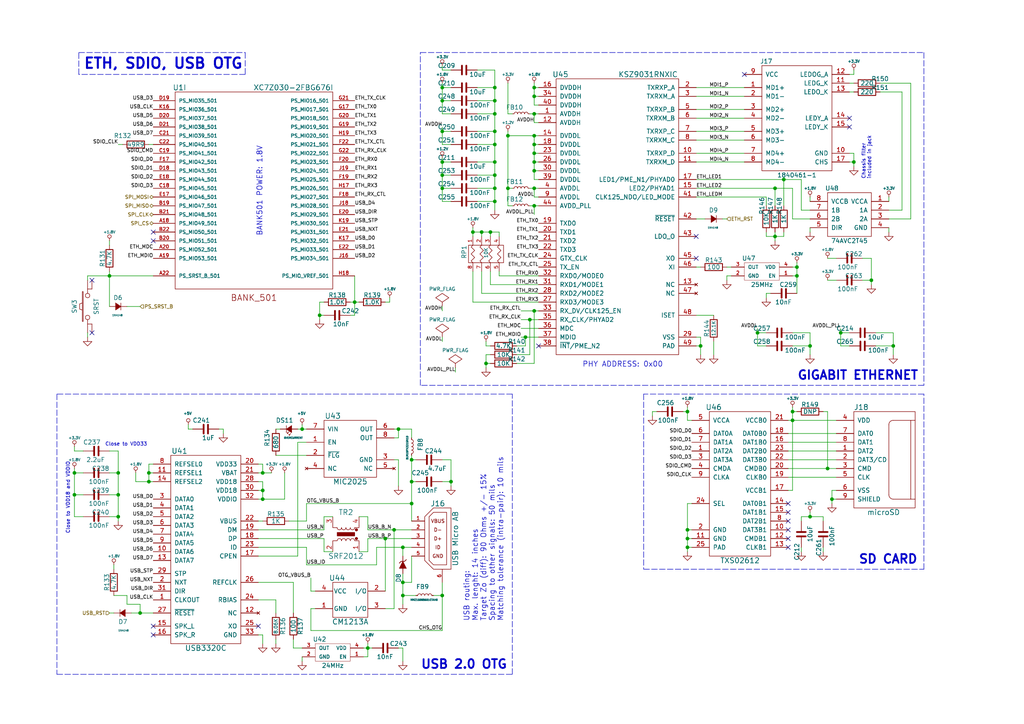
<source format=kicad_sch>
(kicad_sch (version 20231120) (generator "eeschema") (generator_version "8.0")
  (paper "A4")
  (title_block (title "CIAA-ACC Ethernet, SDIO, USB OTG") (date "2019-08-28") (rev "V1.4") (company "COMPUTADORA INDUSTRIAL ABIERTA ARGENTINA. CIAA-ACC (HPC)") (comment 1 "Authors: See 'doc/CHANGES.txt' file.      License: See 'doc/LICENCIA_CIAA_ACC.txt' file."))
  (lib_symbols
    (symbol "CIAA_ACC:+1.2V" (power) (pin_names (offset 1.016))
      (property "Value" "+1.2V" (at 0 2.286 0))
      (symbol "+1.2V_0_0"
        (pin power_in line (at 0 0 90) (length 0) hide (name "+1.2V") (number "1"))
      )
    )
    (symbol "CIAA_ACC:+1.8V" (power) (pin_names (offset 1.016))
      (property "Value" "+1.8V" (at 0 2.286 0))
      (symbol "+1.8V_0_0"
        (pin power_in line (at 0 0 90) (length 0) hide (name "+1.8V") (number "1"))
      )
    )
    (symbol "CIAA_ACC:+3.3V" (power) (pin_names (offset 1.016))
      (property "Value" "+3.3V" (at 0 2.286 0))
      (symbol "+3.3V_0_0"
        (pin power_in line (at 0 0 90) (length 0) hide (name "+3.3V") (number "1"))
      )
    )
    (symbol "CIAA_ACC:+5V" (power) (pin_names (offset 1.016))
      (property "Value" "+5V" (at 0 2.286 0))
      (symbol "+5V_0_0"
        (pin power_in line (at 0 0 90) (length 0) hide (name "+5V") (number "1"))
      )
    )
    (symbol "CIAA_ACC:1840461-1" (pin_names (offset 1.016))
      (property "Reference" "J" (at 1.27 3.81 0))
      (property "Value" "1840461-1" (at 13.97 3.81 0))
      (symbol "1840461-1_1_1"
        (pin passive line (at -5.08 -3.81 0) (length 5.08) (name "MD1+") (number "1"))
        (pin passive line (at 25.4 -22.86 180) (length 5.08) (name "GND") (number "10"))
        (pin passive line (at 25.4 -2.54 180) (length 5.08) (name "LEDG_K") (number "11"))
        (pin passive line (at 25.4 0 180) (length 5.08) (name "LEDOG_A") (number "12"))
        (pin passive line (at 25.4 -5.08 180) (length 5.08) (name "LEDO_K") (number "13"))
        (pin passive line (at 25.4 -12.7 180) (length 5.08) (name "LEDY_A") (number "14"))
        (pin passive line (at 25.4 -15.24 180) (length 5.08) (name "LEDY_K") (number "15"))
        (pin passive line (at 25.4 -25.4 180) (length 5.08) (name "CHS") (number "17"))
        (pin passive line (at -5.08 -6.35 0) (length 5.08) (name "MD1-") (number "2"))
        (pin passive line (at -5.08 -10.16 0) (length 5.08) (name "MD2+") (number "3"))
        (pin passive line (at -5.08 -12.7 0) (length 5.08) (name "MD2-") (number "4"))
        (pin passive line (at -5.08 -16.51 0) (length 5.08) (name "MD3+") (number "5"))
        (pin passive line (at -5.08 -19.05 0) (length 5.08) (name "MD3-") (number "6"))
        (pin passive line (at -5.08 -22.86 0) (length 5.08) (name "MD4+") (number "7"))
        (pin passive line (at -5.08 -25.4 0) (length 5.08) (name "MD4-") (number "8"))
        (pin passive line (at -5.08 0 0) (length 5.08) (name "VCC") (number "9"))
      )
    )
    (symbol "CIAA_ACC:74AVC2T45" (pin_names (offset 1.016))
      (property "Reference" "U" (at -5.08 5.08 0))
      (property "Value" "74AVC2T45" (at 0 -10.16 0))
      (symbol "74AVC2T45_1_1"
        (pin power_in line (at -11.43 1.27 0) (length 5.08) (name "VCCA") (number "1"))
        (pin bidirectional line (at -11.43 -1.27 0) (length 5.08) (name "1A") (number "2"))
        (pin bidirectional line (at -11.43 -3.81 0) (length 5.08) (name "2A") (number "3"))
        (pin power_in line (at -11.43 -6.35 0) (length 5.08) (name "GND") (number "4"))
        (pin input line (at 11.43 -6.35 180) (length 5.08) (name "DIR") (number "5"))
        (pin bidirectional line (at 11.43 -3.81 180) (length 5.08) (name "2B") (number "6"))
        (pin bidirectional line (at 11.43 -1.27 180) (length 5.08) (name "1B") (number "7"))
        (pin power_in line (at 11.43 1.27 180) (length 5.08) (name "VCCB") (number "8"))
      )
    )
    (symbol "CIAA_ACC:C" (pin_numbers hide) (pin_names (offset 0.254))
      (property "Reference" "C" (at 0.635 2.54 0))
      (property "Value" "C" (at 0.635 -2.54 0))
      (symbol "C_1_1"
        (pin passive line (at 0 3.81 270) (length 2.794) (name "~") (number "1"))
        (pin passive line (at 0 -3.81 90) (length 2.794) (name "~") (number "2"))
      )
    )
    (symbol "CIAA_ACC:CM1213A" (pin_names (offset 0.254))
      (property "Reference" "U" (at -3.81 6.35 0))
      (property "Value" "CM1213A" (at 0 -6.35 0))
      (symbol "CM1213A_1_1"
        (pin passive line (at -10.16 -2.54 0) (length 5.08) (name "GND") (number "1"))
        (pin passive line (at 10.16 2.54 180) (length 5.08) (name "I/O") (number "2"))
        (pin passive line (at 10.16 -2.54 180) (length 5.08) (name "I/O") (number "3"))
        (pin passive line (at -10.16 2.54 0) (length 5.08) (name "VCC") (number "4"))
      )
    )
    (symbol "CIAA_ACC:D" (pin_numbers hide) (pin_names (offset 0.254) hide)
      (property "Reference" "D" (at -1.27 2.032 0))
      (property "Value" "D" (at 0 -2.54 0))
      (symbol "D_1_1"
        (pin passive line (at 2.54 0 180) (length 1.778) (name "A") (number "1"))
        (pin passive line (at -2.54 0 0) (length 1.778) (name "K") (number "2"))
      )
    )
    (symbol "CIAA_ACC:GND" (power) (pin_names (offset 0))
      (property "Value" "GND" (at 0 -3.81 0))
      (symbol "GND_1_1"
        (pin power_in line (at 0 0 270) (length 0) hide (name "GND") (number "1"))
      )
    )
    (symbol "CIAA_ACC:KSZ9031RNX" (pin_names (offset 1.016))
      (property "Reference" "U" (at -15.24 50.8 0))
      (property "Value" "KSZ9031RNX" (at 0 -31.75 0))
      (symbol "KSZ9031RNX_1_1"
        (pin power_in line (at -22.86 39.37 0) (length 5.08) (name "AVDDH") (number "1"))
        (pin bidirectional line (at 22.86 27.94 180) (length 5.08) (name "TXRXP_D") (number "10"))
        (pin bidirectional line (at 22.86 25.4 180) (length 5.08) (name "TXRXM_D") (number "11"))
        (pin power_in line (at -22.86 36.83 0) (length 5.08) (name "AVDDH") (number "12"))
        (pin no_connect line (at 22.86 -10.16 180) (length 5.08) (name "NC") (number "13"))
        (pin power_in line (at -22.86 33.02 0) (length 5.08) (name "DVDDL") (number "14"))
        (pin bidirectional line (at 22.86 17.78 180) (length 5.08) (name "LED2/PHYAD1") (number "15"))
        (pin power_in line (at -22.86 46.99 0) (length 5.08) (name "DVDDH") (number "16"))
        (pin bidirectional line (at 22.86 20.32 180) (length 5.08) (name "LED1/PME_N1/PHYAD0") (number "17"))
        (pin power_in line (at -22.86 30.48 0) (length 5.08) (name "DVDDL") (number "18"))
        (pin input line (at -22.86 7.62 0) (length 5.08) (name "TXD0") (number "19"))
        (pin bidirectional line (at 22.86 46.99 180) (length 5.08) (name "TXRXP_A") (number "2"))
        (pin input line (at -22.86 5.08 0) (length 5.08) (name "TXD1") (number "20"))
        (pin input line (at -22.86 2.54 0) (length 5.08) (name "TXD2") (number "21"))
        (pin input line (at -22.86 0 0) (length 5.08) (name "TXD3") (number "22"))
        (pin power_in line (at -22.86 27.94 0) (length 5.08) (name "DVDDL") (number "23"))
        (pin input line (at -22.86 -2.54 0) (length 5.08) (name "GTX_CLK") (number "24"))
        (pin input line (at -22.86 -5.08 0) (length 5.08) (name "TX_EN") (number "25"))
        (pin power_in line (at -22.86 25.4 0) (length 5.08) (name "DVDDL") (number "26"))
        (pin bidirectional line (at -22.86 -15.24 0) (length 5.08) (name "RXD3/MODE3") (number "27"))
        (pin bidirectional line (at -22.86 -12.7 0) (length 5.08) (name "RXD2/MODE2") (number "28"))
        (pin power_in line (at 22.86 -25.4 180) (length 5.08) (name "VSS") (number "29"))
        (pin bidirectional line (at 22.86 44.45 180) (length 5.08) (name "TXRXM_A") (number "3"))
        (pin power_in line (at -22.86 22.86 0) (length 5.08) (name "DVDDL") (number "30"))
        (pin bidirectional line (at -22.86 -10.16 0) (length 5.08) (name "RXD1/MODE1") (number "31"))
        (pin bidirectional line (at -22.86 -7.62 0) (length 5.08) (name "RXD0/MODE0") (number "32"))
        (pin bidirectional line (at -22.86 -17.78 0) (length 5.08) (name "RX_DV/CLK125_EN") (number "33"))
        (pin power_in line (at -22.86 44.45 0) (length 5.08) (name "DVDDH") (number "34"))
        (pin bidirectional line (at -22.86 -20.32 0) (length 5.08) (name "RX_CLK/PHYAD2") (number "35"))
        (pin input line (at -22.86 -22.86 0) (length 5.08) (name "MDC") (number "36"))
        (pin bidirectional line (at -22.86 -25.4 0) (length 5.08) (name "MDIO") (number "37"))
        (pin output line (at -22.86 -27.94 0) (length 5.08) (name "~{INT}/PME_N2") (number "38"))
        (pin power_in line (at -22.86 20.32 0) (length 5.08) (name "DVDDL") (number "39"))
        (pin power_in line (at -22.86 17.78 0) (length 5.08) (name "AVDDL") (number "4"))
        (pin power_in line (at -22.86 41.91 0) (length 5.08) (name "DVDDH") (number "40"))
        (pin bidirectional line (at 22.86 15.24 180) (length 5.08) (name "CLK125_NDO/LED_MODE") (number "41"))
        (pin input line (at 22.86 8.89 180) (length 5.08) (name "~{RESET}") (number "42"))
        (pin output line (at 22.86 3.81 180) (length 5.08) (name "LDO_O") (number "43"))
        (pin power_in line (at -22.86 12.7 0) (length 5.08) (name "AVDD_PLL") (number "44"))
        (pin output line (at 22.86 -2.54 180) (length 5.08) (name "XO") (number "45"))
        (pin input line (at 22.86 -5.08 180) (length 5.08) (name "XI") (number "46"))
        (pin no_connect line (at 22.86 -12.7 180) (length 5.08) (name "NC") (number "47"))
        (pin bidirectional line (at 22.86 -19.05 180) (length 5.08) (name "ISET") (number "48"))
        (pin power_in line (at 22.86 -27.94 180) (length 5.08) (name "PAD") (number "49"))
        (pin bidirectional line (at 22.86 40.64 180) (length 5.08) (name "TXRXP_B") (number "5"))
        (pin bidirectional line (at 22.86 38.1 180) (length 5.08) (name "TXRXM_B") (number "6"))
        (pin bidirectional line (at 22.86 34.29 180) (length 5.08) (name "TXRXP_C") (number "7"))
        (pin bidirectional line (at 22.86 31.75 180) (length 5.08) (name "TXRXM_C") (number "8"))
        (pin power_in line (at -22.86 15.24 0) (length 5.08) (name "AVDDL") (number "9"))
      )
    )
    (symbol "CIAA_ACC:L" (pin_numbers hide) (pin_names (offset 0.254) hide)
      (property "Reference" "L" (at 0.762 1.016 0))
      (property "Value" "L" (at 0.762 -1.016 0))
      (symbol "L_1_1"
        (pin passive line (at 0 2.54 270) (length 0.508) (name "~") (number "1"))
        (pin passive line (at 0 -2.54 90) (length 0.508) (name "~") (number "2"))
      )
    )
    (symbol "CIAA_ACC:LED" (pin_numbers hide) (pin_names (offset 0.254) hide)
      (property "Reference" "DS" (at -1.27 3.175 0))
      (property "Value" "LED" (at -1.27 -2.54 0))
      (symbol "LED_1_1"
        (pin passive line (at 2.54 0 180) (length 1.778) (name "A") (number "1"))
        (pin passive line (at -2.54 0 0) (length 1.778) (name "K") (number "2"))
      )
    )
    (symbol "CIAA_ACC:MIC2025" (pin_names (offset 1.016))
      (property "Reference" "U" (at -6.35 13.97 0))
      (property "Value" "MIC2025" (at -5.08 -5.08 0))
      (symbol "MIC2025_1_1"
        (pin input line (at -12.7 6.35 0) (length 5.08) (name "EN") (number "1"))
        (pin open_collector line (at -12.7 2.54 0) (length 5.08) (name "~{FLG}") (number "2"))
        (pin power_in line (at 12.7 1.27 180) (length 5.08) (name "GND") (number "3"))
        (pin no_connect line (at -12.7 -1.27 0) (length 5.08) (name "NC") (number "4"))
        (pin no_connect line (at 12.7 -1.27 180) (length 5.08) (name "NC") (number "5"))
        (pin power_out line (at 12.7 10.16 180) (length 5.08) (name "OUT") (number "6"))
        (pin power_in line (at -12.7 10.16 0) (length 5.08) (name "VIN") (number "7"))
        (pin passive line (at 12.7 7.62 180) (length 5.08) (name "OUT") (number "8"))
      )
    )
    (symbol "CIAA_ACC:MICRO_USB" (pin_names (offset 0.0254) hide)
      (property "Reference" "J" (at 1.27 19.05 0))
      (property "Value" "MICRO_USB" (at 3.81 -6.35 0))
      (symbol "MICRO_USB_0_0"
        (text "D+" (at 3.81 8.89 0) (effects (font (size 1.016 1.016))))
        (text "D-" (at 3.81 11.43 0) (effects (font (size 1.016 1.016))))
        (text "GND" (at 3.81 3.81 0) (effects (font (size 1.016 1.016))))
        (text "ID" (at 3.81 6.35 0) (effects (font (size 1.016 1.016))))
        (text "VBUS" (at 3.81 13.97 0) (effects (font (size 1.016 1.016))))
      )
      (symbol "MICRO_USB_1_1"
        (pin passive line (at 11.43 13.97 180) (length 3.81) (name "VBUS") (number "1"))
        (pin bidirectional line (at 11.43 11.43 180) (length 3.81) (name "USB_DN") (number "2"))
        (pin bidirectional line (at 11.43 8.89 180) (length 3.81) (name "USB_DP") (number "3"))
        (pin input line (at 11.43 6.35 180) (length 3.81) (name "USB_ID") (number "4"))
        (pin passive line (at 11.43 3.81 180) (length 3.81) (name "GND") (number "5"))
        (pin passive line (at 2.54 -3.81 90) (length 3.81) (name "S2") (number "6"))
      )
    )
    (symbol "CIAA_ACC:OSCILLATOR" (pin_names (offset 1.016))
      (property "Reference" "U" (at -3.81 3.81 0))
      (property "Value" "OSCILLATOR" (at 0 -3.81 0))
      (symbol "OSCILLATOR_1_1"
        (pin input line (at -8.89 -1.27 0) (length 3.81) (name "EN") (number "1"))
        (pin power_in line (at 8.89 -1.27 180) (length 3.81) (name "GND") (number "2"))
        (pin output line (at 8.89 1.27 180) (length 3.81) (name "OUT") (number "3"))
        (pin power_in line (at -8.89 1.27 0) (length 3.81) (name "VDD") (number "4"))
      )
    )
    (symbol "CIAA_ACC:PWR_FLAG" (power) (pin_numbers hide) (pin_names (offset 0) hide)
      (property "Value" "PWR_FLAG" (at 0 4.572 0))
      (symbol "PWR_FLAG_0_0"
        (pin power_out line (at 0 0 90) (length 0) (name "pwr") (number "1"))
      )
    )
    (symbol "CIAA_ACC:R" (pin_numbers hide) (pin_names (offset 0))
      (property "Reference" "R" (at 2.032 0 90))
      (property "Value" "R" (at 0 0 90))
      (symbol "R_1_1"
        (pin passive line (at 0 3.81 270) (length 1.27) (name "~") (number "1"))
        (pin passive line (at 0 -3.81 90) (length 1.27) (name "~") (number "2"))
      )
    )
    (symbol "CIAA_ACC:R_PACK4" (pin_names hide)
      (property "Reference" "RP" (at 0 11.43 0))
      (property "Value" "R_PACK4" (at 0 -1.27 0))
      (symbol "R_PACK4_1_1"
        (pin passive line (at -5.08 8.89 0) (length 2.54) (name "P1") (number "1"))
        (pin passive line (at -5.08 6.35 0) (length 2.54) (name "P2") (number "2"))
        (pin passive line (at -5.08 3.81 0) (length 2.54) (name "P3") (number "3"))
        (pin passive line (at -5.08 1.27 0) (length 2.54) (name "P4") (number "4"))
        (pin passive line (at 5.08 1.27 180) (length 2.54) (name "R4") (number "5"))
        (pin passive line (at 5.08 3.81 180) (length 2.54) (name "R3") (number "6"))
        (pin passive line (at 5.08 6.35 180) (length 2.54) (name "R2") (number "7"))
        (pin passive line (at 5.08 8.89 180) (length 2.54) (name "R1") (number "8"))
      )
    )
    (symbol "CIAA_ACC:SRF2012" (pin_names (offset 1.016))
      (property "Reference" "TR" (at 0 5.08 0))
      (property "Value" "SRF2012" (at 0 -5.08 0))
      (symbol "SRF2012_1_1"
        (pin input line (at -5.08 3.81 0) (length 2.54) (name "~") (number "1"))
        (pin input line (at -5.08 -3.81 0) (length 2.54) (name "~") (number "2"))
        (pin input line (at 5.08 -3.81 180) (length 2.54) (name "~") (number "3"))
        (pin input line (at 5.08 3.81 180) (length 2.54) (name "~") (number "4"))
      )
    )
    (symbol "CIAA_ACC:SW_PUSH" (pin_numbers hide) (pin_names (offset 1.016) hide)
      (property "Reference" "SW" (at 3.81 2.794 0))
      (property "Value" "SW_PUSH" (at 0 -2.032 0))
      (symbol "SW_PUSH_0_1"
        (pin passive inverted (at -7.62 0 0) (length 5.08) (name "1") (number "1"))
        (pin passive inverted (at 7.62 0 180) (length 5.08) (name "3") (number "3"))
      )
      (symbol "SW_PUSH_1_1"
        (pin input line (at -7.62 -1.27 0) (length 2.54) (name "2") (number "2"))
        (pin input line (at 7.62 -1.27 180) (length 2.54) (name "4") (number "4"))
      )
    )
    (symbol "CIAA_ACC:TXS02612" (pin_names (offset 1.016))
      (property "Reference" "U" (at -6.35 10.16 0))
      (property "Value" "TXS02612" (at 0 -34.29 0))
      (symbol "TXS02612_1_1"
        (pin bidirectional line (at -13.97 -2.54 0) (length 5.08) (name "DAT2A") (number "1"))
        (pin bidirectional line (at 13.97 -25.4 180) (length 5.08) (name "DAT3B1") (number "10"))
        (pin power_in line (at -13.97 -27.94 0) (length 5.08) (name "GND") (number "11"))
        (pin bidirectional line (at 13.97 -27.94 180) (length 5.08) (name "CMDB1") (number "12"))
        (pin output line (at 13.97 -30.48 180) (length 5.08) (name "CLKB1") (number "13"))
        (pin bidirectional line (at 13.97 -17.78 180) (length 5.08) (name "DAT0B1") (number "14"))
        (pin bidirectional line (at 13.97 -20.32 180) (length 5.08) (name "DAT1B1") (number "15"))
        (pin bidirectional line (at 13.97 0 180) (length 5.08) (name "DAT1B0") (number "16"))
        (pin power_in line (at 13.97 -13.97 180) (length 5.08) (name "VCCB1") (number "17"))
        (pin bidirectional line (at 13.97 2.54 180) (length 5.08) (name "DAT0B0") (number "18"))
        (pin output line (at 13.97 -10.16 180) (length 5.08) (name "CLKB0") (number "19"))
        (pin power_in line (at -13.97 -25.4 0) (length 5.08) (name "GND") (number "2"))
        (pin bidirectional line (at 13.97 -7.62 180) (length 5.08) (name "CMDB0") (number "20"))
        (pin power_in line (at 13.97 6.35 180) (length 5.08) (name "VCCB0") (number "21"))
        (pin bidirectional line (at 13.97 -5.08 180) (length 5.08) (name "DAT3B0") (number "22"))
        (pin bidirectional line (at 13.97 -2.54 180) (length 5.08) (name "DAT2B0") (number "23"))
        (pin input line (at -13.97 -17.78 0) (length 5.08) (name "SEL") (number "24"))
        (pin power_in line (at -13.97 -30.48 0) (length 5.08) (name "PAD") (number "25"))
        (pin bidirectional line (at -13.97 -5.08 0) (length 5.08) (name "DAT3A") (number "3"))
        (pin bidirectional line (at -13.97 -7.62 0) (length 5.08) (name "CMDA") (number "4"))
        (pin power_in line (at -13.97 6.35 0) (length 5.08) (name "VCCA") (number "5"))
        (pin bidirectional line (at -13.97 2.54 0) (length 5.08) (name "DAT0A") (number "6"))
        (pin bidirectional line (at -13.97 0 0) (length 5.08) (name "DAT1A") (number "7"))
        (pin bidirectional line (at 13.97 -22.86 180) (length 5.08) (name "DAT2B1") (number "8"))
        (pin input line (at -13.97 -10.16 0) (length 5.08) (name "CLKA") (number "9"))
      )
    )
    (symbol "CIAA_ACC:USB3320C" (pin_names (offset 1.016))
      (property "Reference" "U" (at -7.62 3.81 0))
      (property "Value" "USB3320C" (at 0 -53.34 0))
      (symbol "USB3320C_1_1"
        (pin output line (at -15.24 -39.37 0) (length 5.08) (name "CLKOUT") (number "1"))
        (pin bidirectional line (at -15.24 -25.4 0) (length 5.08) (name "DATA6") (number "10"))
        (pin input line (at -15.24 -2.54 0) (length 5.08) (name "REFSEL1") (number "11"))
        (pin no_connect line (at 15.24 -43.18 180) (length 5.08) (name "NC") (number "12"))
        (pin bidirectional line (at -15.24 -27.94 0) (length 5.08) (name "DATA7") (number "13"))
        (pin input line (at -15.24 -5.08 0) (length 5.08) (name "REFSEL2") (number "14"))
        (pin bidirectional line (at -15.24 -46.99 0) (length 5.08) (name "SPK_L") (number "15"))
        (pin bidirectional line (at -15.24 -49.53 0) (length 5.08) (name "SPK_R") (number "16"))
        (pin output line (at 15.24 -26.67 180) (length 5.08) (name "CPEN") (number "17"))
        (pin bidirectional line (at 15.24 -21.59 180) (length 5.08) (name "DP") (number "18"))
        (pin bidirectional line (at 15.24 -19.05 180) (length 5.08) (name "DM") (number "19"))
        (pin output line (at -15.24 -34.29 0) (length 5.08) (name "NXT") (number "2"))
        (pin passive line (at 15.24 0 180) (length 5.08) (name "VDD33") (number "20"))
        (pin power_in line (at 15.24 -2.54 180) (length 5.08) (name "VBAT") (number "21"))
        (pin bidirectional line (at 15.24 -16.51 180) (length 5.08) (name "VBUS") (number "22"))
        (pin input line (at 15.24 -24.13 180) (length 5.08) (name "ID") (number "23"))
        (pin passive line (at 15.24 -39.37 180) (length 5.08) (name "RBIAS") (number "24"))
        (pin output line (at 15.24 -46.99 180) (length 5.08) (name "XO") (number "25"))
        (pin input line (at 15.24 -34.29 180) (length 5.08) (name "REFCLK") (number "26"))
        (pin input line (at -15.24 -43.18 0) (length 5.08) (name "~{RESET}") (number "27"))
        (pin power_in line (at 15.24 -5.08 180) (length 5.08) (name "VDD18") (number "28"))
        (pin input line (at -15.24 -31.75 0) (length 5.08) (name "STP") (number "29"))
        (pin bidirectional line (at -15.24 -10.16 0) (length 5.08) (name "DATA0") (number "3"))
        (pin power_in line (at 15.24 -7.62 180) (length 5.08) (name "VDD18") (number "30"))
        (pin output line (at -15.24 -36.83 0) (length 5.08) (name "DIR") (number "31"))
        (pin power_in line (at 15.24 -10.16 180) (length 5.08) (name "VDDIO") (number "32"))
        (pin power_in line (at 15.24 -49.53 180) (length 5.08) (name "GND") (number "33"))
        (pin bidirectional line (at -15.24 -12.7 0) (length 5.08) (name "DATA1") (number "4"))
        (pin bidirectional line (at -15.24 -15.24 0) (length 5.08) (name "DATA2") (number "5"))
        (pin bidirectional line (at -15.24 -17.78 0) (length 5.08) (name "DATA3") (number "6"))
        (pin bidirectional line (at -15.24 -20.32 0) (length 5.08) (name "DATA4") (number "7"))
        (pin input line (at -15.24 0 0) (length 5.08) (name "REFSEL0") (number "8"))
        (pin bidirectional line (at -15.24 -22.86 0) (length 5.08) (name "DATA5") (number "9"))
      )
    )
    (symbol "CIAA_ACC:ZENER" (pin_numbers hide) (pin_names (offset 1.016) hide)
      (property "Reference" "D" (at 0 2.54 0))
      (property "Value" "ZENER" (at 0 -2.54 0))
      (symbol "ZENER_1_1"
        (pin passive line (at 2.54 0 180) (length 1.524) (name "A") (number "1"))
        (pin passive line (at -2.54 0 0) (length 1.524) (name "K") (number "2"))
      )
    )
    (symbol "CIAA_ACC:microSD" (pin_names (offset 1.016))
      (property "Reference" "J" (at -7.62 16.51 0))
      (property "Value" "microSD" (at 0 -13.97 0))
      (symbol "microSD_1_1"
        (pin bidirectional line (at -13.97 3.81 0) (length 5.08) (name "DAT2") (number "1"))
        (pin bidirectional line (at -13.97 1.27 0) (length 5.08) (name "DAT3/CD") (number "2"))
        (pin input line (at -13.97 -1.27 0) (length 5.08) (name "CMD") (number "3"))
        (pin power_in line (at -13.97 12.7 0) (length 5.08) (name "VDD") (number "4"))
        (pin input line (at -13.97 -3.81 0) (length 5.08) (name "CLK") (number "5"))
        (pin power_in line (at -13.97 -7.62 0) (length 5.08) (name "VSS") (number "6"))
        (pin bidirectional line (at -13.97 8.89 0) (length 5.08) (name "DAT0") (number "7"))
        (pin bidirectional line (at -13.97 6.35 0) (length 5.08) (name "DAT1") (number "8"))
        (pin passive line (at -13.97 -10.16 0) (length 5.08) (name "SHIELD") (number "9"))
      )
    )
    (symbol "XC7Z030_FBG676:XC7Z030_FBG676" (pin_names (offset 1.016))
      (property "Reference" "U" (at 0 2.54 0))
      (property "Value" "XC7Z030_FBG676" (at 0 0 0))
      (symbol "XC7Z030_FBG676_1_0"
        (text "BANK_0" (at 0 -38.1 0) (effects (font (size 1.778 1.778))))
      )
      (symbol "XC7Z030_FBG676_1_1"
        (pin power_in line (at 29.21 3.81 180) (length 6.35) (name "GNDADC_0") (number "M13"))
        (pin power_in line (at 29.21 -19.05 180) (length 6.35) (name "VCCADC_0") (number "M14"))
        (pin input line (at 29.21 -29.21 180) (length 6.35) (name "VREFN_0") (number "N13"))
        (pin input line (at 29.21 -26.67 180) (length 6.35) (name "VP_0") (number "N14"))
        (pin input line (at 29.21 -24.13 180) (length 6.35) (name "VN_0") (number "P13"))
        (pin input line (at 29.21 -31.75 180) (length 6.35) (name "VREFP_0") (number "P14"))
        (pin input line (at 29.21 8.89 180) (length 6.35) (name "DXN_0") (number "R13"))
        (pin input line (at 29.21 6.35 180) (length 6.35) (name "DXP_0") (number "R14"))
        (pin bidirectional line (at -29.21 13.97 0) (length 6.35) (name "INIT_B_0") (number "R8"))
        (pin input line (at 29.21 13.97 180) (length 6.35) (name "CFGBVS_0") (number "T7"))
        (pin power_in line (at 29.21 -6.35 180) (length 6.35) (name "RSVDVCC3") (number "U8"))
        (pin input line (at 29.21 -11.43 180) (length 6.35) (name "TDI_0") (number "V11"))
        (pin power_in line (at 29.21 1.27 180) (length 6.35) (name "RSVDGND") (number "V13"))
        (pin power_in line (at 29.21 -21.59 180) (length 6.35) (name "VCCBATT_0") (number "V15"))
        (pin power_in line (at 29.21 -3.81 180) (length 6.35) (name "RSVDVCC2") (number "V8"))
        (pin input line (at -29.21 11.43 0) (length 6.35) (name "PROGRAM_B_0") (number "V9"))
        (pin output line (at 29.21 -13.97 180) (length 6.35) (name "TDO_0") (number "W10"))
        (pin input line (at 29.21 -16.51 180) (length 6.35) (name "TMS_0") (number "W11"))
        (pin input line (at 29.21 -8.89 180) (length 6.35) (name "TCK_0") (number "W12"))
        (pin power_in line (at 29.21 -1.27 180) (length 6.35) (name "RSVDVCC1") (number "W8"))
        (pin bidirectional line (at 29.21 11.43 180) (length 6.35) (name "DONE_0") (number "W9"))
      )
      (symbol "XC7Z030_FBG676_2_0"
        (text "BANK_12" (at 0 -36.83 0) (effects (font (size 1.778 1.778))))
      )
      (symbol "XC7Z030_FBG676_2_1"
        (pin bidirectional line (at 29.21 17.78 180) (length 6.35) (name "IO_L3N_T0_DQS_12") (number "AA10"))
        (pin bidirectional line (at 29.21 2.54 180) (length 6.35) (name "IO_L6N_T0_VREF_12") (number "AA12"))
        (pin bidirectional line (at 29.21 0 180) (length 6.35) (name "IO_L6P_T0_12") (number "AA13"))
        (pin bidirectional line (at -29.21 -17.78 0) (length 6.35) (name "IO_L22N_T3_12") (number "AA14"))
        (pin bidirectional line (at -29.21 -20.32 0) (length 6.35) (name "IO_L22P_T3_12") (number "AA15"))
        (pin bidirectional line (at -29.21 -2.54 0) (length 6.35) (name "IO_L19N_T3_VREF_12") (number "AA17"))
        (pin bidirectional line (at 29.21 12.7 180) (length 6.35) (name "IO_L4N_T0_12") (number "AB10"))
        (pin bidirectional line (at 29.21 10.16 180) (length 6.35) (name "IO_L4P_T0_12") (number "AB11"))
        (pin bidirectional line (at 29.21 20.32 180) (length 6.35) (name "IO_L2P_T0_12") (number "AB12"))
        (pin bidirectional line (at -29.21 22.86 0) (length 6.35) (name "IO_L14N_T2_SRCC_12") (number "AB14"))
        (pin bidirectional line (at -29.21 20.32 0) (length 6.35) (name "IO_L14P_T2_SRCC_12") (number "AB15"))
        (pin bidirectional line (at -29.21 -7.62 0) (length 6.35) (name "IO_L20N_T3_12") (number "AB16"))
        (pin bidirectional line (at -29.21 -10.16 0) (length 6.35) (name "IO_L20P_T3_12") (number "AB17"))
        (pin bidirectional line (at 29.21 22.86 180) (length 6.35) (name "IO_L2N_T0_12") (number "AC11"))
        (pin bidirectional line (at 29.21 -25.4 180) (length 6.35) (name "IO_L11P_T1_SRCC_12") (number "AC12"))
        (pin bidirectional line (at -29.21 30.48 0) (length 6.35) (name "IO_L12P_T1_MRCC_12") (number "AC13"))
        (pin bidirectional line (at -29.21 25.4 0) (length 6.35) (name "IO_L13P_T2_MRCC_12") (number "AC14"))
        (pin bidirectional line (at -29.21 -12.7 0) (length 6.35) (name "IO_L21N_T3_DQS_12") (number "AC16"))
        (pin bidirectional line (at -29.21 -15.24 0) (length 6.35) (name "IO_L21P_T3_DQS_12") (number "AC17"))
        (pin bidirectional line (at 29.21 -2.54 180) (length 6.35) (name "IO_L7N_T1_12") (number "AD10"))
        (pin bidirectional line (at 29.21 -22.86 180) (length 6.35) (name "IO_L11N_T1_SRCC_12") (number "AD11"))
        (pin bidirectional line (at -29.21 33.02 0) (length 6.35) (name "IO_L12N_T1_MRCC_12") (number "AD13"))
        (pin bidirectional line (at -29.21 27.94 0) (length 6.35) (name "IO_L13N_T2_MRCC_12") (number "AD14"))
        (pin bidirectional line (at -29.21 17.78 0) (length 6.35) (name "IO_L15N_T2_DQS_12") (number "AD15"))
        (pin bidirectional line (at -29.21 15.24 0) (length 6.35) (name "IO_L15P_T2_DQS_12") (number "AD16"))
        (pin bidirectional line (at 29.21 -5.08 180) (length 6.35) (name "IO_L7P_T1_12") (number "AE10"))
        (pin bidirectional line (at 29.21 -15.24 180) (length 6.35) (name "IO_L9P_T1_DQS_12") (number "AE11"))
        (pin bidirectional line (at 29.21 -10.16 180) (length 6.35) (name "IO_L8P_T1_12") (number "AE12"))
        (pin bidirectional line (at 29.21 -20.32 180) (length 6.35) (name "IO_L10P_T1_12") (number "AE13"))
        (pin bidirectional line (at -29.21 7.62 0) (length 6.35) (name "IO_L17N_T2_12") (number "AE15"))
        (pin bidirectional line (at -29.21 5.08 0) (length 6.35) (name "IO_L17P_T2_12") (number "AE16"))
        (pin bidirectional line (at -29.21 0 0) (length 6.35) (name "IO_L18P_T2_12") (number "AE17"))
        (pin bidirectional line (at 29.21 -12.7 180) (length 6.35) (name "IO_L9N_T1_DQS_12") (number "AF10"))
        (pin bidirectional line (at 29.21 -7.62 180) (length 6.35) (name "IO_L8N_T1_12") (number "AF12"))
        (pin bidirectional line (at 29.21 -17.78 180) (length 6.35) (name "IO_L10N_T1_12") (number "AF13"))
        (pin bidirectional line (at -29.21 12.7 0) (length 6.35) (name "IO_L16N_T2_12") (number "AF14"))
        (pin bidirectional line (at -29.21 10.16 0) (length 6.35) (name "IO_L16P_T2_12") (number "AF15"))
        (pin bidirectional line (at -29.21 2.54 0) (length 6.35) (name "IO_L18N_T2_12") (number "AF17"))
        (pin bidirectional line (at 29.21 5.08 180) (length 6.35) (name "IO_L5P_T0_12") (number "W13"))
        (pin bidirectional line (at 29.21 33.02 180) (length 6.35) (name "IO_0_12") (number "W14"))
        (pin bidirectional line (at -29.21 -27.94 0) (length 6.35) (name "IO_L24N_T3_12") (number "W15"))
        (pin bidirectional line (at -29.21 -30.48 0) (length 6.35) (name "IO_L24P_T3_12") (number "W16"))
        (pin bidirectional line (at 29.21 30.48 180) (length 6.35) (name "IO_25_12") (number "W17"))
        (pin bidirectional line (at 29.21 15.24 180) (length 6.35) (name "IO_L3P_T0_DQS_12") (number "Y10"))
        (pin bidirectional line (at 29.21 27.94 180) (length 6.35) (name "IO_L1N_T0_12") (number "Y11"))
        (pin bidirectional line (at 29.21 25.4 180) (length 6.35) (name "IO_L1P_T0_12") (number "Y12"))
        (pin bidirectional line (at 29.21 7.62 180) (length 6.35) (name "IO_L5N_T0_12") (number "Y13"))
        (pin bidirectional line (at -29.21 -22.86 0) (length 6.35) (name "IO_L23N_T3_12") (number "Y15"))
        (pin bidirectional line (at -29.21 -25.4 0) (length 6.35) (name "IO_L23P_T3_12") (number "Y16"))
        (pin bidirectional line (at -29.21 -5.08 0) (length 6.35) (name "IO_L19P_T3_12") (number "Y17"))
      )
      (symbol "XC7Z030_FBG676_3_0"
        (text "BANK_13" (at 0 -36.83 0) (effects (font (size 1.778 1.778))))
      )
      (symbol "XC7Z030_FBG676_3_1"
        (pin bidirectional line (at -29.21 -27.94 0) (length 6.35) (name "IO_L24N_T3_13") (number "AA18"))
        (pin bidirectional line (at -29.21 -20.32 0) (length 6.35) (name "IO_L22P_T3_13") (number "AA19"))
        (pin bidirectional line (at -29.21 -10.16 0) (length 6.35) (name "IO_L20P_T3_13") (number "AA20"))
        (pin bidirectional line (at 29.21 -20.32 180) (length 6.35) (name "IO_L10P_T1_13") (number "AA22"))
        (pin bidirectional line (at 29.21 -17.78 180) (length 6.35) (name "IO_L10N_T1_13") (number "AA23"))
        (pin bidirectional line (at 29.21 0 180) (length 6.35) (name "IO_L6P_T0_13") (number "AA24"))
        (pin bidirectional line (at 29.21 25.4 180) (length 6.35) (name "IO_L1P_T0_13") (number "AA25"))
        (pin bidirectional line (at -29.21 -17.78 0) (length 6.35) (name "IO_L22N_T3_13") (number "AB19"))
        (pin bidirectional line (at -29.21 -7.62 0) (length 6.35) (name "IO_L20N_T3_13") (number "AB20"))
        (pin bidirectional line (at 29.21 -15.24 180) (length 6.35) (name "IO_L9P_T1_DQS_13") (number "AB21"))
        (pin bidirectional line (at 29.21 -12.7 180) (length 6.35) (name "IO_L9N_T1_DQS_13") (number "AB22"))
        (pin bidirectional line (at 29.21 2.54 180) (length 6.35) (name "IO_L6N_T0_VREF_13") (number "AB24"))
        (pin bidirectional line (at 29.21 27.94 180) (length 6.35) (name "IO_L1N_T0_13") (number "AB25"))
        (pin bidirectional line (at 29.21 20.32 180) (length 6.35) (name "IO_L2P_T0_13") (number "AB26"))
        (pin bidirectional line (at -29.21 -15.24 0) (length 6.35) (name "IO_L21P_T3_DQS_13") (number "AC18"))
        (pin bidirectional line (at -29.21 -12.7 0) (length 6.35) (name "IO_L21N_T3_DQS_13") (number "AC19"))
        (pin bidirectional line (at -29.21 20.32 0) (length 6.35) (name "IO_L14P_T2_SRCC_13") (number "AC21"))
        (pin bidirectional line (at -29.21 22.86 0) (length 6.35) (name "IO_L14N_T2_SRCC_13") (number "AC22"))
        (pin bidirectional line (at -29.21 30.48 0) (length 6.35) (name "IO_L12P_T1_MRCC_13") (number "AC23"))
        (pin bidirectional line (at -29.21 33.02 0) (length 6.35) (name "IO_L12N_T1_MRCC_13") (number "AC24"))
        (pin bidirectional line (at 29.21 22.86 180) (length 6.35) (name "IO_L2N_T0_13") (number "AC26"))
        (pin bidirectional line (at -29.21 5.08 0) (length 6.35) (name "IO_L17P_T2_13") (number "AD18"))
        (pin bidirectional line (at -29.21 7.62 0) (length 6.35) (name "IO_L17N_T2_13") (number "AD19"))
        (pin bidirectional line (at -29.21 25.4 0) (length 6.35) (name "IO_L13P_T2_MRCC_13") (number "AD20"))
        (pin bidirectional line (at -29.21 27.94 0) (length 6.35) (name "IO_L13N_T2_MRCC_13") (number "AD21"))
        (pin bidirectional line (at 29.21 -25.4 180) (length 6.35) (name "IO_L11P_T1_SRCC_13") (number "AD23"))
        (pin bidirectional line (at 29.21 -22.86 180) (length 6.35) (name "IO_L11N_T1_SRCC_13") (number "AD24"))
        (pin bidirectional line (at 29.21 10.16 180) (length 6.35) (name "IO_L4P_T0_13") (number "AD25"))
        (pin bidirectional line (at 29.21 12.7 180) (length 6.35) (name "IO_L4N_T0_13") (number "AD26"))
        (pin bidirectional line (at -29.21 0 0) (length 6.35) (name "IO_L18P_T2_13") (number "AE18"))
        (pin bidirectional line (at -29.21 10.16 0) (length 6.35) (name "IO_L16P_T2_13") (number "AE20"))
        (pin bidirectional line (at -29.21 12.7 0) (length 6.35) (name "IO_L16N_T2_13") (number "AE21"))
        (pin bidirectional line (at 29.21 -5.08 180) (length 6.35) (name "IO_L7P_T1_13") (number "AE22"))
        (pin bidirectional line (at 29.21 -10.16 180) (length 6.35) (name "IO_L8P_T1_13") (number "AE23"))
        (pin bidirectional line (at 29.21 15.24 180) (length 6.35) (name "IO_L3P_T0_DQS_13") (number "AE25"))
        (pin bidirectional line (at 29.21 17.78 180) (length 6.35) (name "IO_L3N_T0_DQS_13") (number "AE26"))
        (pin bidirectional line (at -29.21 2.54 0) (length 6.35) (name "IO_L18N_T2_13") (number "AF18"))
        (pin bidirectional line (at -29.21 15.24 0) (length 6.35) (name "IO_L15P_T2_DQS_13") (number "AF19"))
        (pin bidirectional line (at -29.21 17.78 0) (length 6.35) (name "IO_L15N_T2_DQS_13") (number "AF20"))
        (pin bidirectional line (at 29.21 -2.54 180) (length 6.35) (name "IO_L7N_T1_13") (number "AF22"))
        (pin bidirectional line (at 29.21 -7.62 180) (length 6.35) (name "IO_L8N_T1_13") (number "AF23"))
        (pin bidirectional line (at 29.21 5.08 180) (length 6.35) (name "IO_L5P_T0_13") (number "AF24"))
        (pin bidirectional line (at 29.21 7.62 180) (length 6.35) (name "IO_L5N_T0_13") (number "AF25"))
        (pin bidirectional line (at 29.21 30.48 180) (length 6.35) (name "IO_25_13") (number "V18"))
        (pin bidirectional line (at 29.21 33.02 180) (length 6.35) (name "IO_0_13") (number "V19"))
        (pin bidirectional line (at -29.21 -25.4 0) (length 6.35) (name "IO_L23P_T3_13") (number "W18"))
        (pin bidirectional line (at -29.21 -22.86 0) (length 6.35) (name "IO_L23N_T3_13") (number "W19"))
        (pin bidirectional line (at -29.21 -5.08 0) (length 6.35) (name "IO_L19P_T3_13") (number "W20"))
        (pin bidirectional line (at -29.21 -30.48 0) (length 6.35) (name "IO_L24P_T3_13") (number "Y18"))
        (pin bidirectional line (at -29.21 -2.54 0) (length 6.35) (name "IO_L19N_T3_VREF_13") (number "Y20"))
      )
      (symbol "XC7Z030_FBG676_4_0"
        (text "BANK_33" (at 0 -36.83 0) (effects (font (size 1.778 1.778))))
      )
      (symbol "XC7Z030_FBG676_4_1"
        (pin bidirectional line (at 29.21 12.7 180) (length 6.35) (name "IO_L4N_T0_33") (number "C1"))
        (pin bidirectional line (at 29.21 10.16 180) (length 6.35) (name "IO_L4P_T0_33") (number "D1"))
        (pin bidirectional line (at 29.21 22.86 180) (length 6.35) (name "IO_L2N_T0_33") (number "D3"))
        (pin bidirectional line (at 29.21 20.32 180) (length 6.35) (name "IO_L2P_T0_33") (number "D4"))
        (pin bidirectional line (at 29.21 7.62 180) (length 6.35) (name "IO_L5N_T0_33") (number "E1"))
        (pin bidirectional line (at 29.21 5.08 180) (length 6.35) (name "IO_L5P_T0_33") (number "E2"))
        (pin bidirectional line (at 29.21 2.54 180) (length 6.35) (name "IO_L6N_T0_VREF_33") (number "E3"))
        (pin bidirectional line (at 29.21 17.78 180) (length 6.35) (name "IO_L3N_T0_DQS_33") (number "F2"))
        (pin bidirectional line (at 29.21 0 180) (length 6.35) (name "IO_L6P_T0_33") (number "F3"))
        (pin bidirectional line (at 29.21 27.94 180) (length 6.35) (name "IO_L1N_T0_33") (number "F4"))
        (pin bidirectional line (at 29.21 -17.78 180) (length 6.35) (name "IO_L10N_T1_33") (number "G1"))
        (pin bidirectional line (at 29.21 15.24 180) (length 6.35) (name "IO_L3P_T0_DQS_33") (number "G2"))
        (pin bidirectional line (at 29.21 25.4 180) (length 6.35) (name "IO_L1P_T0_33") (number "G4"))
        (pin bidirectional line (at 29.21 -2.54 180) (length 6.35) (name "IO_L7N_T1_33") (number "H1"))
        (pin bidirectional line (at 29.21 -20.32 180) (length 6.35) (name "IO_L10P_T1_33") (number "H2"))
        (pin bidirectional line (at 29.21 -7.62 180) (length 6.35) (name "IO_L8N_T1_33") (number "H3"))
        (pin bidirectional line (at 29.21 -10.16 180) (length 6.35) (name "IO_L8P_T1_33") (number "H4"))
        (pin bidirectional line (at 29.21 -5.08 180) (length 6.35) (name "IO_L7P_T1_33") (number "J1"))
        (pin bidirectional line (at -29.21 33.02 0) (length 6.35) (name "IO_L12N_T1_MRCC_33") (number "J3"))
        (pin bidirectional line (at -29.21 30.48 0) (length 6.35) (name "IO_L12P_T1_MRCC_33") (number "J4"))
        (pin bidirectional line (at -29.21 -7.62 0) (length 6.35) (name "IO_L20N_T3_33") (number "J5"))
        (pin bidirectional line (at -29.21 -17.78 0) (length 6.35) (name "IO_L22N_T3_33") (number "J6"))
        (pin bidirectional line (at 29.21 -12.7 180) (length 6.35) (name "IO_L9N_T1_DQS_33") (number "K1"))
        (pin bidirectional line (at 29.21 -15.24 180) (length 6.35) (name "IO_L9P_T1_DQS_33") (number "K2"))
        (pin bidirectional line (at 29.21 -22.86 180) (length 6.35) (name "IO_L11N_T1_SRCC_33") (number "K3"))
        (pin bidirectional line (at -29.21 -10.16 0) (length 6.35) (name "IO_L20P_T3_33") (number "K5"))
        (pin bidirectional line (at -29.21 -20.32 0) (length 6.35) (name "IO_L22P_T3_33") (number "K6"))
        (pin bidirectional line (at -29.21 -27.94 0) (length 6.35) (name "IO_L24N_T3_33") (number "K7"))
        (pin bidirectional line (at -29.21 -30.48 0) (length 6.35) (name "IO_L24P_T3_33") (number "K8"))
        (pin bidirectional line (at -29.21 12.7 0) (length 6.35) (name "IO_L16N_T2_33") (number "L2"))
        (pin bidirectional line (at 29.21 -25.4 180) (length 6.35) (name "IO_L11P_T1_SRCC_33") (number "L3"))
        (pin bidirectional line (at -29.21 22.86 0) (length 6.35) (name "IO_L14N_T2_SRCC_33") (number "L4"))
        (pin bidirectional line (at -29.21 20.32 0) (length 6.35) (name "IO_L14P_T2_SRCC_33") (number "L5"))
        (pin bidirectional line (at -29.21 -2.54 0) (length 6.35) (name "IO_L19N_T3_VREF_33") (number "L7"))
        (pin bidirectional line (at -29.21 -12.7 0) (length 6.35) (name "IO_L21N_T3_DQS_33") (number "L8"))
        (pin bidirectional line (at 29.21 33.02 180) (length 6.35) (name "IO_0_VRN_33") (number "L9"))
        (pin bidirectional line (at -29.21 2.54 0) (length 6.35) (name "IO_L18N_T2_33") (number "M1"))
        (pin bidirectional line (at -29.21 10.16 0) (length 6.35) (name "IO_L16P_T2_33") (number "M2"))
        (pin bidirectional line (at -29.21 7.62 0) (length 6.35) (name "IO_L17N_T2_33") (number "M4"))
        (pin bidirectional line (at -29.21 27.94 0) (length 6.35) (name "IO_L13N_T2_MRCC_33") (number "M5"))
        (pin bidirectional line (at -29.21 25.4 0) (length 6.35) (name "IO_L13P_T2_MRCC_33") (number "M6"))
        (pin bidirectional line (at -29.21 -5.08 0) (length 6.35) (name "IO_L19P_T3_33") (number "M7"))
        (pin bidirectional line (at -29.21 -15.24 0) (length 6.35) (name "IO_L21P_T3_DQS_33") (number "M8"))
        (pin bidirectional line (at -29.21 0 0) (length 6.35) (name "IO_L18P_T2_33") (number "N1"))
        (pin bidirectional line (at -29.21 17.78 0) (length 6.35) (name "IO_L15N_T2_DQS_33") (number "N2"))
        (pin bidirectional line (at -29.21 15.24 0) (length 6.35) (name "IO_L15P_T2_DQS_33") (number "N3"))
        (pin bidirectional line (at -29.21 5.08 0) (length 6.35) (name "IO_L17P_T2_33") (number "N4"))
        (pin bidirectional line (at -29.21 -22.86 0) (length 6.35) (name "IO_L23N_T3_33") (number "N6"))
        (pin bidirectional line (at -29.21 -25.4 0) (length 6.35) (name "IO_L23P_T3_33") (number "N7"))
        (pin bidirectional line (at 29.21 30.48 180) (length 6.35) (name "IO_25_VRP_33") (number "N8"))
      )
      (symbol "XC7Z030_FBG676_5_0"
        (text "BANK_34" (at 0 -39.37 0) (effects (font (size 1.778 1.778))))
      )
      (symbol "XC7Z030_FBG676_5_1"
        (pin bidirectional line (at -29.21 10.16 0) (length 6.35) (name "IO_L16N_T2_34") (number "A10"))
        (pin bidirectional line (at -29.21 -30.48 0) (length 6.35) (name "IO_L24N_T3_34") (number "A2"))
        (pin bidirectional line (at -29.21 -20.32 0) (length 6.35) (name "IO_L22N_T3_34") (number "A3"))
        (pin bidirectional line (at -29.21 -22.86 0) (length 6.35) (name "IO_L22P_T3_34") (number "A4"))
        (pin bidirectional line (at -29.21 -15.24 0) (length 6.35) (name "IO_L21N_T3_DQS_34") (number "A5"))
        (pin bidirectional line (at -29.21 0 0) (length 6.35) (name "IO_L18N_T2_34") (number "A7"))
        (pin bidirectional line (at -29.21 5.08 0) (length 6.35) (name "IO_L17N_T2_34") (number "A8"))
        (pin bidirectional line (at -29.21 2.54 0) (length 6.35) (name "IO_L17P_T2_34") (number "A9"))
        (pin bidirectional line (at -29.21 -25.4 0) (length 6.35) (name "IO_L23N_T3_34") (number "B1"))
        (pin bidirectional line (at -29.21 7.62 0) (length 6.35) (name "IO_L16P_T2_34") (number "B10"))
        (pin bidirectional line (at -29.21 -33.02 0) (length 6.35) (name "IO_L24P_T3_34") (number "B2"))
        (pin bidirectional line (at -29.21 -10.16 0) (length 6.35) (name "IO_L20N_T3_34") (number "B4"))
        (pin bidirectional line (at -29.21 -12.7 0) (length 6.35) (name "IO_L20P_T3_34") (number "B5"))
        (pin bidirectional line (at -29.21 -17.78 0) (length 6.35) (name "IO_L21P_T3_DQS_34") (number "B6"))
        (pin bidirectional line (at -29.21 -2.54 0) (length 6.35) (name "IO_L18P_T2_34") (number "B7"))
        (pin bidirectional line (at -29.21 15.24 0) (length 6.35) (name "IO_L15N_T2_DQS_34") (number "B9"))
        (pin bidirectional line (at -29.21 -27.94 0) (length 6.35) (name "IO_L23P_T3_34") (number "C2"))
        (pin bidirectional line (at -29.21 -5.08 0) (length 6.35) (name "IO_L19N_T3_VREF_34") (number "C3"))
        (pin bidirectional line (at -29.21 -7.62 0) (length 6.35) (name "IO_L19P_T3_34") (number "C4"))
        (pin bidirectional line (at -29.21 20.32 0) (length 6.35) (name "IO_L14N_T2_SRCC_34") (number "C6"))
        (pin bidirectional line (at -29.21 25.4 0) (length 6.35) (name "IO_L13N_T2_MRCC_34") (number "C7"))
        (pin bidirectional line (at -29.21 22.86 0) (length 6.35) (name "IO_L13P_T2_MRCC_34") (number "C8"))
        (pin bidirectional line (at -29.21 12.7 0) (length 6.35) (name "IO_L15P_T2_DQS_34") (number "C9"))
        (pin bidirectional line (at 29.21 -15.24 180) (length 6.35) (name "IO_L10N_T1_34") (number "D5"))
        (pin bidirectional line (at -29.21 17.78 0) (length 6.35) (name "IO_L14P_T2_SRCC_34") (number "D6"))
        (pin bidirectional line (at 29.21 -5.08 180) (length 6.35) (name "IO_L8N_T1_34") (number "D8"))
        (pin bidirectional line (at 29.21 -7.62 180) (length 6.35) (name "IO_L8P_T1_34") (number "D9"))
        (pin bidirectional line (at 29.21 0 180) (length 6.35) (name "IO_L7N_T1_34") (number "E5"))
        (pin bidirectional line (at 29.21 -17.78 180) (length 6.35) (name "IO_L10P_T1_34") (number "E6"))
        (pin bidirectional line (at 29.21 -20.32 180) (length 6.35) (name "IO_L11N_T1_SRCC_34") (number "E7"))
        (pin bidirectional line (at 29.21 -10.16 180) (length 6.35) (name "IO_L9N_T1_DQS_34") (number "E8"))
        (pin bidirectional line (at 29.21 -2.54 180) (length 6.35) (name "IO_L7P_T1_34") (number "F5"))
        (pin bidirectional line (at -29.21 30.48 0) (length 6.35) (name "IO_L12N_T1_MRCC_34") (number "F7"))
        (pin bidirectional line (at 29.21 -22.86 180) (length 6.35) (name "IO_L11P_T1_SRCC_34") (number "F8"))
        (pin bidirectional line (at 29.21 -12.7 180) (length 6.35) (name "IO_L9P_T1_DQS_34") (number "F9"))
        (pin bidirectional line (at 29.21 22.86 180) (length 6.35) (name "IO_L2N_T0_34") (number "G5"))
        (pin bidirectional line (at 29.21 20.32 180) (length 6.35) (name "IO_L2P_T0_34") (number "G6"))
        (pin bidirectional line (at -29.21 27.94 0) (length 6.35) (name "IO_L12P_T1_MRCC_34") (number "G7"))
        (pin bidirectional line (at 29.21 17.78 180) (length 6.35) (name "IO_L3N_T0_DQS_34") (number "G9"))
        (pin bidirectional line (at 29.21 27.94 180) (length 6.35) (name "IO_L1N_T0_34") (number "H11"))
        (pin bidirectional line (at 29.21 15.24 180) (length 6.35) (name "IO_L4N_T0_34") (number "H6"))
        (pin bidirectional line (at 29.21 12.7 180) (length 6.35) (name "IO_L4P_T0_34") (number "H7"))
        (pin bidirectional line (at 29.21 5.08 180) (length 6.35) (name "IO_L6N_T0_VREF_34") (number "H8"))
        (pin bidirectional line (at -29.21 33.02 0) (length 6.35) (name "IO_L3P_T0_DQS_PUDC_B_34") (number "H9"))
        (pin bidirectional line (at 29.21 7.62 180) (length 6.35) (name "IO_L5P_T0_34") (number "J10"))
        (pin bidirectional line (at 29.21 25.4 180) (length 6.35) (name "IO_L1P_T0_34") (number "J11"))
        (pin bidirectional line (at 29.21 2.54 180) (length 6.35) (name "IO_L6P_T0_34") (number "J8"))
        (pin bidirectional line (at 29.21 10.16 180) (length 6.35) (name "IO_L5N_T0_34") (number "J9"))
        (pin bidirectional line (at 29.21 30.48 180) (length 6.35) (name "IO_25_VRP_34") (number "K10"))
        (pin bidirectional line (at 29.21 33.02 180) (length 6.35) (name "IO_0_VRN_34") (number "K11"))
      )
      (symbol "XC7Z030_FBG676_6_0"
        (text "BANK_35" (at 0 -36.83 0) (effects (font (size 1.778 1.778))))
      )
      (symbol "XC7Z030_FBG676_6_1"
        (pin bidirectional line (at -29.21 -27.94 0) (length 6.35) (name "IO_L24N_T3_AD15N_35") (number "A12"))
        (pin bidirectional line (at -29.21 -30.48 0) (length 6.35) (name "IO_L24P_T3_AD15P_35") (number "A13"))
        (pin bidirectional line (at -29.21 -12.7 0) (length 6.35) (name "IO_L21N_T3_DQS_AD14N_35") (number "A14"))
        (pin bidirectional line (at -29.21 -15.24 0) (length 6.35) (name "IO_L21P_T3_DQS_AD14P_35") (number "A15"))
        (pin bidirectional line (at -29.21 2.54 0) (length 6.35) (name "IO_L18N_T2_AD13N_35") (number "A17"))
        (pin bidirectional line (at -29.21 -22.86 0) (length 6.35) (name "IO_L23N_T3_35") (number "B11"))
        (pin bidirectional line (at -29.21 -17.78 0) (length 6.35) (name "IO_L22N_T3_AD7N_35") (number "B12"))
        (pin bidirectional line (at -29.21 -7.62 0) (length 6.35) (name "IO_L20N_T3_AD6N_35") (number "B14"))
        (pin bidirectional line (at -29.21 7.62 0) (length 6.35) (name "IO_L17N_T2_AD5N_35") (number "B15"))
        (pin bidirectional line (at -29.21 5.08 0) (length 6.35) (name "IO_L17P_T2_AD5P_35") (number "B16"))
        (pin bidirectional line (at -29.21 0 0) (length 6.35) (name "IO_L18P_T2_AD13P_35") (number "B17"))
        (pin bidirectional line (at -29.21 -25.4 0) (length 6.35) (name "IO_L23P_T3_35") (number "C11"))
        (pin bidirectional line (at -29.21 -20.32 0) (length 6.35) (name "IO_L22P_T3_AD7P_35") (number "C12"))
        (pin bidirectional line (at -29.21 -2.54 0) (length 6.35) (name "IO_L19N_T3_VREF_35") (number "C13"))
        (pin bidirectional line (at -29.21 -10.16 0) (length 6.35) (name "IO_L20P_T3_AD6P_35") (number "C14"))
        (pin bidirectional line (at -29.21 17.78 0) (length 6.35) (name "IO_L15N_T2_DQS_AD12N_35") (number "C16"))
        (pin bidirectional line (at -29.21 15.24 0) (length 6.35) (name "IO_L15P_T2_DQS_AD12P_35") (number "C17"))
        (pin bidirectional line (at 29.21 22.86 180) (length 6.35) (name "IO_L2N_T0_AD8N_35") (number "D10"))
        (pin bidirectional line (at 29.21 12.7 180) (length 6.35) (name "IO_L4N_T0_35") (number "D11"))
        (pin bidirectional line (at -29.21 -5.08 0) (length 6.35) (name "IO_L19P_T3_35") (number "D13"))
        (pin bidirectional line (at -29.21 27.94 0) (length 6.35) (name "IO_L13N_T2_MRCC_35") (number "D14"))
        (pin bidirectional line (at -29.21 25.4 0) (length 6.35) (name "IO_L13P_T2_MRCC_35") (number "D15"))
        (pin bidirectional line (at -29.21 12.7 0) (length 6.35) (name "IO_L16N_T2_35") (number "D16"))
        (pin bidirectional line (at 29.21 20.32 180) (length 6.35) (name "IO_L2P_T0_AD8P_35") (number "E10"))
        (pin bidirectional line (at 29.21 10.16 180) (length 6.35) (name "IO_L4P_T0_35") (number "E11"))
        (pin bidirectional line (at 29.21 27.94 180) (length 6.35) (name "IO_L1N_T0_AD0N_35") (number "E12"))
        (pin bidirectional line (at 29.21 2.54 180) (length 6.35) (name "IO_L6N_T0_VREF_35") (number "E13"))
        (pin bidirectional line (at -29.21 22.86 0) (length 6.35) (name "IO_L14N_T2_AD4N_SRCC_35") (number "E15"))
        (pin bidirectional line (at -29.21 10.16 0) (length 6.35) (name "IO_L16P_T2_35") (number "E16"))
        (pin bidirectional line (at 29.21 17.78 180) (length 6.35) (name "IO_L3N_T0_DQS_AD1N_35") (number "F10"))
        (pin bidirectional line (at 29.21 25.4 180) (length 6.35) (name "IO_L1P_T0_AD0P_35") (number "F12"))
        (pin bidirectional line (at 29.21 0 180) (length 6.35) (name "IO_L6P_T0_35") (number "F13"))
        (pin bidirectional line (at 29.21 -22.86 180) (length 6.35) (name "IO_L11N_T1_SRCC_35") (number "F14"))
        (pin bidirectional line (at -29.21 20.32 0) (length 6.35) (name "IO_L14P_T2_AD4P_SRCC_35") (number "F15"))
        (pin bidirectional line (at 29.21 15.24 180) (length 6.35) (name "IO_L3P_T0_DQS_AD1P_35") (number "G10"))
        (pin bidirectional line (at 29.21 7.62 180) (length 6.35) (name "IO_L5N_T0_AD9N_35") (number "G11"))
        (pin bidirectional line (at 29.21 5.08 180) (length 6.35) (name "IO_L5P_T0_AD9P_35") (number "G12"))
        (pin bidirectional line (at 29.21 -25.4 180) (length 6.35) (name "IO_L11P_T1_SRCC_35") (number "G14"))
        (pin bidirectional line (at 29.21 -17.78 180) (length 6.35) (name "IO_L10N_T1_AD11N_35") (number "G15"))
        (pin bidirectional line (at 29.21 -20.32 180) (length 6.35) (name "IO_L10P_T1_AD11P_35") (number "G16"))
        (pin bidirectional line (at 29.21 -2.54 180) (length 6.35) (name "IO_L7N_T1_AD2N_35") (number "H12"))
        (pin bidirectional line (at 29.21 -5.08 180) (length 6.35) (name "IO_L7P_T1_AD2P_35") (number "H13"))
        (pin bidirectional line (at -29.21 33.02 0) (length 6.35) (name "IO_L12N_T1_MRCC_35") (number "H14"))
        (pin bidirectional line (at 29.21 33.02 180) (length 6.35) (name "IO_0_VRN_35") (number "H16"))
        (pin bidirectional line (at 29.21 -7.62 180) (length 6.35) (name "IO_L8N_T1_AD10N_35") (number "J13"))
        (pin bidirectional line (at -29.21 30.48 0) (length 6.35) (name "IO_L12P_T1_MRCC_35") (number "J14"))
        (pin bidirectional line (at 29.21 -12.7 180) (length 6.35) (name "IO_L9N_T1_DQS_AD3N_35") (number "J15"))
        (pin bidirectional line (at 29.21 30.48 180) (length 6.35) (name "IO_25_VRP_35") (number "K12"))
        (pin bidirectional line (at 29.21 -10.16 180) (length 6.35) (name "IO_L8P_T1_AD10P_35") (number "K13"))
        (pin bidirectional line (at 29.21 -15.24 180) (length 6.35) (name "IO_L9P_T1_DQS_AD3P_35") (number "K15"))
      )
      (symbol "XC7Z030_FBG676_7_0"
        (text "BANK_112" (at 0 -31.75 0) (effects (font (size 1.778 1.778))))
      )
      (symbol "XC7Z030_FBG676_7_1"
        (pin output line (at 29.21 7.62 180) (length 6.35) (name "MGTXTXN0_112") (number "AA1"))
        (pin output line (at 29.21 5.08 180) (length 6.35) (name "MGTXTXP0_112") (number "AA2"))
        (pin input line (at -29.21 15.24 0) (length 6.35) (name "MGTXRXN0_112") (number "AB3"))
        (pin input line (at -29.21 12.7 0) (length 6.35) (name "MGTXRXP0_112") (number "AB4"))
        (pin input line (at 29.21 15.24 180) (length 6.35) (name "MGTAVTTRCAL_112") (number "AB7"))
        (pin input line (at 29.21 12.7 180) (length 6.35) (name "MGTRREF_112") (number "AB8"))
        (pin output line (at 29.21 -15.24 180) (length 6.35) (name "MGTXTXN3_112") (number "R1"))
        (pin output line (at 29.21 -17.78 180) (length 6.35) (name "MGTXTXP3_112") (number "R2"))
        (pin input line (at -29.21 -15.24 0) (length 6.35) (name "MGTREFCLK0N_112") (number "R5"))
        (pin input line (at -29.21 -17.78 0) (length 6.35) (name "MGTREFCLK0P_112") (number "R6"))
        (pin input line (at -29.21 -7.62 0) (length 6.35) (name "MGTXRXN3_112") (number "T3"))
        (pin input line (at -29.21 -10.16 0) (length 6.35) (name "MGTXRXP3_112") (number "T4"))
        (pin output line (at 29.21 -7.62 180) (length 6.35) (name "MGTXTXN2_112") (number "U1"))
        (pin output line (at 29.21 -10.16 180) (length 6.35) (name "MGTXTXP2_112") (number "U2"))
        (pin input line (at 29.21 -22.86 180) (length 6.35) (name "MGTREFCLK1N_112") (number "U5"))
        (pin input line (at 29.21 -25.4 180) (length 6.35) (name "MGTREFCLK1P_112") (number "U6"))
        (pin input line (at -29.21 0 0) (length 6.35) (name "MGTXRXN2_112") (number "V3"))
        (pin input line (at -29.21 -2.54 0) (length 6.35) (name "MGTXRXP2_112") (number "V4"))
        (pin output line (at 29.21 0 180) (length 6.35) (name "MGTXTXN1_112") (number "W1"))
        (pin output line (at 29.21 -2.54 180) (length 6.35) (name "MGTXTXP1_112") (number "W2"))
        (pin input line (at -29.21 7.62 0) (length 6.35) (name "MGTXRXN1_112") (number "Y3"))
        (pin input line (at -29.21 5.08 0) (length 6.35) (name "MGTXRXP1_112") (number "Y4"))
      )
      (symbol "XC7Z030_FBG676_8_0"
        (text "BANK_500" (at 0 -16.51 0) (effects (font (size 1.778 1.778))))
      )
      (symbol "XC7Z030_FBG676_8_1"
        (pin bidirectional line (at -29.21 2.54 0) (length 6.35) (name "PS_MIO12_500") (number "A23"))
        (pin bidirectional line (at 29.21 -7.62 180) (length 6.35) (name "PS_MIO8_500") (number "A24"))
        (pin bidirectional line (at -29.21 7.62 0) (length 6.35) (name "PS_MIO10_500") (number "A25"))
        (pin input line (at -29.21 12.7 0) (length 6.35) (name "PS_CLK_500") (number "B24"))
        (pin bidirectional line (at -29.21 0 0) (length 6.35) (name "PS_MIO13_500") (number "B25"))
        (pin bidirectional line (at -29.21 5.08 0) (length 6.35) (name "PS_MIO11_500") (number "B26"))
        (pin input line (at -29.21 -10.16 0) (length 6.35) (name "PS_POR_B_500") (number "C23"))
        (pin bidirectional line (at -29.21 -5.08 0) (length 6.35) (name "PS_MIO15_500") (number "C24"))
        (pin bidirectional line (at 29.21 0 180) (length 6.35) (name "PS_MIO5_500") (number "C26"))
        (pin bidirectional line (at -29.21 -2.54 0) (length 6.35) (name "PS_MIO14_500") (number "D23"))
        (pin bidirectional line (at -29.21 10.16 0) (length 6.35) (name "PS_MIO9_500") (number "D24"))
        (pin bidirectional line (at 29.21 5.08 180) (length 6.35) (name "PS_MIO3_500") (number "D25"))
        (pin bidirectional line (at 29.21 10.16 180) (length 6.35) (name "PS_MIO1_500") (number "D26"))
        (pin bidirectional line (at 29.21 -5.08 180) (length 6.35) (name "PS_MIO7_500") (number "E23"))
        (pin bidirectional line (at 29.21 7.62 180) (length 6.35) (name "PS_MIO2_500") (number "E25"))
        (pin bidirectional line (at 29.21 12.7 180) (length 6.35) (name "PS_MIO0_500") (number "E26"))
        (pin bidirectional line (at 29.21 -2.54 180) (length 6.35) (name "PS_MIO6_500") (number "F23"))
        (pin bidirectional line (at 29.21 2.54 180) (length 6.35) (name "PS_MIO4_500") (number "F24"))
      )
      (symbol "XC7Z030_FBG676_9_0"
        (text "BANK_501" (at 0 -30.48 0) (effects (font (size 1.778 1.778))))
      )
      (symbol "XC7Z030_FBG676_9_1"
        (pin bidirectional line (at -29.21 -8.89 0) (length 6.35) (name "PS_MIO49_501") (number "A18"))
        (pin bidirectional line (at -29.21 -19.05 0) (length 6.35) (name "PS_MIO53_501") (number "A19"))
        (pin bidirectional line (at -29.21 -16.51 0) (length 6.35) (name "PS_MIO52_501") (number "A20"))
        (pin input line (at -29.21 -24.13 0) (length 6.35) (name "PS_SRST_B_501") (number "A22"))
        (pin bidirectional line (at -29.21 -3.81 0) (length 6.35) (name "PS_MIO47_501") (number "B19"))
        (pin bidirectional line (at -29.21 -13.97 0) (length 6.35) (name "PS_MIO51_501") (number "B20"))
        (pin bidirectional line (at -29.21 -6.35 0) (length 6.35) (name "PS_MIO48_501") (number "B21"))
        (pin bidirectional line (at -29.21 -11.43 0) (length 6.35) (name "PS_MIO50_501") (number "B22"))
        (pin bidirectional line (at -29.21 1.27 0) (length 6.35) (name "PS_MIO45_501") (number "C18"))
        (pin bidirectional line (at -29.21 11.43 0) (length 6.35) (name "PS_MIO41_501") (number "C19"))
        (pin bidirectional line (at -29.21 16.51 0) (length 6.35) (name "PS_MIO39_501") (number "C21"))
        (pin bidirectional line (at -29.21 13.97 0) (length 6.35) (name "PS_MIO40_501") (number "C22"))
        (pin bidirectional line (at -29.21 6.35 0) (length 6.35) (name "PS_MIO43_501") (number "D18"))
        (pin bidirectional line (at -29.21 26.67 0) (length 6.35) (name "PS_MIO35_501") (number "D19"))
        (pin bidirectional line (at -29.21 21.59 0) (length 6.35) (name "PS_MIO37_501") (number "D20"))
        (pin bidirectional line (at -29.21 19.05 0) (length 6.35) (name "PS_MIO38_501") (number "D21"))
        (pin bidirectional line (at -29.21 -1.27 0) (length 6.35) (name "PS_MIO46_501") (number "E17"))
        (pin bidirectional line (at -29.21 3.81 0) (length 6.35) (name "PS_MIO44_501") (number "E18"))
        (pin bidirectional line (at 29.21 -6.35 180) (length 6.35) (name "PS_MIO29_501") (number "E20"))
        (pin bidirectional line (at 29.21 -11.43 180) (length 6.35) (name "PS_MIO31_501") (number "E21"))
        (pin bidirectional line (at 29.21 -16.51 180) (length 6.35) (name "PS_MIO33_501") (number "E22"))
        (pin bidirectional line (at -29.21 8.89 0) (length 6.35) (name "PS_MIO42_501") (number "F17"))
        (pin bidirectional line (at 29.21 -1.27 180) (length 6.35) (name "PS_MIO27_501") (number "F18"))
        (pin bidirectional line (at 29.21 3.81 180) (length 6.35) (name "PS_MIO25_501") (number "F19"))
        (pin bidirectional line (at 29.21 8.89 180) (length 6.35) (name "PS_MIO23_501") (number "F20"))
        (pin bidirectional line (at 29.21 13.97 180) (length 6.35) (name "PS_MIO21_501") (number "F22"))
        (pin bidirectional line (at 29.21 24.13 180) (length 6.35) (name "PS_MIO17_501") (number "G17"))
        (pin bidirectional line (at 29.21 19.05 180) (length 6.35) (name "PS_MIO19_501") (number "G19"))
        (pin bidirectional line (at 29.21 21.59 180) (length 6.35) (name "PS_MIO18_501") (number "G20"))
        (pin bidirectional line (at 29.21 26.67 180) (length 6.35) (name "PS_MIO16_501") (number "G21"))
        (pin bidirectional line (at 29.21 11.43 180) (length 6.35) (name "PS_MIO22_501") (number "G22"))
        (pin bidirectional line (at 29.21 1.27 180) (length 6.35) (name "PS_MIO26_501") (number "H17"))
        (pin input line (at 29.21 -24.13 180) (length 6.35) (name "PS_MIO_VREF_501") (number "H18"))
        (pin bidirectional line (at 29.21 16.51 180) (length 6.35) (name "PS_MIO20_501") (number "H19"))
        (pin bidirectional line (at 29.21 -19.05 180) (length 6.35) (name "PS_MIO34_501") (number "J16"))
        (pin bidirectional line (at 29.21 -3.81 180) (length 6.35) (name "PS_MIO28_501") (number "J18"))
        (pin bidirectional line (at 29.21 6.35 180) (length 6.35) (name "PS_MIO24_501") (number "J19"))
        (pin bidirectional line (at -29.21 24.13 0) (length 6.35) (name "PS_MIO36_501") (number "K16"))
        (pin bidirectional line (at 29.21 -13.97 180) (length 6.35) (name "PS_MIO32_501") (number "K17"))
        (pin bidirectional line (at 29.21 -8.89 180) (length 6.35) (name "PS_MIO30_501") (number "K19"))
      )
      (symbol "XC7Z030_FBG676_10_0"
        (text "BANK_502" (at 0 -63.5 0) (effects (font (size 1.778 1.778))))
      )
      (symbol "XC7Z030_FBG676_10_1"
        (pin bidirectional line (at -29.21 44.45 0) (length 6.35) (name "PS_DDR_DQ1_502") (number "F25"))
        (pin output line (at 29.21 -29.21 180) (length 6.35) (name "PS_DDR_DM0_502") (number "G24"))
        (pin bidirectional line (at -29.21 -44.45 0) (length 6.35) (name "PS_DDR_DQS_N0_502") (number "G25"))
        (pin bidirectional line (at -29.21 39.37 0) (length 6.35) (name "PS_DDR_DQ3_502") (number "G26"))
        (pin output line (at 29.21 19.05 180) (length 6.35) (name "PS_DDR_A11_502") (number "H21"))
        (pin output line (at 29.21 -41.91 180) (length 6.35) (name "PS_DDR_DRST_B_502") (number "H22"))
        (pin bidirectional line (at -29.21 34.29 0) (length 6.35) (name "PS_DDR_DQ5_502") (number "H23"))
        (pin bidirectional line (at -29.21 -46.99 0) (length 6.35) (name "PS_DDR_DQS_P0_502") (number "H24"))
        (pin bidirectional line (at -29.21 36.83 0) (length 6.35) (name "PS_DDR_DQ4_502") (number "H26"))
        (pin output line (at 29.21 13.97 180) (length 6.35) (name "PS_DDR_A13_502") (number "J20"))
        (pin output line (at 29.21 29.21 180) (length 6.35) (name "PS_DDR_A7_502") (number "J21"))
        (pin bidirectional line (at -29.21 29.21 0) (length 6.35) (name "PS_DDR_DQ7_502") (number "J23"))
        (pin bidirectional line (at -29.21 31.75 0) (length 6.35) (name "PS_DDR_DQ6_502") (number "J24"))
        (pin bidirectional line (at -29.21 41.91 0) (length 6.35) (name "PS_DDR_DQ2_502") (number "J25"))
        (pin bidirectional line (at -29.21 46.99 0) (length 6.35) (name "PS_DDR_DQ0_502") (number "J26"))
        (pin output line (at 29.21 44.45 180) (length 6.35) (name "PS_DDR_A1_502") (number "K20"))
        (pin output line (at 29.21 46.99 180) (length 6.35) (name "PS_DDR_A0_502") (number "K22"))
        (pin bidirectional line (at -29.21 19.05 0) (length 6.35) (name "PS_DDR_DQ11_502") (number "K23"))
        (pin output line (at 29.21 -31.75 180) (length 6.35) (name "PS_DDR_DM1_502") (number "K25"))
        (pin bidirectional line (at -29.21 26.67 0) (length 6.35) (name "PS_DDR_DQ8_502") (number "K26"))
        (pin output line (at 29.21 31.75 180) (length 6.35) (name "PS_DDR_A6_502") (number "L20"))
        (pin output line (at 29.21 39.37 180) (length 6.35) (name "PS_DDR_A3_502") (number "L22"))
        (pin bidirectional line (at -29.21 24.13 0) (length 6.35) (name "PS_DDR_DQ9_502") (number "L23"))
        (pin bidirectional line (at 29.21 -49.53 180) (length 6.35) (name "PS_DDR_DQS_P1_502") (number "L24"))
        (pin bidirectional line (at 29.21 -46.99 180) (length 6.35) (name "PS_DDR_DQS_N1_502") (number "L25"))
        (pin output line (at 29.21 36.83 180) (length 6.35) (name "PS_DDR_A4_502") (number "M20"))
        (pin output line (at 29.21 21.59 180) (length 6.35) (name "PS_DDR_A10_502") (number "M22"))
        (pin bidirectional line (at -29.21 11.43 0) (length 6.35) (name "PS_DDR_DQ14_502") (number "M24"))
        (pin bidirectional line (at -29.21 16.51 0) (length 6.35) (name "PS_DDR_DQ12_502") (number "M25"))
        (pin bidirectional line (at -29.21 21.59 0) (length 6.35) (name "PS_DDR_DQ10_502") (number "M26"))
        (pin output line (at 29.21 41.91 180) (length 6.35) (name "PS_DDR_A2_502") (number "N21"))
        (pin output line (at 29.21 34.29 180) (length 6.35) (name "PS_DDR_A5_502") (number "N22"))
        (pin bidirectional line (at -29.21 8.89 0) (length 6.35) (name "PS_DDR_DQ15_502") (number "N23"))
        (pin bidirectional line (at -29.21 13.97 0) (length 6.35) (name "PS_DDR_DQ13_502") (number "N24"))
        (pin bidirectional line (at -29.21 1.27 0) (length 6.35) (name "PS_DDR_DQ18_502") (number "N26"))
        (pin output line (at 29.21 16.51 180) (length 6.35) (name "PS_DDR_A12_502") (number "P20"))
        (pin output line (at 29.21 -21.59 180) (length 6.35) (name "PS_DDR_CKN_502") (number "P21"))
        (pin bidirectional line (at -29.21 -1.27 0) (length 6.35) (name "PS_DDR_DQ19_502") (number "P23"))
        (pin bidirectional line (at -29.21 3.81 0) (length 6.35) (name "PS_DDR_DQ17_502") (number "P24"))
        (pin bidirectional line (at -29.21 -54.61 0) (length 6.35) (name "PS_DDR_DQS_P2_502") (number "P25"))
        (pin output line (at 29.21 -34.29 180) (length 6.35) (name "PS_DDR_DM2_502") (number "P26"))
        (pin output line (at 29.21 11.43 180) (length 6.35) (name "PS_DDR_A14_502") (number "R20"))
        (pin output line (at 29.21 -24.13 180) (length 6.35) (name "PS_DDR_CKP_502") (number "R21"))
        (pin output line (at 29.21 1.27 180) (length 6.35) (name "PS_DDR_BA2_502") (number "R22"))
        (pin bidirectional line (at -29.21 -11.43 0) (length 6.35) (name "PS_DDR_DQ23_502") (number "R23"))
        (pin bidirectional line (at -29.21 -52.07 0) (length 6.35) (name "PS_DDR_DQS_N2_502") (number "R25"))
        (pin bidirectional line (at -29.21 6.35 0) (length 6.35) (name "PS_DDR_DQ16_502") (number "R26"))
        (pin output line (at 29.21 26.67 180) (length 6.35) (name "PS_DDR_A8_502") (number "T20"))
        (pin output line (at 29.21 3.81 180) (length 6.35) (name "PS_DDR_BA1_502") (number "T22"))
        (pin bidirectional line (at -29.21 -8.89 0) (length 6.35) (name "PS_DDR_DQ22_502") (number "T23"))
        (pin bidirectional line (at -29.21 -3.81 0) (length 6.35) (name "PS_DDR_DQ20_502") (number "T24"))
        (pin bidirectional line (at -29.21 -6.35 0) (length 6.35) (name "PS_DDR_DQ21_502") (number "T25"))
        (pin output line (at 29.21 24.13 180) (length 6.35) (name "PS_DDR_A9_502") (number "U20"))
        (pin output line (at 29.21 -6.35 180) (length 6.35) (name "PS_DDR_CKE_502") (number "U21"))
        (pin output line (at 29.21 6.35 180) (length 6.35) (name "PS_DDR_BA0_502") (number "U22"))
        (pin bidirectional line (at -29.21 -19.05 0) (length 6.35) (name "PS_DDR_DQ26_502") (number "U24"))
        (pin bidirectional line (at -29.21 -21.59 0) (length 6.35) (name "PS_DDR_DQ27_502") (number "U25"))
        (pin bidirectional line (at -29.21 -16.51 0) (length 6.35) (name "PS_DDR_DQ25_502") (number "U26"))
        (pin output line (at -29.21 -36.83 0) (length 6.35) (name "PS_DDR_VRN_502") (number "V21"))
        (pin output line (at 29.21 -16.51 180) (length 6.35) (name "PS_DDR_WE_B_502") (number "V22"))
        (pin output line (at 29.21 -13.97 180) (length 6.35) (name "PS_DDR_RAS_B_502") (number "V23"))
        (pin bidirectional line (at -29.21 -13.97 0) (length 6.35) (name "PS_DDR_DQ24_502") (number "V24"))
        (pin output line (at 29.21 -36.83 180) (length 6.35) (name "PS_DDR_DM3_502") (number "V26"))
        (pin output line (at -29.21 -39.37 0) (length 6.35) (name "PS_DDR_VRP_502") (number "W21"))
        (pin bidirectional line (at -29.21 -31.75 0) (length 6.35) (name "PS_DDR_DQ31_502") (number "W23"))
        (pin bidirectional line (at 29.21 -57.15 180) (length 6.35) (name "PS_DDR_DQS_P3_502") (number "W24"))
        (pin bidirectional line (at 29.21 -54.61 180) (length 6.35) (name "PS_DDR_DQS_N3_502") (number "W25"))
        (pin bidirectional line (at -29.21 -24.13 0) (length 6.35) (name "PS_DDR_DQ28_502") (number "W26"))
        (pin output line (at 29.21 -8.89 180) (length 6.35) (name "PS_DDR_CS_B_502") (number "Y21"))
        (pin output line (at 29.21 -11.43 180) (length 6.35) (name "PS_DDR_ODT_502") (number "Y22"))
        (pin output line (at 29.21 -3.81 180) (length 6.35) (name "PS_DDR_CAS_B_502") (number "Y23"))
        (pin bidirectional line (at -29.21 -26.67 0) (length 6.35) (name "PS_DDR_DQ29_502") (number "Y25"))
        (pin bidirectional line (at -29.21 -29.21 0) (length 6.35) (name "PS_DDR_DQ30_502") (number "Y26"))
      )
      (symbol "XC7Z030_FBG676_11_0"
        (text "CORE_POWER" (at 0 -34.29 0) (effects (font (size 1.778 1.778))))
      )
      (symbol "XC7Z030_FBG676_11_1"
        (pin power_in line (at 29.21 7.62 180) (length 6.35) (name "VCCINT") (number "L11"))
        (pin power_in line (at 29.21 5.08 180) (length 6.35) (name "VCCINT") (number "L13"))
        (pin power_in line (at 29.21 2.54 180) (length 6.35) (name "VCCINT") (number "L15"))
        (pin power_in line (at -29.21 -10.16 0) (length 6.35) (name "VCCPINT") (number "L17"))
        (pin power_in line (at -29.21 2.54 0) (length 6.35) (name "VCCPAUX") (number "L19"))
        (pin power_in line (at -29.21 25.4 0) (length 6.35) (name "VCCAUX_IO_G0") (number "M10"))
        (pin power_in line (at 29.21 0 180) (length 6.35) (name "VCCINT") (number "M12"))
        (pin power_in line (at -29.21 15.24 0) (length 6.35) (name "VCCBRAM") (number "M16"))
        (pin power_in line (at -29.21 -27.94 0) (length 6.35) (name "VCCPLL") (number "M18"))
        (pin power_in line (at 29.21 -2.54 180) (length 6.35) (name "VCCINT") (number "N11"))
        (pin power_in line (at 29.21 -5.08 180) (length 6.35) (name "VCCINT") (number "N15"))
        (pin power_in line (at -29.21 -12.7 0) (length 6.35) (name "VCCPINT") (number "N17"))
        (pin power_in line (at -29.21 0 0) (length 6.35) (name "VCCPAUX") (number "N19"))
        (pin power_in line (at 29.21 25.4 180) (length 6.35) (name "VCCAUX") (number "N9"))
        (pin power_in line (at -29.21 22.86 0) (length 6.35) (name "VCCAUX_IO_G0") (number "P10"))
        (pin power_in line (at 29.21 -7.62 180) (length 6.35) (name "VCCINT") (number "P12"))
        (pin power_in line (at -29.21 12.7 0) (length 6.35) (name "VCCBRAM") (number "P16"))
        (pin power_in line (at -29.21 -15.24 0) (length 6.35) (name "VCCPINT") (number "P18"))
        (pin power_in line (at 29.21 22.86 180) (length 6.35) (name "VCCAUX") (number "P8"))
        (pin power_in line (at 29.21 -10.16 180) (length 6.35) (name "VCCINT") (number "R11"))
        (pin power_in line (at 29.21 -12.7 180) (length 6.35) (name "VCCINT") (number "R15"))
        (pin power_in line (at -29.21 -17.78 0) (length 6.35) (name "VCCPINT") (number "R17"))
        (pin power_in line (at -29.21 -2.54 0) (length 6.35) (name "VCCPAUX") (number "R19"))
        (pin power_in line (at 29.21 20.32 180) (length 6.35) (name "VCCAUX") (number "R9"))
        (pin power_in line (at -29.21 20.32 0) (length 6.35) (name "VCCAUX_IO_G0") (number "T10"))
        (pin power_in line (at 29.21 -15.24 180) (length 6.35) (name "VCCINT") (number "T12"))
        (pin power_in line (at 29.21 -17.78 180) (length 6.35) (name "VCCINT") (number "T14"))
        (pin power_in line (at -29.21 10.16 0) (length 6.35) (name "VCCBRAM") (number "T16"))
        (pin power_in line (at -29.21 -20.32 0) (length 6.35) (name "VCCPINT") (number "T18"))
        (pin power_in line (at 29.21 17.78 180) (length 6.35) (name "VCCAUX") (number "T8"))
        (pin power_in line (at 29.21 -20.32 180) (length 6.35) (name "VCCINT") (number "U11"))
        (pin power_in line (at 29.21 -22.86 180) (length 6.35) (name "VCCINT") (number "U13"))
        (pin power_in line (at 29.21 -25.4 180) (length 6.35) (name "VCCINT") (number "U15"))
        (pin power_in line (at -29.21 -22.86 0) (length 6.35) (name "VCCPINT") (number "U17"))
        (pin power_in line (at -29.21 -5.08 0) (length 6.35) (name "VCCPAUX") (number "U19"))
        (pin power_in line (at 29.21 15.24 180) (length 6.35) (name "VCCAUX") (number "U9"))
        (pin power_in line (at 29.21 12.7 180) (length 6.35) (name "VCCAUX") (number "V10"))
        (pin power_in line (at -29.21 7.62 0) (length 6.35) (name "VCCBRAM") (number "V16"))
      )
      (symbol "XC7Z030_FBG676_12_0"
        (text "GROUND" (at 0 -80.01 0) (effects (font (size 1.778 1.778))))
      )
      (symbol "XC7Z030_FBG676_12_1"
        (pin power_in line (at 29.21 78.74 180) (length 6.35) (name "GND") (number "A1"))
        (pin power_in line (at 29.21 76.2 180) (length 6.35) (name "GND") (number "A11"))
        (pin power_in line (at 29.21 73.66 180) (length 6.35) (name "GND") (number "A21"))
        (pin power_in line (at 29.21 63.5 180) (length 6.35) (name "GND") (number "AA11"))
        (pin power_in line (at 29.21 60.96 180) (length 6.35) (name "GND") (number "AA21"))
        (pin power_in line (at 29.21 71.12 180) (length 6.35) (name "GND") (number "AA3"))
        (pin power_in line (at 29.21 68.58 180) (length 6.35) (name "GND") (number "AA7"))
        (pin power_in line (at 29.21 66.04 180) (length 6.35) (name "GND") (number "AA9"))
        (pin power_in line (at 29.21 58.42 180) (length 6.35) (name "GND") (number "AB1"))
        (pin power_in line (at 29.21 50.8 180) (length 6.35) (name "GND") (number "AB18"))
        (pin power_in line (at 29.21 55.88 180) (length 6.35) (name "GND") (number "AB5"))
        (pin power_in line (at 29.21 53.34 180) (length 6.35) (name "GND") (number "AB9"))
        (pin power_in line (at 29.21 40.64 180) (length 6.35) (name "GND") (number "AC15"))
        (pin power_in line (at 29.21 38.1 180) (length 6.35) (name "GND") (number "AC25"))
        (pin power_in line (at 29.21 48.26 180) (length 6.35) (name "GND") (number "AC3"))
        (pin power_in line (at 29.21 45.72 180) (length 6.35) (name "GND") (number "AC7"))
        (pin power_in line (at 29.21 43.18 180) (length 6.35) (name "GND") (number "AC9"))
        (pin power_in line (at 29.21 35.56 180) (length 6.35) (name "GND") (number "AD1"))
        (pin power_in line (at 29.21 27.94 180) (length 6.35) (name "GND") (number "AD12"))
        (pin power_in line (at 29.21 25.4 180) (length 6.35) (name "GND") (number "AD22"))
        (pin power_in line (at 29.21 33.02 180) (length 6.35) (name "GND") (number "AD5"))
        (pin power_in line (at 29.21 30.48 180) (length 6.35) (name "GND") (number "AD9"))
        (pin power_in line (at 29.21 15.24 180) (length 6.35) (name "GND") (number "AE19"))
        (pin power_in line (at 29.21 22.86 180) (length 6.35) (name "GND") (number "AE3"))
        (pin power_in line (at 29.21 20.32 180) (length 6.35) (name "GND") (number "AE7"))
        (pin power_in line (at 29.21 17.78 180) (length 6.35) (name "GND") (number "AE9"))
        (pin power_in line (at 29.21 12.7 180) (length 6.35) (name "GND") (number "AF1"))
        (pin power_in line (at 29.21 5.08 180) (length 6.35) (name "GND") (number "AF16"))
        (pin power_in line (at 29.21 2.54 180) (length 6.35) (name "GND") (number "AF26"))
        (pin power_in line (at 29.21 10.16 180) (length 6.35) (name "GND") (number "AF5"))
        (pin power_in line (at 29.21 7.62 180) (length 6.35) (name "GND") (number "AF9"))
        (pin power_in line (at 29.21 -2.54 180) (length 6.35) (name "GND") (number "B18"))
        (pin power_in line (at 29.21 0 180) (length 6.35) (name "GND") (number "B8"))
        (pin power_in line (at 29.21 -7.62 180) (length 6.35) (name "GND") (number "C15"))
        (pin power_in line (at 29.21 -10.16 180) (length 6.35) (name "GND") (number "C25"))
        (pin power_in line (at 29.21 -5.08 180) (length 6.35) (name "GND") (number "C5"))
        (pin power_in line (at 29.21 -15.24 180) (length 6.35) (name "GND") (number "D12"))
        (pin power_in line (at 29.21 -12.7 180) (length 6.35) (name "GND") (number "D2"))
        (pin power_in line (at 29.21 -17.78 180) (length 6.35) (name "GND") (number "D22"))
        (pin power_in line (at 29.21 -22.86 180) (length 6.35) (name "GND") (number "E19"))
        (pin power_in line (at 29.21 -20.32 180) (length 6.35) (name "GND") (number "E9"))
        (pin power_in line (at 29.21 -27.94 180) (length 6.35) (name "GND") (number "F16"))
        (pin power_in line (at 29.21 -30.48 180) (length 6.35) (name "GND") (number "F26"))
        (pin power_in line (at 29.21 -25.4 180) (length 6.35) (name "GND") (number "F6"))
        (pin power_in line (at 29.21 -35.56 180) (length 6.35) (name "GND") (number "G13"))
        (pin power_in line (at 29.21 -38.1 180) (length 6.35) (name "GND") (number "G23"))
        (pin power_in line (at 29.21 -33.02 180) (length 6.35) (name "GND") (number "G3"))
        (pin power_in line (at 29.21 -40.64 180) (length 6.35) (name "GND") (number "H10"))
        (pin power_in line (at 29.21 -43.18 180) (length 6.35) (name "GND") (number "H20"))
        (pin power_in line (at 29.21 -48.26 180) (length 6.35) (name "GND") (number "J17"))
        (pin power_in line (at 29.21 -45.72 180) (length 6.35) (name "GND") (number "J7"))
        (pin power_in line (at 29.21 -53.34 180) (length 6.35) (name "GND") (number "K14"))
        (pin power_in line (at 29.21 -55.88 180) (length 6.35) (name "GND") (number "K24"))
        (pin power_in line (at 29.21 -50.8 180) (length 6.35) (name "GND") (number "K4"))
        (pin power_in line (at 29.21 -58.42 180) (length 6.35) (name "GND") (number "L1"))
        (pin power_in line (at 29.21 -60.96 180) (length 6.35) (name "GND") (number "L10"))
        (pin power_in line (at 29.21 -63.5 180) (length 6.35) (name "GND") (number "L12"))
        (pin power_in line (at 29.21 -66.04 180) (length 6.35) (name "GND") (number "L14"))
        (pin power_in line (at 29.21 -68.58 180) (length 6.35) (name "GND") (number "L16"))
        (pin power_in line (at 29.21 -71.12 180) (length 6.35) (name "GND") (number "L18"))
        (pin power_in line (at 29.21 -73.66 180) (length 6.35) (name "GND") (number "L21"))
        (pin power_in line (at -29.21 76.2 0) (length 6.35) (name "GND") (number "M11"))
        (pin power_in line (at -29.21 73.66 0) (length 6.35) (name "GND") (number "M15"))
        (pin power_in line (at -29.21 71.12 0) (length 6.35) (name "GND") (number "M17"))
        (pin power_in line (at -29.21 68.58 0) (length 6.35) (name "GND") (number "M19"))
        (pin power_in line (at -29.21 78.74 0) (length 6.35) (name "GND") (number "M9"))
        (pin power_in line (at -29.21 63.5 0) (length 6.35) (name "GND") (number "N10"))
        (pin power_in line (at -29.21 60.96 0) (length 6.35) (name "GND") (number "N12"))
        (pin power_in line (at -29.21 58.42 0) (length 6.35) (name "GND") (number "N16"))
        (pin power_in line (at -29.21 55.88 0) (length 6.35) (name "GND") (number "N18"))
        (pin power_in line (at -29.21 53.34 0) (length 6.35) (name "GND") (number "N25"))
        (pin power_in line (at -29.21 66.04 0) (length 6.35) (name "GND") (number "N5"))
        (pin power_in line (at -29.21 50.8 0) (length 6.35) (name "GND") (number "P1"))
        (pin power_in line (at -29.21 30.48 0) (length 6.35) (name "GND") (number "P11"))
        (pin power_in line (at -29.21 27.94 0) (length 6.35) (name "GND") (number "P15"))
        (pin power_in line (at -29.21 25.4 0) (length 6.35) (name "GND") (number "P17"))
        (pin power_in line (at -29.21 22.86 0) (length 6.35) (name "GND") (number "P19"))
        (pin power_in line (at -29.21 48.26 0) (length 6.35) (name "GND") (number "P2"))
        (pin power_in line (at -29.21 20.32 0) (length 6.35) (name "GND") (number "P22"))
        (pin power_in line (at -29.21 45.72 0) (length 6.35) (name "GND") (number "P3"))
        (pin power_in line (at -29.21 43.18 0) (length 6.35) (name "GND") (number "P4"))
        (pin power_in line (at -29.21 40.64 0) (length 6.35) (name "GND") (number "P5"))
        (pin power_in line (at -29.21 38.1 0) (length 6.35) (name "GND") (number "P6"))
        (pin power_in line (at -29.21 35.56 0) (length 6.35) (name "GND") (number "P7"))
        (pin power_in line (at -29.21 33.02 0) (length 6.35) (name "GND") (number "P9"))
        (pin power_in line (at -29.21 12.7 0) (length 6.35) (name "GND") (number "R10"))
        (pin power_in line (at -29.21 10.16 0) (length 6.35) (name "GND") (number "R12"))
        (pin power_in line (at -29.21 7.62 0) (length 6.35) (name "GND") (number "R16"))
        (pin power_in line (at -29.21 5.08 0) (length 6.35) (name "GND") (number "R18"))
        (pin power_in line (at -29.21 17.78 0) (length 6.35) (name "GND") (number "R3"))
        (pin power_in line (at -29.21 15.24 0) (length 6.35) (name "GND") (number "R7"))
        (pin power_in line (at -29.21 2.54 0) (length 6.35) (name "GND") (number "T1"))
        (pin power_in line (at -29.21 -5.08 0) (length 6.35) (name "GND") (number "T11"))
        (pin power_in line (at -29.21 -7.62 0) (length 6.35) (name "GND") (number "T13"))
        (pin power_in line (at -29.21 -10.16 0) (length 6.35) (name "GND") (number "T15"))
        (pin power_in line (at -29.21 -12.7 0) (length 6.35) (name "GND") (number "T17"))
        (pin power_in line (at -29.21 -15.24 0) (length 6.35) (name "GND") (number "T19"))
        (pin power_in line (at -29.21 -17.78 0) (length 6.35) (name "GND") (number "T26"))
        (pin power_in line (at -29.21 0 0) (length 6.35) (name "GND") (number "T5"))
        (pin power_in line (at -29.21 -2.54 0) (length 6.35) (name "GND") (number "T9"))
        (pin power_in line (at -29.21 -25.4 0) (length 6.35) (name "GND") (number "U10"))
        (pin power_in line (at -29.21 -27.94 0) (length 6.35) (name "GND") (number "U12"))
        (pin power_in line (at -29.21 -30.48 0) (length 6.35) (name "GND") (number "U14"))
        (pin power_in line (at -29.21 -33.02 0) (length 6.35) (name "GND") (number "U16"))
        (pin power_in line (at -29.21 -35.56 0) (length 6.35) (name "GND") (number "U18"))
        (pin power_in line (at -29.21 -38.1 0) (length 6.35) (name "GND") (number "U23"))
        (pin power_in line (at -29.21 -20.32 0) (length 6.35) (name "GND") (number "U3"))
        (pin power_in line (at -29.21 -22.86 0) (length 6.35) (name "GND") (number "U7"))
        (pin power_in line (at -29.21 -40.64 0) (length 6.35) (name "GND") (number "V1"))
        (pin power_in line (at -29.21 -48.26 0) (length 6.35) (name "GND") (number "V17"))
        (pin power_in line (at -29.21 -50.8 0) (length 6.35) (name "GND") (number "V20"))
        (pin power_in line (at -29.21 -43.18 0) (length 6.35) (name "GND") (number "V5"))
        (pin power_in line (at -29.21 -45.72 0) (length 6.35) (name "GND") (number "V7"))
        (pin power_in line (at -29.21 -53.34 0) (length 6.35) (name "GND") (number "W3"))
        (pin power_in line (at -29.21 -55.88 0) (length 6.35) (name "GND") (number "W7"))
        (pin power_in line (at -29.21 -58.42 0) (length 6.35) (name "GND") (number "Y1"))
        (pin power_in line (at -29.21 -71.12 0) (length 6.35) (name "GND") (number "Y14"))
        (pin power_in line (at -29.21 -73.66 0) (length 6.35) (name "GND") (number "Y24"))
        (pin power_in line (at -29.21 -60.96 0) (length 6.35) (name "GND") (number "Y5"))
        (pin power_in line (at -29.21 -63.5 0) (length 6.35) (name "GND") (number "Y7"))
        (pin power_in line (at -29.21 -66.04 0) (length 6.35) (name "GND") (number "Y8"))
        (pin power_in line (at -29.21 -68.58 0) (length 6.35) (name "GND") (number "Y9"))
      )
      (symbol "XC7Z030_FBG676_13_0"
        (text "GTX_POWER" (at 0 -20.32 0) (effects (font (size 1.778 1.778))))
      )
      (symbol "XC7Z030_FBG676_13_1"
        (pin power_in line (at 29.21 13.97 180) (length 6.35) (name "MGTAVCC") (number "AA4"))
        (pin power_in line (at 29.21 11.43 180) (length 6.35) (name "MGTAVCC") (number "AA8"))
        (pin power_in line (at -29.21 13.97 0) (length 6.35) (name "MGTAVTT") (number "AB2"))
        (pin power_in line (at 29.21 8.89 180) (length 6.35) (name "MGTAVCC") (number "AB6"))
        (pin power_in line (at -29.21 11.43 0) (length 6.35) (name "MGTAVTT") (number "AC4"))
        (pin power_in line (at 29.21 6.35 180) (length 6.35) (name "MGTAVCC") (number "AC8"))
        (pin power_in line (at -29.21 8.89 0) (length 6.35) (name "MGTAVTT") (number "AD2"))
        (pin power_in line (at 29.21 3.81 180) (length 6.35) (name "MGTAVCC") (number "AD6"))
        (pin power_in line (at -29.21 6.35 0) (length 6.35) (name "MGTAVTT") (number "AE4"))
        (pin power_in line (at 29.21 1.27 180) (length 6.35) (name "MGTAVCC") (number "AE8"))
        (pin power_in line (at -29.21 3.81 0) (length 6.35) (name "MGTAVTT") (number "AF2"))
        (pin power_in line (at -29.21 1.27 0) (length 6.35) (name "MGTAVTT") (number "AF6"))
        (pin power_in line (at 29.21 -1.27 180) (length 6.35) (name "MGTAVCC") (number "R4"))
        (pin power_in line (at -29.21 -1.27 0) (length 6.35) (name "MGTAVTT") (number "T2"))
        (pin power_in line (at 29.21 -3.81 180) (length 6.35) (name "MGTAVCC") (number "T6"))
        (pin power_in line (at 29.21 -6.35 180) (length 6.35) (name "MGTAVCC") (number "U4"))
        (pin power_in line (at -29.21 -3.81 0) (length 6.35) (name "MGTAVTT") (number "V2"))
        (pin power_in line (at 29.21 -13.97 180) (length 6.35) (name "MGTVCCAUX") (number "V6"))
        (pin power_in line (at -29.21 -6.35 0) (length 6.35) (name "MGTAVTT") (number "W4"))
        (pin power_in line (at -29.21 -8.89 0) (length 6.35) (name "MGTAVTT") (number "Y2"))
        (pin power_in line (at 29.21 -8.89 180) (length 6.35) (name "MGTAVCC") (number "Y6"))
      )
      (symbol "XC7Z030_FBG676_14_0"
        (text "POWER" (at 0 -49.53 0) (effects (font (size 1.778 1.778))))
      )
      (symbol "XC7Z030_FBG676_14_1"
        (pin power_in line (at 29.21 -10.16 180) (length 6.35) (name "VCCO_35") (number "A16"))
        (pin power_in line (at 29.21 -27.94 180) (length 6.35) (name "VCCO_MIO0_500") (number "A26"))
        (pin power_in line (at -29.21 7.62 0) (length 6.35) (name "VCCO_34") (number "A6"))
        (pin power_in line (at 29.21 25.4 180) (length 6.35) (name "VCCO_12") (number "AA16"))
        (pin power_in line (at -29.21 25.4 0) (length 6.35) (name "VCCO_13") (number "AA26"))
        (pin power_in line (at 29.21 22.86 180) (length 6.35) (name "VCCO_12") (number "AB13"))
        (pin power_in line (at -29.21 22.86 0) (length 6.35) (name "VCCO_13") (number "AB23"))
        (pin power_in line (at 29.21 20.32 180) (length 6.35) (name "VCCO_12") (number "AC10"))
        (pin power_in line (at -29.21 20.32 0) (length 6.35) (name "VCCO_13") (number "AC20"))
        (pin power_in line (at 29.21 17.78 180) (length 6.35) (name "VCCO_12") (number "AD17"))
        (pin power_in line (at 29.21 15.24 180) (length 6.35) (name "VCCO_12") (number "AE14"))
        (pin power_in line (at -29.21 17.78 0) (length 6.35) (name "VCCO_13") (number "AE24"))
        (pin power_in line (at 29.21 12.7 180) (length 6.35) (name "VCCO_12") (number "AF11"))
        (pin power_in line (at -29.21 15.24 0) (length 6.35) (name "VCCO_13") (number "AF21"))
        (pin power_in line (at 29.21 -12.7 180) (length 6.35) (name "VCCO_35") (number "B13"))
        (pin power_in line (at 29.21 -30.48 180) (length 6.35) (name "VCCO_MIO0_500") (number "B23"))
        (pin power_in line (at -29.21 5.08 0) (length 6.35) (name "VCCO_34") (number "B3"))
        (pin power_in line (at -29.21 2.54 0) (length 6.35) (name "VCCO_34") (number "C10"))
        (pin power_in line (at -29.21 -35.56 0) (length 6.35) (name "VCCO_MIO1_501") (number "C20"))
        (pin power_in line (at -29.21 -38.1 0) (length 6.35) (name "VCCO_MIO1_501") (number "D17"))
        (pin power_in line (at -29.21 0 0) (length 6.35) (name "VCCO_34") (number "D7"))
        (pin power_in line (at 29.21 -15.24 180) (length 6.35) (name "VCCO_35") (number "E14"))
        (pin power_in line (at 29.21 -33.02 180) (length 6.35) (name "VCCO_MIO0_500") (number "E24"))
        (pin power_in line (at 29.21 7.62 180) (length 6.35) (name "VCCO_33") (number "E4"))
        (pin power_in line (at 29.21 5.08 180) (length 6.35) (name "VCCO_33") (number "F1"))
        (pin power_in line (at 29.21 -17.78 180) (length 6.35) (name "VCCO_35") (number "F11"))
        (pin power_in line (at -29.21 -40.64 0) (length 6.35) (name "VCCO_MIO1_501") (number "F21"))
        (pin power_in line (at -29.21 -43.18 0) (length 6.35) (name "VCCO_MIO1_501") (number "G18"))
        (pin power_in line (at -29.21 -2.54 0) (length 6.35) (name "VCCO_34") (number "G8"))
        (pin power_in line (at 29.21 -20.32 180) (length 6.35) (name "VCCO_35") (number "H15"))
        (pin power_in line (at -29.21 -10.16 0) (length 6.35) (name "VCCO_DDR_502") (number "H25"))
        (pin power_in line (at 29.21 2.54 180) (length 6.35) (name "VCCO_33") (number "H5"))
        (pin power_in line (at 29.21 -22.86 180) (length 6.35) (name "VCCO_35") (number "J12"))
        (pin power_in line (at 29.21 0 180) (length 6.35) (name "VCCO_33") (number "J2"))
        (pin power_in line (at -29.21 -12.7 0) (length 6.35) (name "VCCO_DDR_502") (number "J22"))
        (pin power_in line (at -29.21 -45.72 0) (length 6.35) (name "VCCO_MIO1_501") (number "K18"))
        (pin power_in line (at 29.21 33.02 180) (length 6.35) (name "PS_DDR_VREF0_502") (number "K21"))
        (pin power_in line (at -29.21 -5.08 0) (length 6.35) (name "VCCO_34") (number "K9"))
        (pin power_in line (at -29.21 -15.24 0) (length 6.35) (name "VCCO_DDR_502") (number "L26"))
        (pin power_in line (at 29.21 -2.54 180) (length 6.35) (name "VCCO_33") (number "L6"))
        (pin power_in line (at 29.21 30.48 180) (length 6.35) (name "PS_DDR_VREF1_502") (number "M21"))
        (pin power_in line (at -29.21 -17.78 0) (length 6.35) (name "VCCO_DDR_502") (number "M23"))
        (pin power_in line (at 29.21 -5.08 180) (length 6.35) (name "VCCO_33") (number "M3"))
        (pin power_in line (at -29.21 -20.32 0) (length 6.35) (name "VCCO_DDR_502") (number "N20"))
        (pin power_in line (at -29.21 -22.86 0) (length 6.35) (name "VCCO_DDR_502") (number "R24"))
        (pin power_in line (at -29.21 -25.4 0) (length 6.35) (name "VCCO_DDR_502") (number "T21"))
        (pin power_in line (at -29.21 33.02 0) (length 6.35) (name "VCCO_0") (number "V12"))
        (pin power_in line (at -29.21 30.48 0) (length 6.35) (name "VCCO_0") (number "V14"))
        (pin power_in line (at -29.21 -27.94 0) (length 6.35) (name "VCCO_DDR_502") (number "V25"))
        (pin power_in line (at -29.21 -30.48 0) (length 6.35) (name "VCCO_DDR_502") (number "W22"))
        (pin power_in line (at -29.21 12.7 0) (length 6.35) (name "VCCO_13") (number "Y19"))
      )
    )
  )
  (junction (at 143.51 38.1))
  (junction (at 76.2 137.16))
  (junction (at 115.57 124.46))
  (junction (at 34.29 143.51))
  (junction (at 219.71 96.52))
  (junction (at 224.79 54.61))
  (junction (at 247.65 46.99))
  (junction (at 76.2 144.78))
  (junction (at 128.27 46.99))
  (junction (at 154.94 39.37))
  (junction (at 128.27 54.61))
  (junction (at 116.84 168.91))
  (junction (at 199.39 158.75))
  (junction (at 154.94 46.99))
  (junction (at 243.84 96.52))
  (junction (at 102.87 87.63))
  (junction (at 143.51 33.02))
  (junction (at 143.51 29.21))
  (junction (at 43.18 139.7))
  (junction (at 128.27 50.8))
  (junction (at 111.76 156.21))
  (junction (at 119.38 146.05))
  (junction (at 21.59 137.16))
  (junction (at 229.87 119.38))
  (junction (at 154.94 49.53))
  (junction (at 106.68 187.96))
  (junction (at 154.94 41.91))
  (junction (at 154.94 27.94))
  (junction (at 87.63 124.46))
  (junction (at 147.32 39.37))
  (junction (at 76.2 142.24))
  (junction (at 203.2 100.33))
  (junction (at 128.27 172.72))
  (junction (at 227.33 52.07))
  (junction (at 224.79 68.58))
  (junction (at 116.84 172.72))
  (junction (at 252.73 81.28))
  (junction (at 116.84 158.75))
  (junction (at 229.87 121.92))
  (junction (at 154.94 59.69))
  (junction (at 143.51 25.4))
  (junction (at 154.94 44.45))
  (junction (at 152.4 97.79))
  (junction (at 128.27 25.4))
  (junction (at 259.08 100.33))
  (junction (at 231.14 77.47))
  (junction (at 92.71 91.44))
  (junction (at 154.94 33.02))
  (junction (at 234.95 149.86))
  (junction (at 143.51 46.99))
  (junction (at 143.51 58.42))
  (junction (at 140.97 105.41))
  (junction (at 154.94 54.61))
  (junction (at 153.67 92.71))
  (junction (at 43.18 137.16))
  (junction (at 128.27 38.1))
  (junction (at 21.59 143.51))
  (junction (at 143.51 50.8))
  (junction (at 199.39 156.21))
  (junction (at 199.39 153.67))
  (junction (at 154.94 90.17))
  (junction (at 119.38 133.35))
  (junction (at 34.29 137.16))
  (junction (at 119.38 139.7))
  (junction (at 231.14 80.01))
  (junction (at 154.94 25.4))
  (junction (at 139.7 67.31))
  (junction (at 240.03 135.89))
  (junction (at 31.75 80.01))
  (junction (at 234.95 100.33))
  (junction (at 130.81 139.7))
  (junction (at 34.29 149.86))
  (junction (at 143.51 54.61))
  (junction (at 147.32 54.61))
  (junction (at 40.64 177.8))
  (junction (at 137.16 67.31))
  (junction (at 142.24 67.31))
  (junction (at 128.27 29.21))
  (junction (at 143.51 41.91))
  (junction (at 114.3 153.67))
  (junction (at 241.3 144.78))
  (junction (at 199.39 119.38))
  (no_connect (at 44.45 67.31))
  (no_connect (at 44.45 69.85))
  (no_connect (at 228.6 156.21))
  (no_connect (at 74.93 181.61))
  (no_connect (at 228.6 146.05))
  (no_connect (at 44.45 181.61))
  (no_connect (at 228.6 158.75))
  (no_connect (at 26.67 81.28))
  (no_connect (at 44.45 184.15))
  (no_connect (at 228.6 151.13))
  (no_connect (at 156.21 100.33))
  (no_connect (at 201.93 68.58))
  (no_connect (at 246.38 34.29))
  (no_connect (at 228.6 148.59))
  (no_connect (at 201.93 74.93))
  (no_connect (at 26.67 96.52))
  (no_connect (at 215.9 21.59))
  (no_connect (at 246.38 36.83))
  (no_connect (at 228.6 153.67))
  (wire (pts (xy 139.7 68.58) (xy 139.7 67.31)))
  (wire (pts (xy 128.27 50.8) (xy 128.27 54.61)))
  (wire (pts (xy 154.94 105.41) (xy 154.94 90.17)))
  (wire (pts (xy 222.25 68.58) (xy 224.79 68.58)))
  (wire (pts (xy 130.81 38.1) (xy 128.27 38.1)))
  (wire (pts (xy 224.79 67.31) (xy 224.79 68.58)))
  (wire (pts (xy 223.52 85.09) (xy 222.25 85.09)))
  (wire (pts (xy 106.68 190.5) (xy 105.41 190.5)))
  (wire (pts (xy 156.21 35.56) (xy 154.94 35.56)))
  (wire (pts (xy 243.84 95.25) (xy 243.84 96.52)))
  (wire (pts (xy 21.59 135.89) (xy 21.59 137.16)))
  (wire (pts (xy 234.95 57.15) (xy 234.95 58.42)))
  (wire (pts (xy 147.32 54.61) (xy 147.32 59.69)))
  (wire (pts (xy 234.95 100.33) (xy 234.95 102.87)))
  (wire (pts (xy 140.97 102.87) (xy 140.97 105.41)))
  (wire (pts (xy 130.81 139.7) (xy 130.81 140.97)))
  (wire (pts (xy 36.83 172.72) (xy 36.83 175.26)))
  (wire (pts (xy 154.94 52.07) (xy 156.21 52.07)))
  (wire (pts (xy 153.67 92.71) (xy 156.21 92.71)))
  (wire (pts (xy 154.94 54.61) (xy 156.21 54.61)))
  (wire (pts (xy 153.67 54.61) (xy 154.94 54.61)))
  (wire (pts (xy 85.09 168.91) (xy 85.09 177.8)))
  (wire (pts (xy 229.87 54.61) (xy 229.87 63.5)))
  (wire (pts (xy 228.6 130.81) (xy 242.57 130.81)))
  (wire (pts (xy 199.39 146.05) (xy 199.39 153.67)))
  (wire (pts (xy 83.82 151.13) (xy 88.9 151.13)))
  (wire (pts (xy 43.18 137.16) (xy 43.18 139.7)))
  (wire (pts (xy 201.93 25.4) (xy 215.9 25.4)))
  (wire (pts (xy 128.27 41.91) (xy 130.81 41.91)))
  (wire (pts (xy 231.14 119.38) (xy 229.87 119.38)))
  (wire (pts (xy 154.94 41.91) (xy 154.94 44.45)))
  (wire (pts (xy 128.27 33.02) (xy 130.81 33.02)))
  (wire (pts (xy 149.86 105.41) (xy 154.94 105.41)))
  (wire (pts (xy 154.94 57.15) (xy 154.94 54.61)))
  (wire (pts (xy 85.09 187.96) (xy 87.63 187.96)))
  (wire (pts (xy 242.57 74.93) (xy 240.03 74.93)))
  (wire (pts (xy 199.39 158.75) (xy 199.39 160.02)))
  (wire (pts (xy 238.76 119.38) (xy 240.03 119.38)))
  (wire (pts (xy 231.14 80.01) (xy 229.87 80.01)))
  (wire (pts (xy 74.93 173.99) (xy 80.01 173.99)))
  (wire (pts (xy 106.68 186.69) (xy 106.68 187.96)))
  (polyline (pts (xy 267.97 114.3) (xy 186.69 114.3)) (stroke (width 0) (type dash)))
  (wire (pts (xy 257.81 67.31) (xy 257.81 66.04)))
  (wire (pts (xy 149.86 100.33) (xy 152.4 100.33)))
  (wire (pts (xy 151.13 92.71) (xy 153.67 92.71)))
  (wire (pts (xy 31.75 80.01) (xy 44.45 80.01)))
  (wire (pts (xy 246.38 26.67) (xy 247.65 26.67)))
  (wire (pts (xy 232.41 149.86) (xy 234.95 149.86)))
  (wire (pts (xy 224.79 54.61) (xy 229.87 54.61)))
  (wire (pts (xy 34.29 143.51) (xy 34.29 149.86)))
  (wire (pts (xy 88.9 163.83) (xy 109.22 163.83)))
  (wire (pts (xy 154.94 25.4) (xy 154.94 27.94)))
  (wire (pts (xy 222.25 67.31) (xy 222.25 68.58)))
  (wire (pts (xy 113.03 87.63) (xy 111.76 87.63)))
  (wire (pts (xy 109.22 158.75) (xy 116.84 158.75)))
  (wire (pts (xy 111.76 156.21) (xy 119.38 156.21)))
  (wire (pts (xy 228.6 128.27) (xy 242.57 128.27)))
  (wire (pts (xy 87.63 191.77) (xy 87.63 190.5)))
  (wire (pts (xy 76.2 184.15) (xy 76.2 186.69)))
  (wire (pts (xy 25.4 97.79) (xy 25.4 96.52)))
  (wire (pts (xy 139.7 85.09) (xy 139.7 78.74)))
  (wire (pts (xy 74.93 142.24) (xy 76.2 142.24)))
  (wire (pts (xy 199.39 118.11) (xy 199.39 119.38)))
  (wire (pts (xy 43.18 139.7) (xy 44.45 139.7)))
  (wire (pts (xy 147.32 39.37) (xy 147.32 54.61)))
  (wire (pts (xy 143.51 58.42) (xy 143.51 60.96)))
  (wire (pts (xy 120.65 172.72) (xy 116.84 172.72)))
  (wire (pts (xy 102.87 91.44) (xy 101.6 91.44)))
  (wire (pts (xy 212.09 80.01) (xy 210.82 80.01)))
  (wire (pts (xy 156.21 25.4) (xy 154.94 25.4)))
  (wire (pts (xy 132.08 106.68) (xy 132.08 107.95)))
  (wire (pts (xy 227.33 68.58) (xy 227.33 67.31)))
  (wire (pts (xy 232.41 149.86) (xy 232.41 151.13)))
  (wire (pts (xy 114.3 176.53) (xy 114.3 153.67)))
  (wire (pts (xy 250.19 74.93) (xy 252.73 74.93)))
  (wire (pts (xy 228.6 135.89) (xy 240.03 135.89)))
  (wire (pts (xy 21.59 130.81) (xy 24.13 130.81)))
  (polyline (pts (xy 16.51 114.3) (xy 16.51 195.58)) (stroke (width 0) (type dash)))
  (wire (pts (xy 261.62 26.67) (xy 261.62 60.96)))
  (wire (pts (xy 31.75 149.86) (xy 34.29 149.86)))
  (wire (pts (xy 25.4 81.28) (xy 25.4 80.01)))
  (wire (pts (xy 143.51 38.1) (xy 143.51 41.91)))
  (wire (pts (xy 119.38 161.29) (xy 119.38 168.91)))
  (wire (pts (xy 228.6 138.43) (xy 242.57 138.43)))
  (wire (pts (xy 128.27 45.72) (xy 128.27 46.99)))
  (wire (pts (xy 130.81 54.61) (xy 128.27 54.61)))
  (wire (pts (xy 106.68 156.21) (xy 111.76 156.21)))
  (polyline (pts (xy 22.86 15.24) (xy 71.12 15.24)) (stroke (width 0) (type dash)))
  (wire (pts (xy 201.93 97.79) (xy 203.2 97.79)))
  (wire (pts (xy 128.27 19.05) (xy 128.27 20.32)))
  (wire (pts (xy 21.59 143.51) (xy 21.59 149.86)))
  (wire (pts (xy 154.94 24.13) (xy 154.94 25.4)))
  (wire (pts (xy 90.17 167.64) (xy 90.17 171.45)))
  (wire (pts (xy 130.81 29.21) (xy 128.27 29.21)))
  (polyline (pts (xy 148.59 114.3) (xy 16.51 114.3)) (stroke (width 0) (type dash)))
  (wire (pts (xy 199.39 119.38) (xy 199.39 121.92)))
  (wire (pts (xy 24.13 143.51) (xy 21.59 143.51)))
  (wire (pts (xy 25.4 80.01) (xy 31.75 80.01)))
  (wire (pts (xy 140.97 100.33) (xy 142.24 100.33)))
  (wire (pts (xy 116.84 172.72) (xy 116.84 175.26)))
  (wire (pts (xy 138.43 46.99) (xy 143.51 46.99)))
  (wire (pts (xy 201.93 63.5) (xy 204.47 63.5)))
  (wire (pts (xy 137.16 67.31) (xy 137.16 68.58)))
  (wire (pts (xy 156.21 82.55) (xy 142.24 82.55)))
  (wire (pts (xy 87.63 123.19) (xy 87.63 124.46)))
  (polyline (pts (xy 121.92 111.76) (xy 121.92 15.24)) (stroke (width 0) (type dash)))
  (wire (pts (xy 219.71 100.33) (xy 222.25 100.33)))
  (wire (pts (xy 201.93 44.45) (xy 215.9 44.45)))
  (wire (pts (xy 254 100.33) (xy 259.08 100.33)))
  (wire (pts (xy 93.98 149.86) (xy 93.98 153.67)))
  (wire (pts (xy 86.36 124.46) (xy 87.63 124.46)))
  (wire (pts (xy 228.6 125.73) (xy 242.57 125.73)))
  (wire (pts (xy 201.93 31.75) (xy 215.9 31.75)))
  (wire (pts (xy 74.93 134.62) (xy 76.2 134.62)))
  (wire (pts (xy 228.6 121.92) (xy 229.87 121.92)))
  (wire (pts (xy 247.65 21.59) (xy 247.65 20.32)))
  (wire (pts (xy 128.27 99.06) (xy 128.27 97.79)))
  (wire (pts (xy 151.13 97.79) (xy 152.4 97.79)))
  (wire (pts (xy 232.41 160.02) (xy 232.41 158.75)))
  (wire (pts (xy 74.93 184.15) (xy 76.2 184.15)))
  (wire (pts (xy 76.2 139.7) (xy 76.2 142.24)))
  (wire (pts (xy 39.37 139.7) (xy 43.18 139.7)))
  (polyline (pts (xy 16.51 195.58) (xy 148.59 195.58)) (stroke (width 0) (type dash)))
  (wire (pts (xy 116.84 158.75) (xy 119.38 158.75)))
  (wire (pts (xy 203.2 97.79) (xy 203.2 100.33)))
  (wire (pts (xy 246.38 21.59) (xy 247.65 21.59)))
  (wire (pts (xy 128.27 38.1) (xy 128.27 41.91)))
  (wire (pts (xy 106.68 187.96) (xy 107.95 187.96)))
  (wire (pts (xy 111.76 176.53) (xy 114.3 176.53)))
  (wire (pts (xy 156.21 95.25) (xy 151.13 95.25)))
  (wire (pts (xy 231.14 77.47) (xy 229.87 77.47)))
  (wire (pts (xy 153.67 59.69) (xy 154.94 59.69)))
  (wire (pts (xy 116.84 187.96) (xy 116.84 191.77)))
  (wire (pts (xy 31.75 80.01) (xy 31.75 88.9)))
  (wire (pts (xy 128.27 29.21) (xy 128.27 33.02)))
  (wire (pts (xy 119.38 133.35) (xy 119.38 139.7)))
  (wire (pts (xy 143.51 50.8) (xy 143.51 54.61)))
  (wire (pts (xy 40.64 175.26) (xy 40.64 177.8)))
  (wire (pts (xy 247.65 44.45) (xy 247.65 46.99)))
  (wire (pts (xy 207.01 91.44) (xy 201.93 91.44)))
  (wire (pts (xy 128.27 20.32) (xy 130.81 20.32)))
  (wire (pts (xy 34.29 130.81) (xy 34.29 137.16)))
  (wire (pts (xy 229.87 142.24) (xy 228.6 142.24)))
  (wire (pts (xy 231.14 80.01) (xy 231.14 85.09)))
  (polyline (pts (xy 267.97 111.76) (xy 121.92 111.76)) (stroke (width 0) (type dash)))
  (wire (pts (xy 102.87 87.63) (xy 102.87 91.44)))
  (wire (pts (xy 156.21 41.91) (xy 154.94 41.91)))
  (wire (pts (xy 116.84 158.75) (xy 116.84 161.29)))
  (wire (pts (xy 31.75 69.85) (xy 31.75 71.12)))
  (wire (pts (xy 154.94 39.37) (xy 156.21 39.37)))
  (wire (pts (xy 250.19 81.28) (xy 252.73 81.28)))
  (wire (pts (xy 229.87 63.5) (xy 234.95 63.5)))
  (wire (pts (xy 43.18 41.91) (xy 44.45 41.91)))
  (wire (pts (xy 203.2 77.47) (xy 201.93 77.47)))
  (wire (pts (xy 228.6 133.35) (xy 242.57 133.35)))
  (wire (pts (xy 143.51 33.02) (xy 143.51 38.1)))
  (wire (pts (xy 152.4 100.33) (xy 152.4 97.79)))
  (wire (pts (xy 201.93 46.99) (xy 215.9 46.99)))
  (wire (pts (xy 242.57 142.24) (xy 241.3 142.24)))
  (wire (pts (xy 154.94 30.48) (xy 156.21 30.48)))
  (wire (pts (xy 34.29 149.86) (xy 34.29 151.13)))
  (wire (pts (xy 142.24 105.41) (xy 140.97 105.41)))
  (wire (pts (xy 247.65 44.45) (xy 246.38 44.45)))
  (wire (pts (xy 222.25 85.09) (xy 222.25 86.36)))
  (wire (pts (xy 142.24 102.87) (xy 140.97 102.87)))
  (wire (pts (xy 92.71 91.44) (xy 92.71 92.71)))
  (wire (pts (xy 243.84 96.52) (xy 243.84 100.33)))
  (wire (pts (xy 210.82 63.5) (xy 209.55 63.5)))
  (wire (pts (xy 201.93 52.07) (xy 227.33 52.07)))
  (wire (pts (xy 259.08 96.52) (xy 254 96.52)))
  (wire (pts (xy 144.78 80.01) (xy 144.78 78.74)))
  (wire (pts (xy 139.7 67.31) (xy 142.24 67.31)))
  (wire (pts (xy 231.14 76.2) (xy 231.14 77.47)))
  (wire (pts (xy 114.3 153.67) (xy 119.38 153.67)))
  (wire (pts (xy 156.21 85.09) (xy 139.7 85.09)))
  (wire (pts (xy 138.43 29.21) (xy 143.51 29.21)))
  (wire (pts (xy 143.51 41.91) (xy 143.51 46.99)))
  (wire (pts (xy 128.27 25.4) (xy 128.27 29.21)))
  (wire (pts (xy 92.71 87.63) (xy 92.71 91.44)))
  (wire (pts (xy 96.52 149.86) (xy 93.98 149.86)))
  (wire (pts (xy 143.51 54.61) (xy 143.51 58.42)))
  (wire (pts (xy 243.84 100.33) (xy 246.38 100.33)))
  (wire (pts (xy 93.98 91.44) (xy 92.71 91.44)))
  (wire (pts (xy 200.66 158.75) (xy 199.39 158.75)))
  (wire (pts (xy 88.9 146.05) (xy 119.38 146.05)))
  (wire (pts (xy 255.27 26.67) (xy 261.62 26.67)))
  (wire (pts (xy 154.94 59.69) (xy 156.21 59.69)))
  (wire (pts (xy 114.3 124.46) (xy 115.57 124.46)))
  (wire (pts (xy 130.81 133.35) (xy 130.81 139.7)))
  (wire (pts (xy 156.21 27.94) (xy 154.94 27.94)))
  (wire (pts (xy 33.02 172.72) (xy 36.83 172.72)))
  (wire (pts (xy 44.45 137.16) (xy 43.18 137.16)))
  (wire (pts (xy 138.43 38.1) (xy 143.51 38.1)))
  (wire (pts (xy 156.21 46.99) (xy 154.94 46.99)))
  (wire (pts (xy 252.73 81.28) (xy 252.73 82.55)))
  (wire (pts (xy 151.13 90.17) (xy 154.94 90.17)))
  (wire (pts (xy 259.08 100.33) (xy 259.08 102.87)))
  (wire (pts (xy 64.77 124.46) (xy 64.77 125.73)))
  (wire (pts (xy 120.65 139.7) (xy 119.38 139.7)))
  (wire (pts (xy 203.2 100.33) (xy 203.2 102.87)))
  (wire (pts (xy 120.65 133.35) (xy 119.38 133.35)))
  (wire (pts (xy 106.68 160.02) (xy 106.68 156.21)))
  (wire (pts (xy 106.68 153.67) (xy 114.3 153.67)))
  (wire (pts (xy 154.94 59.69) (xy 154.94 62.23)))
  (wire (pts (xy 88.9 128.27) (xy 86.36 128.27)))
  (wire (pts (xy 102.87 87.63) (xy 104.14 87.63)))
  (wire (pts (xy 74.93 151.13) (xy 76.2 151.13)))
  (wire (pts (xy 207.01 99.06) (xy 207.01 102.87)))
  (polyline (pts (xy 71.12 15.24) (xy 71.12 21.59)) (stroke (width 0) (type dash)))
  (wire (pts (xy 33.02 163.83) (xy 33.02 165.1)))
  (wire (pts (xy 128.27 46.99) (xy 128.27 50.8)))
  (wire (pts (xy 242.57 144.78) (xy 241.3 144.78)))
  (wire (pts (xy 130.81 46.99) (xy 128.27 46.99)))
  (wire (pts (xy 147.32 54.61) (xy 148.59 54.61)))
  (wire (pts (xy 21.59 129.54) (xy 21.59 130.81)))
  (wire (pts (xy 76.2 144.78) (xy 82.55 144.78)))
  (wire (pts (xy 114.3 133.35) (xy 115.57 133.35)))
  (wire (pts (xy 119.38 146.05) (xy 119.38 151.13)))
  (wire (pts (xy 152.4 97.79) (xy 156.21 97.79)))
  (wire (pts (xy 137.16 87.63) (xy 137.16 78.74)))
  (wire (pts (xy 138.43 41.91) (xy 143.51 41.91)))
  (wire (pts (xy 31.75 143.51) (xy 34.29 143.51)))
  (wire (pts (xy 229.87 121.92) (xy 242.57 121.92)))
  (wire (pts (xy 257.81 58.42) (xy 257.81 57.15)))
  (wire (pts (xy 80.01 132.08) (xy 88.9 132.08)))
  (wire (pts (xy 109.22 163.83) (xy 109.22 158.75)))
  (wire (pts (xy 128.27 90.17) (xy 128.27 88.9)))
  (wire (pts (xy 21.59 137.16) (xy 24.13 137.16)))
  (wire (pts (xy 74.93 158.75) (xy 88.9 158.75)))
  (wire (pts (xy 156.21 49.53) (xy 154.94 49.53)))
  (wire (pts (xy 76.2 142.24) (xy 76.2 144.78)))
  (wire (pts (xy 40.64 177.8) (xy 44.45 177.8)))
  (wire (pts (xy 189.23 120.65) (xy 189.23 119.38)))
  (wire (pts (xy 128.27 58.42) (xy 130.81 58.42)))
  (wire (pts (xy 147.32 38.1) (xy 147.32 39.37)))
  (wire (pts (xy 234.95 67.31) (xy 234.95 66.04)))
  (wire (pts (xy 224.79 54.61) (xy 224.79 59.69)))
  (wire (pts (xy 92.71 87.63) (xy 93.98 87.63)))
  (wire (pts (xy 44.45 134.62) (xy 43.18 134.62)))
  (wire (pts (xy 201.93 27.94) (xy 215.9 27.94)))
  (wire (pts (xy 119.38 124.46) (xy 119.38 127)))
  (wire (pts (xy 154.94 27.94) (xy 154.94 30.48)))
  (wire (pts (xy 82.55 144.78) (xy 82.55 137.16)))
  (wire (pts (xy 199.39 121.92) (xy 200.66 121.92)))
  (wire (pts (xy 222.25 57.15) (xy 222.25 59.69)))
  (wire (pts (xy 201.93 57.15) (xy 222.25 57.15)))
  (wire (pts (xy 128.27 24.13) (xy 128.27 25.4)))
  (wire (pts (xy 116.84 168.91) (xy 116.84 172.72)))
  (wire (pts (xy 128.27 139.7) (xy 130.81 139.7)))
  (wire (pts (xy 210.82 80.01) (xy 210.82 81.28)))
  (wire (pts (xy 255.27 24.13) (xy 264.16 24.13)))
  (wire (pts (xy 86.36 128.27) (xy 86.36 161.29)))
  (wire (pts (xy 240.03 119.38) (xy 240.03 135.89)))
  (wire (pts (xy 234.95 96.52) (xy 234.95 100.33)))
  (wire (pts (xy 105.41 187.96) (xy 106.68 187.96)))
  (wire (pts (xy 128.27 133.35) (xy 130.81 133.35)))
  (wire (pts (xy 119.38 132.08) (xy 119.38 133.35)))
  (wire (pts (xy 241.3 144.78) (xy 241.3 146.05)))
  (wire (pts (xy 243.84 96.52) (xy 246.38 96.52)))
  (wire (pts (xy 198.12 119.38) (xy 199.39 119.38)))
  (wire (pts (xy 156.21 80.01) (xy 144.78 80.01)))
  (wire (pts (xy 90.17 171.45) (xy 91.44 171.45)))
  (wire (pts (xy 115.57 187.96) (xy 116.84 187.96)))
  (wire (pts (xy 201.93 38.1) (xy 215.9 38.1)))
  (polyline (pts (xy 267.97 165.1) (xy 267.97 114.3)) (stroke (width 0) (type dash)))
  (wire (pts (xy 36.83 175.26) (xy 40.64 175.26)))
  (wire (pts (xy 21.59 149.86) (xy 24.13 149.86)))
  (wire (pts (xy 147.32 24.13) (xy 147.32 33.02)))
  (wire (pts (xy 143.51 20.32) (xy 143.51 25.4)))
  (wire (pts (xy 147.32 59.69) (xy 148.59 59.69)))
  (wire (pts (xy 88.9 158.75) (xy 88.9 163.83)))
  (wire (pts (xy 143.51 46.99) (xy 143.51 50.8)))
  (polyline (pts (xy 148.59 195.58) (xy 148.59 114.3)) (stroke (width 0) (type dash)))
  (wire (pts (xy 229.87 119.38) (xy 229.87 121.92)))
  (wire (pts (xy 224.79 68.58) (xy 224.79 69.85)))
  (wire (pts (xy 87.63 124.46) (xy 88.9 124.46)))
  (wire (pts (xy 247.65 46.99) (xy 247.65 48.26)))
  (wire (pts (xy 119.38 168.91) (xy 116.84 168.91)))
  (wire (pts (xy 113.03 86.36) (xy 113.03 87.63)))
  (wire (pts (xy 219.71 95.25) (xy 219.71 96.52)))
  (wire (pts (xy 246.38 46.99) (xy 247.65 46.99)))
  (wire (pts (xy 222.25 96.52) (xy 219.71 96.52)))
  (wire (pts (xy 91.44 176.53) (xy 90.17 176.53)))
  (polyline (pts (xy 22.86 21.59) (xy 22.86 15.24)) (stroke (width 0) (type dash)))
  (wire (pts (xy 128.27 25.4) (xy 130.81 25.4)))
  (wire (pts (xy 90.17 176.53) (xy 90.17 182.88)))
  (wire (pts (xy 238.76 149.86) (xy 238.76 151.13)))
  (wire (pts (xy 111.76 171.45) (xy 111.76 156.21)))
  (wire (pts (xy 143.51 25.4) (xy 143.51 29.21)))
  (wire (pts (xy 154.94 90.17) (xy 156.21 90.17)))
  (wire (pts (xy 31.75 177.8) (xy 33.02 177.8)))
  (wire (pts (xy 199.39 146.05) (xy 200.66 146.05)))
  (wire (pts (xy 128.27 172.72) (xy 125.73 172.72)))
  (wire (pts (xy 85.09 185.42) (xy 85.09 187.96)))
  (wire (pts (xy 242.57 81.28) (xy 240.03 81.28)))
  (wire (pts (xy 137.16 66.04) (xy 137.16 67.31)))
  (wire (pts (xy 39.37 139.7) (xy 39.37 137.16)))
  (wire (pts (xy 189.23 119.38) (xy 190.5 119.38)))
  (wire (pts (xy 153.67 33.02) (xy 154.94 33.02)))
  (wire (pts (xy 74.93 137.16) (xy 76.2 137.16)))
  (wire (pts (xy 261.62 60.96) (xy 257.81 60.96)))
  (wire (pts (xy 156.21 87.63) (xy 137.16 87.63)))
  (wire (pts (xy 234.95 148.59) (xy 234.95 149.86)))
  (wire (pts (xy 76.2 134.62) (xy 76.2 137.16)))
  (wire (pts (xy 80.01 186.69) (xy 80.01 185.42)))
  (wire (pts (xy 234.95 149.86) (xy 238.76 149.86)))
  (wire (pts (xy 128.27 54.61) (xy 128.27 58.42)))
  (wire (pts (xy 232.41 60.96) (xy 234.95 60.96)))
  (wire (pts (xy 199.39 156.21) (xy 199.39 158.75)))
  (wire (pts (xy 54.61 123.19) (xy 54.61 124.46)))
  (wire (pts (xy 227.33 52.07) (xy 232.41 52.07)))
  (wire (pts (xy 101.6 87.63) (xy 102.87 87.63)))
  (wire (pts (xy 115.57 133.35) (xy 115.57 140.97)))
  (polyline (pts (xy 71.12 21.59) (xy 22.86 21.59)) (stroke (width 0) (type dash)))
  (wire (pts (xy 138.43 50.8) (xy 143.51 50.8)))
  (wire (pts (xy 140.97 105.41) (xy 140.97 106.68)))
  (wire (pts (xy 154.94 39.37) (xy 154.94 41.91)))
  (wire (pts (xy 74.93 168.91) (xy 85.09 168.91)))
  (wire (pts (xy 143.51 20.32) (xy 138.43 20.32)))
  (wire (pts (xy 93.98 160.02) (xy 93.98 156.21)))
  (wire (pts (xy 229.87 96.52) (xy 234.95 96.52)))
  (wire (pts (xy 128.27 182.88) (xy 90.17 182.88)))
  (wire (pts (xy 128.27 168.91) (xy 128.27 172.72)))
  (wire (pts (xy 21.59 137.16) (xy 21.59 143.51)))
  (wire (pts (xy 149.86 102.87) (xy 153.67 102.87)))
  (wire (pts (xy 227.33 52.07) (xy 227.33 59.69)))
  (wire (pts (xy 154.94 33.02) (xy 156.21 33.02)))
  (wire (pts (xy 115.57 127) (xy 115.57 124.46)))
  (wire (pts (xy 96.52 160.02) (xy 93.98 160.02)))
  (wire (pts (xy 264.16 24.13) (xy 264.16 63.5)))
  (wire (pts (xy 43.18 134.62) (xy 43.18 137.16)))
  (wire (pts (xy 64.77 124.46) (xy 63.5 124.46)))
  (polyline (pts (xy 267.97 15.24) (xy 267.97 111.76)) (stroke (width 0) (type dash)))
  (wire (pts (xy 231.14 77.47) (xy 231.14 80.01)))
  (wire (pts (xy 147.32 39.37) (xy 154.94 39.37)))
  (wire (pts (xy 31.75 130.81) (xy 34.29 130.81)))
  (wire (pts (xy 81.28 124.46) (xy 80.01 124.46)))
  (wire (pts (xy 74.93 144.78) (xy 76.2 144.78)))
  (polyline (pts (xy 186.69 114.3) (xy 186.69 165.1)) (stroke (width 0) (type dash)))
  (wire (pts (xy 259.08 96.52) (xy 259.08 100.33)))
  (wire (pts (xy 200.66 156.21) (xy 199.39 156.21)))
  (wire (pts (xy 54.61 124.46) (xy 55.88 124.46)))
  (wire (pts (xy 143.51 29.21) (xy 143.51 33.02)))
  (wire (pts (xy 144.78 67.31) (xy 144.78 68.58)))
  (wire (pts (xy 128.27 172.72) (xy 128.27 182.88)))
  (wire (pts (xy 104.14 149.86) (xy 106.68 149.86)))
  (wire (pts (xy 106.68 187.96) (xy 106.68 190.5)))
  (wire (pts (xy 86.36 161.29) (xy 74.93 161.29)))
  (wire (pts (xy 229.87 118.11) (xy 229.87 119.38)))
  (wire (pts (xy 102.87 80.01) (xy 102.87 87.63)))
  (wire (pts (xy 138.43 25.4) (xy 143.51 25.4)))
  (wire (pts (xy 115.57 124.46) (xy 119.38 124.46)))
  (wire (pts (xy 229.87 100.33) (xy 234.95 100.33)))
  (wire (pts (xy 154.94 49.53) (xy 154.94 52.07)))
  (wire (pts (xy 212.09 77.47) (xy 210.82 77.47)))
  (wire (pts (xy 36.83 88.9) (xy 40.64 88.9)))
  (wire (pts (xy 232.41 52.07) (xy 232.41 60.96)))
  (wire (pts (xy 31.75 137.16) (xy 34.29 137.16)))
  (wire (pts (xy 140.97 99.06) (xy 140.97 100.33)))
  (wire (pts (xy 128.27 36.83) (xy 128.27 38.1)))
  (wire (pts (xy 119.38 139.7) (xy 119.38 146.05)))
  (wire (pts (xy 38.1 177.8) (xy 40.64 177.8)))
  (wire (pts (xy 201.93 100.33) (xy 203.2 100.33)))
  (wire (pts (xy 264.16 63.5) (xy 257.81 63.5)))
  (wire (pts (xy 200.66 153.67) (xy 199.39 153.67)))
  (wire (pts (xy 240.03 135.89) (xy 242.57 135.89)))
  (wire (pts (xy 138.43 54.61) (xy 143.51 54.61)))
  (polyline (pts (xy 121.92 15.24) (xy 267.97 15.24)) (stroke (width 0) (type dash)))
  (wire (pts (xy 154.94 35.56) (xy 154.94 33.02)))
  (wire (pts (xy 74.93 139.7) (xy 76.2 139.7)))
  (wire (pts (xy 138.43 33.02) (xy 143.51 33.02)))
  (wire (pts (xy 241.3 142.24) (xy 241.3 144.78)))
  (wire (pts (xy 142.24 68.58) (xy 142.24 67.31)))
  (wire (pts (xy 114.3 127) (xy 115.57 127)))
  (wire (pts (xy 156.21 44.45) (xy 154.94 44.45)))
  (wire (pts (xy 34.29 41.91) (xy 35.56 41.91)))
  (wire (pts (xy 229.87 121.92) (xy 229.87 142.24)))
  (wire (pts (xy 246.38 24.13) (xy 247.65 24.13)))
  (wire (pts (xy 137.16 67.31) (xy 139.7 67.31)))
  (wire (pts (xy 34.29 137.16) (xy 34.29 143.51)))
  (wire (pts (xy 130.81 50.8) (xy 128.27 50.8)))
  (wire (pts (xy 31.75 78.74) (xy 31.75 80.01)))
  (wire (pts (xy 238.76 160.02) (xy 238.76 158.75)))
  (wire (pts (xy 147.32 33.02) (xy 148.59 33.02)))
  (wire (pts (xy 80.01 173.99) (xy 80.01 177.8)))
  (wire (pts (xy 142.24 67.31) (xy 144.78 67.31)))
  (polyline (pts (xy 186.69 165.1) (xy 267.97 165.1)) (stroke (width 0) (type dash)))
  (wire (pts (xy 104.14 160.02) (xy 106.68 160.02)))
  (wire (pts (xy 199.39 153.67) (xy 199.39 156.21)))
  (wire (pts (xy 116.84 166.37) (xy 116.84 168.91)))
  (wire (pts (xy 201.93 54.61) (xy 224.79 54.61)))
  (wire (pts (xy 76.2 137.16) (xy 78.74 137.16)))
  (wire (pts (xy 93.98 153.67) (xy 74.93 153.67)))
  (wire (pts (xy 252.73 74.93) (xy 252.73 81.28)))
  (wire (pts (xy 88.9 151.13) (xy 88.9 146.05)))
  (wire (pts (xy 138.43 58.42) (xy 143.51 58.42)))
  (wire (pts (xy 93.98 156.21) (xy 74.93 156.21)))
  (wire (pts (xy 106.68 149.86) (xy 106.68 153.67)))
  (wire (pts (xy 153.67 102.87) (xy 153.67 92.71)))
  (wire (pts (xy 156.21 57.15) (xy 154.94 57.15)))
  (wire (pts (xy 154.94 46.99) (xy 154.94 49.53)))
  (wire (pts (xy 154.94 44.45) (xy 154.94 46.99)))
  (wire (pts (xy 201.93 34.29) (xy 215.9 34.29)))
  (wire (pts (xy 142.24 82.55) (xy 142.24 78.74)))
  (wire (pts (xy 219.71 96.52) (xy 219.71 100.33)))
  (wire (pts (xy 224.79 68.58) (xy 227.33 68.58)))
  (wire (pts (xy 201.93 40.64) (xy 215.9 40.64)))
  (text "BANK501 POWER: 1.8V" (at 76.2 68.58 90) (effects (font (size 1.524 1.524)) (justify left bottom)))
  (text "USB 2.0 OTG" (at 121.92 194.31 0) (effects (font (size 2.54 2.54) (thickness 0.508) (bold yes)) (justify left bottom)))
  (text "ETH, SDIO, USB OTG" (at 24.13 20.32 0) (effects (font (size 2.9972 2.9972) (thickness 0.5994) (bold yes)) (justify left bottom)))
  (text "USB routing:\nMax. lenght: 14 inches\nTarget Zo (diff): 90 Ohms +/- 15%\nSpacing to other signals: 50 mils\nMatching tolerance (intra-pair): 10 mils" (at 146.05 180.34 90) (effects (font (size 1.524 1.524)) (justify left bottom)))
  (text "GIGABIT ETHERNET" (at 231.14 110.49 0) (effects (font (size 2.54 2.54) (thickness 0.508) (bold yes)) (justify left bottom)))
  (text "PHY ADDRESS: 0x00" (at 168.91 106.68 0) (effects (font (size 1.524 1.524)) (justify left bottom)))
  (text "Chassis filter\nincluded in jack" (at 252.73 52.07 90) (effects (font (size 1.016 1.016)) (justify left bottom)))
  (text "Close to VDD33" (at 30.48 129.54 0) (effects (font (size 1.016 1.016)) (justify left bottom)))
  (text "Close to VDD18 and VDDIO" (at 20.32 154.94 90) (effects (font (size 1.016 1.016)) (justify left bottom)))
  (text "SD CARD" (at 248.92 163.83 0) (effects (font (size 2.54 2.54) (thickness 0.508) (bold yes)) (justify left bottom)))
  (label "USB_CLK" (at 44.45 173.99 180) (effects (font (size 1.016 1.016))))
  (label "USB_N" (at 88.9 153.67 0) (effects (font (size 1.016 1.016))))
  (label "MDI1_N" (at 205.74 27.94 0) (effects (font (size 1.016 1.016))))
  (label "SDIO_D3" (at 44.45 54.61 180) (effects (font (size 1.016 1.016))))
  (label "ETH_RX3" (at 102.87 54.61 0) (effects (font (size 1.016 1.016))))
  (label "SDIO_D0" (at 200.66 125.73 180) (effects (font (size 1.016 1.016))))
  (label "USB_DIR" (at 102.87 62.23 0) (effects (font (size 1.016 1.016))))
  (label "ETH_TX_CLK" (at 102.87 29.21 0) (effects (font (size 1.016 1.016))))
  (label "ETH_MDIO" (at 151.13 97.79 180) (effects (font (size 1.016 1.016))))
  (label "OTG_VBUS_B" (at 90.17 167.64 180) (effects (font (size 1.016 1.016))))
  (label "AVDDH" (at 128.27 90.17 180) (effects (font (size 1.016 1.016))))
  (label "USB_D5" (at 44.45 157.48 180) (effects (font (size 1.016 1.016))))
  (label "USB_D7" (at 44.45 39.37 180) (effects (font (size 1.016 1.016))))
  (label "MDI1_P" (at 205.74 25.4 0) (effects (font (size 1.016 1.016))))
  (label "SDIO_D3" (at 200.66 133.35 180) (effects (font (size 1.016 1.016))))
  (label "ETH_TX0" (at 102.87 31.75 0) (effects (font (size 1.016 1.016))))
  (label "ETH_RX2" (at 156.21 85.09 180) (effects (font (size 1.016 1.016))))
  (label "SDIO_CLK" (at 200.66 138.43 180) (effects (font (size 1.016 1.016))))
  (label "AVDDL_PLL" (at 243.84 95.25 180) (effects (font (size 1.016 1.016))))
  (label "AVDDL_PLL" (at 154.94 62.23 180) (effects (font (size 1.016 1.016))))
  (label "AVDDL" (at 219.71 95.25 180) (effects (font (size 1.016 1.016))))
  (label "ETH_TX2" (at 156.21 69.85 180) (effects (font (size 1.016 1.016))))
  (label "ETH_MDC" (at 151.13 95.25 180) (effects (font (size 1.016 1.016))))
  (label "USB_D3" (at 44.45 29.21 180) (effects (font (size 1.016 1.016))))
  (label "SDIO_D2" (at 200.66 130.81 180) (effects (font (size 1.016 1.016))))
  (label "ETH_LEDM" (at 201.93 57.15 0) (effects (font (size 1.016 1.016))))
  (label "ETH_TX_CTL" (at 156.21 77.47 180) (effects (font (size 1.016 1.016))))
  (label "AVDDH" (at 128.27 36.83 180) (effects (font (size 1.016 1.016))))
  (label "SDIO_D2" (at 44.45 52.07 180) (effects (font (size 1.016 1.016))))
  (label "MDI4_P" (at 205.74 44.45 0) (effects (font (size 1.016 1.016))))
  (label "USB_D1" (at 44.45 147.32 180) (effects (font (size 1.016 1.016))))
  (label "USB_D5" (at 44.45 34.29 180) (effects (font (size 1.016 1.016))))
  (label "ETH_RX_CLK" (at 151.13 92.71 180) (effects (font (size 1.016 1.016))))
  (label "USB_D2" (at 102.87 74.93 0) (effects (font (size 1.016 1.016))))
  (label "USB_D6" (at 44.45 160.02 180) (effects (font (size 1.016 1.016))))
  (label "SDIO_D1" (at 200.66 128.27 180) (effects (font (size 1.016 1.016))))
  (label "USB_D3" (at 44.45 152.4 180) (effects (font (size 1.016 1.016))))
  (label "USB_B_P" (at 106.68 156.21 0) (effects (font (size 1.016 1.016))))
  (label "ETH_LED1" (at 201.93 52.07 0) (effects (font (size 1.016 1.016))))
  (label "SDIO_CMD" (at 200.66 135.89 180) (effects (font (size 1.016 1.016))))
  (label "ETH_TX3" (at 156.21 72.39 180) (effects (font (size 1.016 1.016))))
  (label "ETH_MDIO" (at 44.45 74.93 180) (effects (font (size 1.016 1.016))))
  (label "ETH_TX1" (at 102.87 34.29 0) (effects (font (size 1.016 1.016))))
  (label "ETH_RX0" (at 156.21 80.01 180) (effects (font (size 1.016 1.016))))
  (label "USB_D2" (at 44.45 149.86 180) (effects (font (size 1.016 1.016))))
  (label "SDIO_CMD" (at 44.45 44.45 180) (effects (font (size 1.016 1.016))))
  (label "MDI3_N" (at 205.74 40.64 0) (effects (font (size 1.016 1.016))))
  (label "ETH_LED2" (at 201.93 54.61 0) (effects (font (size 1.016 1.016))))
  (label "ETH_RX_CTL" (at 102.87 57.15 0) (effects (font (size 1.016 1.016))))
  (label "AVDDL_PLL" (at 132.08 107.95 180) (effects (font (size 1.016 1.016))))
  (label "ETH_RX1" (at 156.21 82.55 180) (effects (font (size 1.016 1.016))))
  (label "ETH_RX3" (at 156.21 87.63 180) (effects (font (size 1.016 1.016))))
  (label "ETH_RX_CTL" (at 151.13 90.17 180) (effects (font (size 1.016 1.016))))
  (label "ETH_MDC" (at 44.45 72.39 180) (effects (font (size 1.016 1.016))))
  (label "USB_CLK" (at 44.45 31.75 180) (effects (font (size 1.016 1.016))))
  (label "USB_D4" (at 44.45 154.94 180) (effects (font (size 1.016 1.016))))
  (label "ETH_TX_CLK" (at 156.21 74.93 180) (effects (font (size 1.016 1.016))))
  (label "AVDDL" (at 128.27 99.06 180) (effects (font (size 1.016 1.016))))
  (label "ETH_TX0" (at 156.21 64.77 180) (effects (font (size 1.016 1.016))))
  (label "OTG_VBUS_B" (at 88.9 146.05 0) (effects (font (size 1.016 1.016))))
  (label "USB_D0" (at 44.45 144.78 180) (effects (font (size 1.016 1.016))))
  (label "USB_P" (at 88.9 156.21 0) (effects (font (size 1.016 1.016))))
  (label "USB_D6" (at 44.45 36.83 180) (effects (font (size 1.016 1.016))))
  (label "USB_STP" (at 44.45 166.37 180) (effects (font (size 1.016 1.016))))
  (label "MDI3_P" (at 205.74 38.1 0) (effects (font (size 1.016 1.016))))
  (label "USB_D0" (at 102.87 69.85 0) (effects (font (size 1.016 1.016))))
  (label "USB_ID" (at 88.9 163.83 0) (effects (font (size 1.016 1.016))))
  (label "CHS_OTG" (at 128.27 182.88 180) (effects (font (size 1.016 1.016))))
  (label "MDI4_N" (at 205.74 46.99 0) (effects (font (size 1.016 1.016))))
  (label "AVDDL" (at 154.94 57.15 180) (effects (font (size 1.016 1.016))))
  (label "USB_STP" (at 102.87 64.77 0) (effects (font (size 1.016 1.016))))
  (label "ETH_RX1" (at 102.87 49.53 0) (effects (font (size 1.016 1.016))))
  (label "ETH_TX1" (at 156.21 67.31 180) (effects (font (size 1.016 1.016))))
  (label "MDI2_N" (at 205.74 34.29 0) (effects (font (size 1.016 1.016))))
  (label "USB_NXT" (at 102.87 67.31 0) (effects (font (size 1.016 1.016))))
  (label "USB_D1" (at 102.87 72.39 0) (effects (font (size 1.016 1.016))))
  (label "ETH_RX_CLK" (at 102.87 44.45 0) (effects (font (size 1.016 1.016))))
  (label "SDIO_CLK" (at 34.29 41.91 180) (effects (font (size 1.016 1.016))))
  (label "SDIO_D0" (at 44.45 46.99 180) (effects (font (size 1.016 1.016))))
  (label "USB_DIR" (at 44.45 171.45 180) (effects (font (size 1.016 1.016))))
  (label "USB_B_N" (at 106.68 153.67 0) (effects (font (size 1.016 1.016))))
  (label "ETH_TX_CTL" (at 102.87 41.91 0) (effects (font (size 1.016 1.016))))
  (label "ETH_RX2" (at 102.87 52.07 0) (effects (font (size 1.016 1.016))))
  (label "USB_NXT" (at 44.45 168.91 180) (effects (font (size 1.016 1.016))))
  (label "ETH_TX3" (at 102.87 39.37 0) (effects (font (size 1.016 1.016))))
  (label "ETH_TX2" (at 102.87 36.83 0) (effects (font (size 1.016 1.016))))
  (label "MDI2_P" (at 205.74 31.75 0) (effects (font (size 1.016 1.016))))
  (label "USB_D4" (at 102.87 59.69 0) (effects (font (size 1.016 1.016))))
  (label "SDIO_D1" (at 44.45 49.53 180) (effects (font (size 1.016 1.016))))
  (label "ETH_RX0" (at 102.87 46.99 0) (effects (font (size 1.016 1.016))))
  (label "AVDDH" (at 154.94 35.56 180) (effects (font (size 1.016 1.016))))
  (label "USB_D7" (at 44.45 162.56 180) (effects (font (size 1.016 1.016))))
  (hierarchical_label "SPI_MOSI" (shape bidirectional) (at 44.45 57.15 180) (effects (font (size 1.016 1.016))))
  (hierarchical_label "ETH_RST" (shape input) (at 210.82 63.5 0) (effects (font (size 1.016 1.016))))
  (hierarchical_label "SPI_CS" (shape bidirectional) (at 44.45 64.77 180) (effects (font (size 1.016 1.016))))
  (hierarchical_label "SPI_MISO" (shape bidirectional) (at 44.45 59.69 180) (effects (font (size 1.016 1.016))))
  (hierarchical_label "PS_SRST_B" (shape input) (at 40.64 88.9 0) (effects (font (size 1.016 1.016))))
  (hierarchical_label "USB_RST" (shape input) (at 31.75 177.8 180) (effects (font (size 1.016 1.016))))
  (hierarchical_label "SPI_CLK" (shape bidirectional) (at 44.45 62.23 180) (effects (font (size 1.016 1.016))))
  (symbol (lib_id "CIAA_ACC:KSZ9031RNX") (at 179.07 72.39 0) (unit 1)
    (property "Reference" "U45" (at 162.56 21.59 0) (effects (font (size 1.524 1.524))))
    (property "Value" "KSZ9031RNXIC" (at 187.96 21.59 0) (effects (font (size 1.524 1.524))))
    (property "Footprint" "dfn-qfn:KSZ9031RNX" (effects (hide yes)))
    (property "Description" "Gigabit Ethernet PHY RGMII" (effects (hide yes)))
    (property "Manf" "Microchip" (effects (hide yes)))
    (property "Manf#" "KSZ9031RNXIC" (effects (hide yes)))
    (property "Digikey#" "KSZ9031RNXIC-ND" (effects (hide yes)))
  )
  (symbol (lib_id "CIAA_ACC:1840461-1") (at 220.98 21.59 0) (unit 1)
    (property "Reference" "J17" (at 222.25 17.78 0))
    (property "Value" "1840461-1" (at 231.14 50.8 0))
    (property "Footprint" "conn:1840461-1" (effects (hide yes)))
    (property "Description" "1x1 GIGABIT TAB DOWN LOW PROFILE OFFSET W/LED" (effects (hide yes)))
    (property "Manf" "BEL TRP" (effects (hide yes)))
    (property "Manf#" "1840461-1" (effects (hide yes)))
    (property "Digikey#" "1419-1060-1-ND" (effects (hide yes)))
    (property "Mouser#" "530-1840437-1" (effects (hide yes)))
    (property "Reemplazo" "1840437-1" (effects (hide yes)))
  )
  (symbol (lib_id "XC7Z030_FBG676:XC7Z030_FBG676") (at 73.66 55.88 0) (unit 9)
    (property "Reference" "U1" (at 52.07 25.4 0) (effects (font (size 1.524 1.524))))
    (property "Value" "XC7Z030-2FBG676I" (at 85.09 25.4 0) (effects (font (size 1.524 1.524))))
    (property "Footprint" "bga:FBG676" (effects (hide yes)))
    (property "Description" "IC SOC CORTEX-A9 KINTEX7 676FBGA" (effects (hide yes)))
    (property "Manf" "Xilinx" (effects (hide yes)))
    (property "Manf#" "XC7Z030-2FBG676I" (effects (hide yes)))
    (property "Digikey#" "XC7Z030-2FBG676I-ND" (effects (hide yes)))
    (instances (project "ciaa_acc" (path "" (reference "U1") (unit 9)) (path "" (reference "U?") (unit 9))))
  )
  (symbol (lib_id "CIAA_ACC:R") (at 31.75 74.93 180) (unit 1)
    (property "Reference" "R131" (at 29.718 74.93 90))
    (property "Value" "4.7K" (at 31.75 74.93 90))
    (property "Footprint" "chip_rlc:r_0402" (effects (hide yes)))
    (property "Description" "RES SMD 4.7K OHM 5% 1/16W 0402" (effects (hide yes)))
    (property "Manf" "Yageo" (effects (hide yes)))
    (property "Manf#" "RC0402JR-074K7L" (effects (hide yes)))
    (property "Digikey#" "311-4.7KJRCT-ND" (effects (hide yes)))
  )
  (symbol (lib_id "CIAA_ACC:+1.8V") (at 31.75 69.85 0) (unit 1)
    (property "Reference" "#PWR0489" (effects (hide yes)))
    (property "Value" "+1.8V" (at 31.75 67.31 0) (effects (font (size 0.762 0.762))))
  )
  (symbol (lib_id "CIAA_ACC:USB3320C") (at 59.69 134.62 0) (unit 1)
    (property "Reference" "U41" (at 52.07 130.81 0) (effects (font (size 1.524 1.524))))
    (property "Value" "USB3320C" (at 59.69 187.96 0) (effects (font (size 1.524 1.524))))
    (property "Footprint" "dfn-qfn:USB3320C" (effects (hide yes)))
    (property "Description" "MULTI-FREQ USB 2.0 ULPI PHY" (effects (hide yes)))
    (property "Manf" "Microchip" (effects (hide yes)))
    (property "Manf#" "USB3320C-EZK" (effects (hide yes)))
    (property "Digikey#" "USB3320C-EZK-ND" (effects (hide yes)))
  )
  (symbol (lib_id "CIAA_ACC:SRF2012") (at 100.33 154.94 270) (mirror x) (unit 1)
    (property "Reference" "TR2" (at 100.33 148.59 90) (effects (font (size 1.524 1.524))))
    (property "Value" "SRF2012" (at 100.33 161.29 90) (effects (font (size 1.524 1.524))))
    (property "Footprint" "misc:SRF2012" (effects (hide yes)))
    (property "Description" "INDUCTOR COMMON MODE 90 OHM 25%" (effects (hide yes)))
    (property "Manf" "Bourns Inc." (effects (hide yes)))
    (property "Manf#" "SRF2012-900Y" (effects (hide yes)))
    (property "Digikey#" "SRF2012-900YCT-ND" (effects (hide yes)))
  )
  (symbol (lib_id "CIAA_ACC:CM1213A") (at 101.6 173.99 0) (unit 1)
    (property "Reference" "U44" (at 97.79 167.64 0) (effects (font (size 1.524 1.524))))
    (property "Value" "CM1213A" (at 101.6 180.34 0) (effects (font (size 1.524 1.524))))
    (property "Footprint" "to-sod-sot:SOT-143" (effects (hide yes)))
    (property "Description" "TVS DIODE 3.3VWM 10VC SOT1434" (effects (hide yes)))
    (property "Manf" "ON Semiconductor" (effects (hide yes)))
    (property "Manf#" "CM1213A-02SR" (effects (hide yes)))
    (property "Digikey#" "CM1213A-02SROSCT-ND" (effects (hide yes)))
  )
  (symbol (lib_id "CIAA_ACC:MICRO_USB") (at 130.81 165.1 0) (mirror y) (unit 1)
    (property "Reference" "J16" (at 127 146.05 0) (effects (font (size 1.524 1.524))))
    (property "Value" "USB Micro AB" (at 132.08 156.21 90) (effects (font (size 1.524 1.524))))
    (property "Footprint" "conn:ZX62-AB-5PA" (effects (hide yes)))
    (property "Description" "USB - micro AB USB 2.0 Receptacle Connector 5 Position Surface Mount, Right Angle, Horizontal" (effects (hide yes)))
    (property "Manf" "Hirose" (effects (hide yes)))
    (property "Manf#" "ZX62-AB-5PA(31)" (effects (hide yes)))
    (property "Digikey#" "H125279CT-ND" (effects (hide yes)))
  )
  (symbol (lib_id "CIAA_ACC:ZENER") (at 116.84 163.83 270) (unit 1)
    (property "Reference" "D8" (at 115.57 167.64 0))
    (property "Value" "SD05T1G" (effects (hide yes)))
    (property "Footprint" "to-sod-sot:SOD-323" (effects (hide yes)))
    (property "Description" "TVS DIODE 5VWM 9.8VC SOD323" (effects (hide yes)))
    (property "Manf" "ON Semiconductor" (effects (hide yes)))
    (property "Manf#" "SD05T1G" (effects (hide yes)))
    (property "Digikey#" "SD05T1GOSCT-ND" (effects (hide yes)))
  )
  (symbol (lib_id "CIAA_ACC:microSD") (at 256.54 134.62 0) (unit 1)
    (property "Reference" "J18" (at 247.65 118.11 0) (effects (font (size 1.524 1.524)) (justify left)))
    (property "Value" "microSD" (at 251.46 148.59 0) (effects (font (size 1.524 1.524)) (justify left)))
    (property "Footprint" "conn:MicroSD_Hinged" (effects (hide yes)))
    (property "Description" "CONN MICRO SD CARD HINGED TYPE" (effects (hide yes)))
    (property "Manf" "Molex" (effects (hide yes)))
    (property "Manf#" "0472192001" (effects (hide yes)))
    (property "Digikey#" "WM6698CT-ND" (effects (hide yes)))
  )
  (symbol (lib_id "CIAA_ACC:SW_PUSH") (at 25.4 88.9 90) (unit 1)
    (property "Reference" "SW3" (at 21.59 88.9 0))
    (property "Value" "SRST" (at 27.94 88.9 0))
    (property "Footprint" "misc:TACT_SMD_4.5X4.5" (effects (hide yes)))
    (property "Description" "SWITCH TACTILE SPST-NO 0.05A 12V" (effects (hide yes)))
    (property "Manf" "Wurth Electronics" (effects (hide yes)))
    (property "Manf#" "430181038816" (effects (hide yes)))
    (property "Digikey#" "732-7003-1-ND" (effects (hide yes)))
  )
  (symbol (lib_id "CIAA_ACC:TXS02612") (at 214.63 128.27 0) (unit 1)
    (property "Reference" "U46" (at 207.01 118.11 0) (effects (font (size 1.524 1.524))))
    (property "Value" "TXS02612" (at 214.63 162.56 0) (effects (font (size 1.524 1.524))))
    (property "Footprint" "dfn-qfn:TXS02612" (effects (hide yes)))
    (property "Description" "IC SDIO PORT EXPANDER 24WQFN" (effects (hide yes)))
    (property "Manf" "Texas Instruments" (effects (hide yes)))
    (property "Manf#" "TXS02612RTWR" (effects (hide yes)))
    (property "Digikey#" "296-23869-1-ND" (effects (hide yes)))
  )
  (symbol (lib_id "CIAA_ACC:GND") (at 25.4 97.79 0) (unit 1)
    (property "Reference" "#PWR0490" (effects (hide yes)))
    (property "Value" "GND" (effects (hide yes)))
  )
  (symbol (lib_id "CIAA_ACC:+1.8V") (at 39.37 137.16 0) (unit 1)
    (property "Reference" "#PWR0491" (effects (hide yes)))
    (property "Value" "+1.8V" (at 39.37 134.62 0) (effects (font (size 0.762 0.762))))
  )
  (symbol (lib_id "CIAA_ACC:R") (at 33.02 168.91 180) (unit 1)
    (property "Reference" "R133" (at 30.988 168.91 90))
    (property "Value" "4.7K" (at 33.02 168.91 90))
    (property "Footprint" "chip_rlc:r_0402" (effects (hide yes)))
    (property "Description" "RES SMD 4.7K OHM 5% 1/16W 0402" (effects (hide yes)))
    (property "Manf" "Yageo" (effects (hide yes)))
    (property "Manf#" "RC0402JR-074K7L" (effects (hide yes)))
    (property "Digikey#" "311-4.7KJRCT-ND" (effects (hide yes)))
  )
  (symbol (lib_id "CIAA_ACC:GND") (at 76.2 186.69 0) (unit 1)
    (property "Reference" "#PWR0492" (effects (hide yes)))
    (property "Value" "GND" (effects (hide yes)))
  )
  (symbol (lib_id "CIAA_ACC:R") (at 97.79 87.63 90) (unit 1)
    (property "Reference" "R138" (at 97.79 85.598 90))
    (property "Value" "1.0K" (at 97.79 87.63 90))
    (property "Footprint" "chip_rlc:r_0402" (effects (hide yes)))
    (property "Description" "RES SMD 1K OHM 1% 1/16W 0402" (effects (hide yes)))
    (property "Manf" "Yageo" (effects (hide yes)))
    (property "Manf#" "RC0402FR-071KL" (effects (hide yes)))
    (property "Digikey#" "311-1.00KLRCT-ND" (effects (hide yes)))
  )
  (symbol (lib_id "CIAA_ACC:+1.8V") (at 113.03 86.36 0) (unit 1)
    (property "Reference" "#PWR0493" (effects (hide yes)))
    (property "Value" "+1.8V" (at 113.03 83.82 0) (effects (font (size 0.762 0.762))))
  )
  (symbol (lib_id "CIAA_ACC:C") (at 27.94 137.16 90) (unit 1)
    (property "Reference" "C238" (at 31.75 135.89 90) (effects (justify left)))
    (property "Value" "100nF" (at 31.75 139.7 90) (effects (justify left)))
    (property "Footprint" "chip_rlc:c_0402" (effects (hide yes)))
    (property "Description" "CAP CER 0.1UF 10V X5R 0402" (effects (hide yes)))
    (property "Manf" "Yageo" (effects (hide yes)))
    (property "Manf#" "CC0402KRX5R6BB104" (effects (hide yes)))
    (property "Digikey#" "311-1336-1-ND" (effects (hide yes)))
  )
  (symbol (lib_id "CIAA_ACC:R") (at 107.95 87.63 90) (unit 1)
    (property "Reference" "R139" (at 107.95 85.598 90))
    (property "Value" "1.0K" (at 107.95 87.63 90))
    (property "Footprint" "chip_rlc:r_0402" (effects (hide yes)))
    (property "Description" "RES SMD 1K OHM 1% 1/16W 0402" (effects (hide yes)))
    (property "Manf" "Yageo" (effects (hide yes)))
    (property "Manf#" "RC0402FR-071KL" (effects (hide yes)))
    (property "Digikey#" "311-1.00KLRCT-ND" (effects (hide yes)))
  )
  (symbol (lib_id "CIAA_ACC:GND") (at 92.71 92.71 0) (unit 1)
    (property "Reference" "#PWR0494" (effects (hide yes)))
    (property "Value" "GND" (effects (hide yes)))
  )
  (symbol (lib_id "CIAA_ACC:L") (at 123.19 172.72 90) (unit 1)
    (property "Reference" "FB9" (at 124.46 170.18 90) (effects (justify left)))
    (property "Value" "MMZ1608B601CTAH0" (at 127 173.99 90) (effects (font (size 0.508 0.508)) (justify left)))
    (property "Footprint" "chip_rlc:l_0603" (effects (hide yes)))
    (property "Description" "FERRITE BEAD 600 OHM 0603 1LN" (effects (hide yes)))
    (property "Manf" "TDK" (effects (hide yes)))
    (property "Manf#" "MMZ1608B601CTAH0" (effects (hide yes)))
    (property "Digikey#" "445-2166-1-ND" (effects (hide yes)))
  )
  (symbol (lib_id "CIAA_ACC:GND") (at 116.84 175.26 0) (unit 1)
    (property "Reference" "#PWR0495" (effects (hide yes)))
    (property "Value" "GND" (effects (hide yes)))
  )
  (symbol (lib_id "CIAA_ACC:C") (at 124.46 133.35 90) (unit 1)
    (property "Reference" "C244" (at 128.27 130.81 90) (effects (justify left)))
    (property "Value" "4.7uF" (at 129.54 135.89 90) (effects (justify left)))
    (property "Footprint" "chip_rlc:c_0603" (effects (hide yes)))
    (property "Description" "CAP CER 4.7UF 10V X5R 0603" (effects (hide yes)))
    (property "Manf" "Murata" (effects (hide yes)))
    (property "Manf#" "GRM188R61A475KE15D" (effects (hide yes)))
    (property "Digikey#" "490-10477-1-ND" (effects (hide yes)))
  )
  (symbol (lib_id "CIAA_ACC:R") (at 80.01 151.13 90) (unit 1)
    (property "Reference" "R135" (at 80.01 149.098 90))
    (property "Value" "1K" (at 80.01 151.13 90))
    (property "Footprint" "chip_rlc:r_0402" (effects (hide yes)))
    (property "Description" "RES SMD 1K OHM 5% 1/16W 0402" (effects (hide yes)))
    (property "Manf" "Yageo" (effects (hide yes)))
    (property "Manf#" "RC0402JR-071KL" (effects (hide yes)))
    (property "Digikey#" "311-1.0KJRCT-ND" (effects (hide yes)))
  )
  (symbol (lib_id "CIAA_ACC:R") (at 39.37 41.91 90) (unit 1)
    (property "Reference" "R132" (at 35.56 39.37 90))
    (property "Value" "49R9" (at 39.37 41.91 90))
    (property "Footprint" "chip_rlc:r_0402" (effects (hide yes)))
    (property "Description" "RES SMD 49.9 OHM 1% 1/16W 0402" (effects (hide yes)))
    (property "Manf" "Yageo" (effects (hide yes)))
    (property "Manf#" "RC0402FR-0749R9L" (effects (hide yes)))
    (property "Digikey#" "311-49.9LRCT-ND" (effects (hide yes)))
  )
  (symbol (lib_id "CIAA_ACC:MIC2025") (at 101.6 134.62 0) (unit 1)
    (property "Reference" "U43" (at 96.52 120.65 0) (effects (font (size 1.524 1.524))))
    (property "Value" "MIC2025" (at 101.6 139.7 0) (effects (font (size 1.524 1.524))))
    (property "Footprint" "soic-sop-tssop:MSOP-8" (effects (hide yes)))
    (property "Description" "IC DISTRIBUTION SW SGL 8-MSOP" (effects (hide yes)))
    (property "Manf" "Microchip" (effects (hide yes)))
    (property "Manf#" "MIC2025-1YMM" (effects (hide yes)))
    (property "Digikey#" "576-1691-5-ND" (effects (hide yes)))
  )
  (symbol (lib_id "CIAA_ACC:+3.3V") (at 229.87 118.11 0) (unit 1)
    (property "Reference" "#PWR0510" (effects (hide yes)))
    (property "Value" "+3.3V" (at 229.87 115.57 0) (effects (font (size 0.762 0.762))))
  )
  (symbol (lib_id "CIAA_ACC:LED") (at 83.82 124.46 0) (mirror x) (unit 1)
    (property "Reference" "DS11" (at 82.55 121.92 0))
    (property "Value" "OVERCURRENT" (at 85.09 127 0) (effects (font (size 0.508 0.508))))
    (property "Footprint" "misc:LED-0603" (effects (hide yes)))
    (property "Description" "LED RED CLEAR 0603 SMD" (effects (hide yes)))
    (property "Manf" "Everlight" (effects (hide yes)))
    (property "Manf#" "QTLP600C7TR" (effects (hide yes)))
    (property "Digikey#" "1080-1400-1-ND" (effects (hide yes)))
  )
  (symbol (lib_id "CIAA_ACC:+5V") (at 87.63 123.19 0) (unit 1)
    (property "Reference" "#PWR0496" (effects (hide yes)))
    (property "Value" "+5V" (at 87.4522 119.9134 0) (effects (font (size 0.762 0.762))))
  )
  (symbol (lib_id "CIAA_ACC:C") (at 238.76 154.94 180) (unit 1)
    (property "Reference" "C261" (at 237.49 156.21 90) (effects (justify left)))
    (property "Value" "100nF" (at 241.3 152.4 90) (effects (justify left)))
    (property "Footprint" "chip_rlc:c_0402" (effects (hide yes)))
    (property "Description" "CAP CER 0.1UF 10V X5R 0402" (effects (hide yes)))
    (property "Manf" "Yageo" (effects (hide yes)))
    (property "Manf#" "CC0402KRX5R6BB104" (effects (hide yes)))
    (property "Digikey#" "311-1336-1-ND" (effects (hide yes)))
  )
  (symbol (lib_id "CIAA_ACC:GND") (at 115.57 140.97 0) (unit 1)
    (property "Reference" "#PWR0497" (effects (hide yes)))
    (property "Value" "GND" (effects (hide yes)))
  )
  (symbol (lib_id "CIAA_ACC:C") (at 194.31 119.38 90) (unit 1)
    (property "Reference" "C256" (at 195.58 116.84 90) (effects (justify left)))
    (property "Value" "100nF" (at 196.85 121.92 90) (effects (justify left)))
    (property "Footprint" "chip_rlc:c_0402" (effects (hide yes)))
    (property "Description" "CAP CER 0.1UF 10V X5R 0402" (effects (hide yes)))
    (property "Manf" "Yageo" (effects (hide yes)))
    (property "Manf#" "CC0402KRX5R6BB104" (effects (hide yes)))
    (property "Digikey#" "311-1336-1-ND" (effects (hide yes)))
  )
  (symbol (lib_id "CIAA_ACC:GND") (at 199.39 160.02 0) (unit 1)
    (property "Reference" "#PWR0511" (effects (hide yes)))
    (property "Value" "GND" (effects (hide yes)))
  )
  (symbol (lib_id "CIAA_ACC:GND") (at 130.81 140.97 0) (unit 1)
    (property "Reference" "#PWR0498" (effects (hide yes)))
    (property "Value" "GND" (effects (hide yes)))
  )
  (symbol (lib_id "CIAA_ACC:+1.8V") (at 199.39 118.11 0) (unit 1)
    (property "Reference" "#PWR0512" (effects (hide yes)))
    (property "Value" "+1.8V" (at 199.39 115.57 0) (effects (font (size 0.762 0.762))))
  )
  (symbol (lib_id "CIAA_ACC:GND") (at 189.23 120.65 0) (unit 1)
    (property "Reference" "#PWR0513" (effects (hide yes)))
    (property "Value" "GND" (effects (hide yes)))
  )
  (symbol (lib_id "CIAA_ACC:GND") (at 241.3 146.05 0) (unit 1)
    (property "Reference" "#PWR0514" (effects (hide yes)))
    (property "Value" "GND" (effects (hide yes)))
  )
  (symbol (lib_id "CIAA_ACC:R") (at 80.01 128.27 180) (unit 1)
    (property "Reference" "R134" (at 77.47 127 90))
    (property "Value" "680" (at 80.01 128.27 90))
    (property "Footprint" "chip_rlc:r_0402" (effects (hide yes)))
    (property "Description" "RES SMD 680 OHM 5% 1/16W 0402" (effects (hide yes)))
    (property "Manf" "Yageo" (effects (hide yes)))
    (property "Manf#" "RC0402JR-07680RL" (effects (hide yes)))
    (property "Digikey#" "311-680JRCT-ND" (effects (hide yes)))
  )
  (symbol (lib_id "CIAA_ACC:+3.3V") (at 234.95 148.59 0) (unit 1)
    (property "Reference" "#PWR0515" (effects (hide yes)))
    (property "Value" "+3.3V" (at 234.95 146.05 0) (effects (font (size 0.762 0.762))))
  )
  (symbol (lib_id "CIAA_ACC:GND") (at 232.41 160.02 0) (unit 1)
    (property "Reference" "#PWR0516" (effects (hide yes)))
    (property "Value" "GND" (effects (hide yes)))
  )
  (symbol (lib_id "CIAA_ACC:GND") (at 238.76 160.02 0) (unit 1)
    (property "Reference" "#PWR0517" (effects (hide yes)))
    (property "Value" "GND" (effects (hide yes)))
  )
  (symbol (lib_id "CIAA_ACC:R") (at 234.95 119.38 90) (unit 1)
    (property "Reference" "R149" (at 234.95 117.348 90))
    (property "Value" "DNP" (at 234.95 119.38 90))
    (property "Footprint" "chip_rlc:r_0402" (effects (hide yes)))
  )
  (symbol (lib_id "CIAA_ACC:+5V") (at 54.61 123.19 0) (unit 1)
    (property "Reference" "#PWR0499" (effects (hide yes)))
    (property "Value" "+5V" (at 54.4322 119.9134 0) (effects (font (size 0.762 0.762))))
  )
  (symbol (lib_id "CIAA_ACC:GND") (at 64.77 125.73 0) (unit 1)
    (property "Reference" "#PWR0500" (effects (hide yes)))
    (property "Value" "GND" (effects (hide yes)))
  )
  (symbol (lib_id "CIAA_ACC:+1.8V") (at 82.55 137.16 0) (unit 1)
    (property "Reference" "#PWR0501" (effects (hide yes)))
    (property "Value" "+1.8V" (at 82.55 134.62 0) (effects (font (size 0.762 0.762))))
  )
  (symbol (lib_id "CIAA_ACC:+3.3V") (at 78.74 137.16 0) (unit 1)
    (property "Reference" "#PWR0502" (effects (hide yes)))
    (property "Value" "+3.3V" (at 78.74 134.62 0) (effects (font (size 0.762 0.762))))
  )
  (symbol (lib_id "CIAA_ACC:R") (at 80.01 181.61 0) (unit 1)
    (property "Reference" "R136" (at 82.042 181.61 90))
    (property "Value" "8.06K" (at 80.01 181.61 90) (effects (font (size 1.016 1.016))))
    (property "Footprint" "chip_rlc:r_0402" (effects (hide yes)))
    (property "Description" "RES SMD 8.06K OHM 1% 1/16W 0402" (effects (hide yes)))
    (property "Manf" "Yageo" (effects (hide yes)))
    (property "Manf#" "RC0402FR-078K06L" (effects (hide yes)))
    (property "Digikey#" "311-8.06KLRCT-ND" (effects (hide yes)))
  )
  (symbol (lib_id "CIAA_ACC:GND") (at 80.01 186.69 0) (unit 1)
    (property "Reference" "#PWR0503" (effects (hide yes)))
    (property "Value" "GND" (effects (hide yes)))
  )
  (symbol (lib_id "CIAA_ACC:C") (at 27.94 130.81 90) (unit 1)
    (property "Reference" "C237" (at 29.21 128.27 90) (effects (justify left)))
    (property "Value" "2.2uF" (at 30.48 133.35 90) (effects (justify left)))
    (property "Footprint" "chip_rlc:c_0402" (effects (hide yes)))
    (property "Description" "CAP CER 2.2UF 6.3V X5R 0402" (effects (hide yes)))
    (property "Manf" "Murata" (effects (hide yes)))
    (property "Manf#" "GRM155R60J225KE95D" (effects (hide yes)))
    (property "Digikey#" "490-12532-2-ND" (effects (hide yes)))
  )
  (symbol (lib_id "CIAA_ACC:+1.2V") (at 147.32 38.1 0) (unit 1)
    (property "Reference" "#PWR0518" (effects (hide yes)))
    (property "Value" "+1.2V" (at 147.32 35.56 0) (effects (font (size 0.762 0.762))))
  )
  (symbol (lib_id "CIAA_ACC:C") (at 27.94 143.51 90) (unit 1)
    (property "Reference" "C239" (at 31.75 142.24 90) (effects (justify left)))
    (property "Value" "100nF" (at 31.75 146.05 90) (effects (justify left)))
    (property "Footprint" "chip_rlc:c_0402" (effects (hide yes)))
    (property "Description" "CAP CER 0.1UF 10V X5R 0402" (effects (hide yes)))
    (property "Manf" "Yageo" (effects (hide yes)))
    (property "Manf#" "CC0402KRX5R6BB104" (effects (hide yes)))
    (property "Digikey#" "311-1336-1-ND" (effects (hide yes)))
  )
  (symbol (lib_id "CIAA_ACC:C") (at 27.94 149.86 90) (unit 1)
    (property "Reference" "C240" (at 31.75 148.59 90) (effects (justify left)))
    (property "Value" "100nF" (at 31.75 152.4 90) (effects (justify left)))
    (property "Footprint" "chip_rlc:c_0402" (effects (hide yes)))
    (property "Description" "CAP CER 0.1UF 10V X5R 0402" (effects (hide yes)))
    (property "Manf" "Yageo" (effects (hide yes)))
    (property "Manf#" "CC0402KRX5R6BB104" (effects (hide yes)))
    (property "Digikey#" "311-1336-1-ND" (effects (hide yes)))
  )
  (symbol (lib_id "CIAA_ACC:GND") (at 34.29 151.13 0) (unit 1)
    (property "Reference" "#PWR0504" (effects (hide yes)))
    (property "Value" "GND" (effects (hide yes)))
  )
  (symbol (lib_id "CIAA_ACC:+1.8V") (at 21.59 135.89 0) (unit 1)
    (property "Reference" "#PWR0505" (effects (hide yes)))
    (property "Value" "+1.8V" (at 21.59 133.35 0) (effects (font (size 0.762 0.762))))
  )
  (symbol (lib_id "CIAA_ACC:+3.3V") (at 21.59 129.54 0) (unit 1)
    (property "Reference" "#PWR0506" (effects (hide yes)))
    (property "Value" "+3.3V" (at 21.59 127 0) (effects (font (size 0.762 0.762))))
  )
  (symbol (lib_id "CIAA_ACC:OSCILLATOR") (at 96.52 189.23 0) (mirror y) (unit 1)
    (property "Reference" "U42" (at 92.71 185.42 0))
    (property "Value" "24MHz" (at 96.52 193.04 0))
    (property "Footprint" "xtal-res-osc:ABRACON-ASDMB" (effects (hide yes)))
    (property "Description" "OSC MEMS 24.000MHZ CMOS SMD 10ppm" (effects (hide yes)))
    (property "Manf" "Abracon" (effects (hide yes)))
    (property "Manf#" "ASDMB-24.000MHZ-LY-T" (effects (hide yes)))
    (property "Digikey#" "535-11186-1-ND" (effects (hide yes)))
  )
  (symbol (lib_id "CIAA_ACC:+1.8V") (at 106.68 186.69 0) (unit 1)
    (property "Reference" "#PWR0507" (effects (hide yes)))
    (property "Value" "+1.8V" (at 106.68 184.15 0) (effects (font (size 0.762 0.762))))
  )
  (symbol (lib_id "CIAA_ACC:R") (at 85.09 181.61 0) (unit 1)
    (property "Reference" "R137" (at 87.122 181.61 90))
    (property "Value" "100" (at 85.09 181.61 90))
    (property "Footprint" "chip_rlc:r_0402" (effects (hide yes)))
    (property "Description" "RES SMD 100 OHM 5% 1/16W 0402" (effects (hide yes)))
    (property "Manf" "Yageo" (effects (hide yes)))
    (property "Manf#" "RC0402JR-07100RL" (effects (hide yes)))
    (property "Digikey#" "311-100JRCT-ND" (effects (hide yes)))
  )
  (symbol (lib_id "CIAA_ACC:R") (at 146.05 100.33 90) (unit 1)
    (property "Reference" "R140" (at 149.86 99.06 90))
    (property "Value" "4.7K" (at 146.05 100.33 90))
    (property "Footprint" "chip_rlc:r_0402" (effects (hide yes)))
    (property "Description" "RES SMD 4.7K OHM 5% 1/16W 0402" (effects (hide yes)))
    (property "Manf" "Yageo" (effects (hide yes)))
    (property "Manf#" "RC0402JR-074K7L" (effects (hide yes)))
    (property "Digikey#" "311-4.7KJRCT-ND" (effects (hide yes)))
  )
  (symbol (lib_id "CIAA_ACC:GND") (at 87.63 191.77 0) (unit 1)
    (property "Reference" "#PWR0508" (effects (hide yes)))
    (property "Value" "GND" (effects (hide yes)))
  )
  (symbol (lib_id "CIAA_ACC:+1.8V") (at 140.97 99.06 0) (unit 1)
    (property "Reference" "#PWR0519" (effects (hide yes)))
    (property "Value" "+1.8V" (at 140.97 96.52 0) (effects (font (size 0.762 0.762))))
  )
  (symbol (lib_id "CIAA_ACC:GND") (at 116.84 191.77 0) (unit 1)
    (property "Reference" "#PWR0509" (effects (hide yes)))
    (property "Value" "GND" (effects (hide yes)))
  )
  (symbol (lib_id "CIAA_ACC:OSCILLATOR") (at 220.98 78.74 0) (mirror y) (unit 1)
    (property "Reference" "U47" (at 217.17 74.93 0))
    (property "Value" "25MHz" (at 220.98 82.55 0))
    (property "Footprint" "xtal-res-osc:ABRACON-ASDMB" (effects (hide yes)))
    (property "Description" "OSC MEMS 25.000MHZ CMOS SMD 10ppm" (effects (hide yes)))
    (property "Manf" "Abracon" (effects (hide yes)))
    (property "Manf#" "ASDMB-25.000MHZ-LY-T" (effects (hide yes)))
    (property "Digikey#" "535-11188-1-ND" (effects (hide yes)))
  )
  (symbol (lib_id "CIAA_ACC:GND") (at 222.25 86.36 0) (unit 1)
    (property "Reference" "#PWR0520" (effects (hide yes)))
    (property "Value" "GND" (effects (hide yes)))
  )
  (symbol (lib_id "CIAA_ACC:GND") (at 210.82 81.28 0) (unit 1)
    (property "Reference" "#PWR0521" (effects (hide yes)))
    (property "Value" "GND" (effects (hide yes)))
  )
  (symbol (lib_id "CIAA_ACC:R") (at 207.01 95.25 180) (unit 1)
    (property "Reference" "R144" (at 204.978 95.25 90))
    (property "Value" "12.1K" (at 207.01 95.25 90) (effects (font (size 1.016 1.016))))
    (property "Footprint" "chip_rlc:r_0402" (effects (hide yes)))
    (property "Description" "RES SMD 12.1K OHM 1% 1/16W 0402" (effects (hide yes)))
    (property "Manf" "Yageo" (effects (hide yes)))
    (property "Manf#" "RC0402FR-0712K1L" (effects (hide yes)))
    (property "Digikey#" "311-12.1KLRCT-ND" (effects (hide yes)))
  )
  (symbol (lib_id "CIAA_ACC:GND") (at 203.2 102.87 0) (unit 1)
    (property "Reference" "#PWR0522" (effects (hide yes)))
    (property "Value" "GND" (effects (hide yes)))
  )
  (symbol (lib_id "CIAA_ACC:GND") (at 207.01 102.87 0) (unit 1)
    (property "Reference" "#PWR0523" (effects (hide yes)))
    (property "Value" "GND" (effects (hide yes)))
  )
  (symbol (lib_id "CIAA_ACC:R_PACK4") (at 146.05 73.66 90) (mirror x) (unit 1)
    (property "Reference" "RP1" (at 134.62 71.12 0) (effects (justify left)))
    (property "Value" "10K" (at 140.97 71.755 0) (effects (font (size 1.016 1.016)) (justify left)))
    (property "Footprint" "chip_rlc:r_0402_4" (effects (hide yes)))
    (property "Description" "RES ARRAY 4 RES 10K OHM 0804" (effects (hide yes)))
    (property "Manf" "Bourns" (effects (hide yes)))
    (property "Manf#" "CAT10-103J4LF" (effects (hide yes)))
    (property "Digikey#" "CAT10-103J4LFCT-ND" (effects (hide yes)))
  )
  (symbol (lib_id "CIAA_ACC:+1.8V") (at 137.16 66.04 0) (unit 1)
    (property "Reference" "#PWR0524" (effects (hide yes)))
    (property "Value" "+1.8V" (at 137.16 63.5 0) (effects (font (size 0.762 0.762))))
  )
  (symbol (lib_id "CIAA_ACC:R") (at 146.05 102.87 90) (unit 1)
    (property "Reference" "R141" (at 149.86 101.6 90))
    (property "Value" "10K" (at 146.05 102.87 90))
    (property "Footprint" "chip_rlc:r_0402" (effects (hide yes)))
    (property "Description" "RES SMD 10K OHM 5% 1/16W 0402" (effects (hide yes)))
    (property "Manf" "Yageo" (effects (hide yes)))
    (property "Manf#" "RC0402JR-0710KL" (effects (hide yes)))
    (property "Digikey#" "311-10KJRCT-ND" (effects (hide yes)))
  )
  (symbol (lib_id "CIAA_ACC:R") (at 146.05 105.41 90) (unit 1)
    (property "Reference" "R142" (at 149.86 104.14 90))
    (property "Value" "10K" (at 146.05 105.41 90))
    (property "Footprint" "chip_rlc:r_0402" (effects (hide yes)))
    (property "Description" "RES SMD 10K OHM 5% 1/16W 0402" (effects (hide yes)))
    (property "Manf" "Yageo" (effects (hide yes)))
    (property "Manf#" "RC0402JR-0710KL" (effects (hide yes)))
    (property "Digikey#" "311-10KJRCT-ND" (effects (hide yes)))
  )
  (symbol (lib_id "CIAA_ACC:GND") (at 140.97 106.68 0) (unit 1)
    (property "Reference" "#PWR0525" (effects (hide yes)))
    (property "Value" "GND" (effects (hide yes)))
  )
  (symbol (lib_id "CIAA_ACC:74AVC2T45") (at 246.38 59.69 0) (mirror y) (unit 1)
    (property "Reference" "U48" (at 241.3 54.61 0))
    (property "Value" "74AVC2T45" (at 246.38 69.85 0))
    (property "Footprint" "soic-sop-tssop:MSOP-8" (effects (hide yes)))
    (property "Description" "IC BUS TRANSCVR TRI-ST DL 8TSSOP" (effects (hide yes)))
    (property "Manf" "NXP" (effects (hide yes)))
    (property "Manf#" "74AVC2T45DP,125" (effects (hide yes)))
    (property "Digikey#" "568-8845-1-ND" (effects (hide yes)))
  )
  (symbol (lib_id "CIAA_ACC:R") (at 207.01 77.47 90) (unit 1)
    (property "Reference" "R143" (at 207.01 75.438 90))
    (property "Value" "100" (at 207.01 77.47 90))
    (property "Footprint" "chip_rlc:r_0402" (effects (hide yes)))
    (property "Description" "RES SMD 100 OHM 5% 1/16W 0402" (effects (hide yes)))
    (property "Manf" "Yageo" (effects (hide yes)))
    (property "Manf#" "RC0402JR-07100RL" (effects (hide yes)))
    (property "Digikey#" "311-100JRCT-ND" (effects (hide yes)))
  )
  (symbol (lib_id "CIAA_ACC:GND") (at 224.79 69.85 0) (unit 1)
    (property "Reference" "#PWR0526" (effects (hide yes)))
    (property "Value" "GND" (effects (hide yes)))
  )
  (symbol (lib_id "CIAA_ACC:+1.8V") (at 234.95 57.15 0) (unit 1)
    (property "Reference" "#PWR0527" (effects (hide yes)))
    (property "Value" "+1.8V" (at 234.95 54.61 0) (effects (font (size 0.762 0.762))))
  )
  (symbol (lib_id "CIAA_ACC:GND") (at 234.95 67.31 0) (unit 1)
    (property "Reference" "#PWR0528" (effects (hide yes)))
    (property "Value" "GND" (effects (hide yes)))
  )
  (symbol (lib_id "CIAA_ACC:+3.3V") (at 257.81 57.15 0) (unit 1)
    (property "Reference" "#PWR0529" (effects (hide yes)))
    (property "Value" "+3.3V" (at 257.81 54.61 0) (effects (font (size 0.762 0.762))))
  )
  (symbol (lib_id "CIAA_ACC:GND") (at 257.81 67.31 0) (unit 1)
    (property "Reference" "#PWR0530" (effects (hide yes)))
    (property "Value" "GND" (effects (hide yes)))
  )
  (symbol (lib_id "CIAA_ACC:R") (at 222.25 63.5 0) (unit 1)
    (property "Reference" "R146" (at 220.98 59.69 90))
    (property "Value" "10K" (at 222.25 63.5 90))
    (property "Footprint" "chip_rlc:r_0402" (effects (hide yes)))
    (property "Description" "RES SMD 10K OHM 5% 1/16W 0402" (effects (hide yes)))
    (property "Manf" "Yageo" (effects (hide yes)))
    (property "Manf#" "RC0402JR-0710KL" (effects (hide yes)))
    (property "Digikey#" "311-10KJRCT-ND" (effects (hide yes)))
  )
  (symbol (lib_id "CIAA_ACC:GND") (at 247.65 48.26 0) (unit 1)
    (property "Reference" "#PWR0531" (effects (hide yes)))
    (property "Value" "GND" (effects (hide yes)))
  )
  (symbol (lib_id "CIAA_ACC:+1.8V") (at 240.03 74.93 0) (unit 1)
    (property "Reference" "#PWR0532" (effects (hide yes)))
    (property "Value" "+1.8V" (at 240.03 72.39 0) (effects (font (size 0.762 0.762))))
  )
  (symbol (lib_id "CIAA_ACC:+3.3V") (at 240.03 81.28 0) (unit 1)
    (property "Reference" "#PWR0533" (effects (hide yes)))
    (property "Value" "+3.3V" (at 240.03 78.74 0) (effects (font (size 0.762 0.762))))
  )
  (symbol (lib_id "CIAA_ACC:GND") (at 252.73 82.55 0) (unit 1)
    (property "Reference" "#PWR0534" (effects (hide yes)))
    (property "Value" "GND" (effects (hide yes)))
  )
  (symbol (lib_id "CIAA_ACC:R") (at 224.79 63.5 0) (unit 1)
    (property "Reference" "R147" (at 223.52 59.69 90))
    (property "Value" "1K" (at 224.79 63.5 90))
    (property "Footprint" "chip_rlc:r_0402" (effects (hide yes)))
    (property "Description" "RES SMD 1K OHM 5% 1/16W 0402" (effects (hide yes)))
    (property "Manf" "Yageo" (effects (hide yes)))
    (property "Manf#" "RC0402JR-071KL" (effects (hide yes)))
    (property "Digikey#" "311-1.0KJRCT-ND" (effects (hide yes)))
  )
  (symbol (lib_id "CIAA_ACC:R") (at 227.33 63.5 0) (unit 1)
    (property "Reference" "R148" (at 226.06 59.69 90))
    (property "Value" "1K" (at 227.33 63.5 90))
    (property "Footprint" "chip_rlc:r_0402" (effects (hide yes)))
    (property "Description" "RES SMD 1K OHM 5% 1/16W 0402" (effects (hide yes)))
    (property "Manf" "Yageo" (effects (hide yes)))
    (property "Manf#" "RC0402JR-071KL" (effects (hide yes)))
    (property "Digikey#" "311-1.0KJRCT-ND" (effects (hide yes)))
  )
  (symbol (lib_id "CIAA_ACC:R") (at 251.46 26.67 270) (unit 1)
    (property "Reference" "R151" (at 255.27 25.4 90))
    (property "Value" "220" (at 251.46 26.67 90))
    (property "Footprint" "chip_rlc:r_0402" (effects (hide yes)))
    (property "Description" "RES SMD 220 OHM 5% 1/16W 0402" (effects (hide yes)))
    (property "Manf" "Yageo" (effects (hide yes)))
    (property "Manf#" "RC0402JR-07220RL" (effects (hide yes)))
    (property "Digikey#" "311-220JRCT-ND" (effects (hide yes)))
  )
  (symbol (lib_id "CIAA_ACC:R") (at 251.46 24.13 270) (unit 1)
    (property "Reference" "R150" (at 255.27 22.86 90))
    (property "Value" "220" (at 251.46 24.13 90))
    (property "Footprint" "chip_rlc:r_0402" (effects (hide yes)))
    (property "Description" "RES SMD 220 OHM 5% 1/16W 0402" (effects (hide yes)))
    (property "Manf" "Yageo" (effects (hide yes)))
    (property "Manf#" "RC0402JR-07220RL" (effects (hide yes)))
    (property "Digikey#" "311-220JRCT-ND" (effects (hide yes)))
  )
  (symbol (lib_id "CIAA_ACC:+3.3V") (at 247.65 20.32 0) (unit 1)
    (property "Reference" "#PWR0535" (effects (hide yes)))
    (property "Value" "+3.3V" (at 247.65 17.78 0) (effects (font (size 0.762 0.762))))
  )
  (symbol (lib_id "CIAA_ACC:+3.3V") (at 147.32 24.13 0) (unit 1)
    (property "Reference" "#PWR0536" (effects (hide yes)))
    (property "Value" "+3.3V" (at 147.32 21.59 0) (effects (font (size 0.762 0.762))))
  )
  (symbol (lib_id "CIAA_ACC:+1.8V") (at 154.94 24.13 0) (unit 1)
    (property "Reference" "#PWR0537" (effects (hide yes)))
    (property "Value" "+1.8V" (at 154.94 21.59 0) (effects (font (size 0.762 0.762))))
  )
  (symbol (lib_id "CIAA_ACC:L") (at 151.13 33.02 90) (unit 1)
    (property "Reference" "FB10" (at 151.765 31.115 90) (effects (justify left)))
    (property "Value" "MPZ1608S601ATA00" (effects (hide yes)))
    (property "Footprint" "chip_rlc:l_0603" (effects (hide yes)))
    (property "Description" "FERRITE BEAD 600 OHM 0603 1LN" (effects (hide yes)))
    (property "Manf" "TDK" (effects (hide yes)))
    (property "Manf#" "MPZ1608S601ATA00" (effects (hide yes)))
    (property "Digikey#" "445-2205-1-ND" (effects (hide yes)))
  )
  (symbol (lib_id "CIAA_ACC:C") (at 246.38 74.93 90) (unit 1)
    (property "Reference" "C262" (at 250.19 73.66 90) (effects (justify left)))
    (property "Value" "100nF" (at 248.92 77.47 90) (effects (justify left)))
    (property "Footprint" "chip_rlc:c_0201" (effects (hide yes)))
    (property "Description" "CAP CER 0.1UF 10V X5R 0201" (effects (hide yes)))
    (property "Manf" "Murata" (effects (hide yes)))
    (property "Manf#" "GRM033R61A104ME15D" (effects (hide yes)))
    (property "Digikey#" "490-5405-1-ND" (effects (hide yes)))
  )
  (symbol (lib_id "CIAA_ACC:C") (at 246.38 81.28 90) (unit 1)
    (property "Reference" "C263" (at 250.19 80.01 90) (effects (justify left)))
    (property "Value" "100nF" (at 248.92 83.82 90) (effects (justify left)))
    (property "Footprint" "chip_rlc:c_0201" (effects (hide yes)))
    (property "Description" "CAP CER 0.1UF 10V X5R 0201" (effects (hide yes)))
    (property "Manf" "Murata" (effects (hide yes)))
    (property "Manf#" "GRM033R61A104ME15D" (effects (hide yes)))
    (property "Digikey#" "490-5405-1-ND" (effects (hide yes)))
  )
  (symbol (lib_id "CIAA_ACC:L") (at 151.13 54.61 90) (unit 1)
    (property "Reference" "FB11" (at 151.765 52.705 90) (effects (justify left)))
    (property "Value" "MPZ1608S601ATA00" (effects (hide yes)))
    (property "Footprint" "chip_rlc:l_0603" (effects (hide yes)))
    (property "Description" "FERRITE BEAD 600 OHM 0603 1LN" (effects (hide yes)))
    (property "Manf" "TDK" (effects (hide yes)))
    (property "Manf#" "MPZ1608S601ATA00" (effects (hide yes)))
    (property "Digikey#" "445-2205-1-ND" (effects (hide yes)))
  )
  (symbol (lib_id "CIAA_ACC:L") (at 151.13 59.69 90) (unit 1)
    (property "Reference" "FB12" (at 151.765 57.785 90) (effects (justify left)))
    (property "Value" "MPZ1608S601ATA00" (effects (hide yes)))
    (property "Footprint" "chip_rlc:l_0603" (effects (hide yes)))
    (property "Description" "FERRITE BEAD 600 OHM 0603 1LN" (effects (hide yes)))
    (property "Manf" "TDK" (effects (hide yes)))
    (property "Manf#" "MPZ1608S601ATA00" (effects (hide yes)))
    (property "Digikey#" "445-2205-1-ND" (effects (hide yes)))
  )
  (symbol (lib_id "CIAA_ACC:+3.3V") (at 231.14 76.2 0) (unit 1)
    (property "Reference" "#PWR0538" (effects (hide yes)))
    (property "Value" "+3.3V" (at 231.14 73.66 0) (effects (font (size 0.762 0.762))))
  )
  (symbol (lib_id "CIAA_ACC:C") (at 134.62 29.21 90) (unit 1)
    (property "Reference" "C248" (at 132.08 27.94 90) (effects (justify left)))
    (property "Value" "100nF" (at 142.24 30.48 90) (effects (justify left)))
    (property "Footprint" "chip_rlc:c_0201" (effects (hide yes)))
    (property "Description" "CAP CER 0.1UF 10V X5R 0201" (effects (hide yes)))
    (property "Manf" "Murata" (effects (hide yes)))
    (property "Manf#" "GRM033R61A104ME15D" (effects (hide yes)))
    (property "Digikey#" "490-5405-1-ND" (effects (hide yes)))
  )
  (symbol (lib_id "CIAA_ACC:+3.3V") (at 128.27 19.05 0) (unit 1)
    (property "Reference" "#PWR0539" (effects (hide yes)))
    (property "Value" "+3.3V" (at 128.27 16.51 0) (effects (font (size 0.762 0.762))))
  )
  (symbol (lib_id "CIAA_ACC:+1.8V") (at 128.27 24.13 0) (unit 1)
    (property "Reference" "#PWR0540" (effects (hide yes)))
    (property "Value" "+1.8V" (at 128.27 21.59 0) (effects (font (size 0.762 0.762))))
  )
  (symbol (lib_id "CIAA_ACC:C") (at 134.62 33.02 90) (unit 1)
    (property "Reference" "C249" (at 132.08 31.75 90) (effects (justify left)))
    (property "Value" "100nF" (at 142.24 34.29 90) (effects (justify left)))
    (property "Footprint" "chip_rlc:c_0201" (effects (hide yes)))
    (property "Description" "CAP CER 0.1UF 10V X5R 0201" (effects (hide yes)))
    (property "Manf" "Murata" (effects (hide yes)))
    (property "Manf#" "GRM033R61A104ME15D" (effects (hide yes)))
    (property "Digikey#" "490-5405-1-ND" (effects (hide yes)))
  )
  (symbol (lib_id "CIAA_ACC:C") (at 134.62 38.1 90) (unit 1)
    (property "Reference" "C250" (at 132.08 36.83 90) (effects (justify left)))
    (property "Value" "100nF" (at 142.24 39.37 90) (effects (justify left)))
    (property "Footprint" "chip_rlc:c_0201" (effects (hide yes)))
    (property "Description" "CAP CER 0.1UF 10V X5R 0201" (effects (hide yes)))
    (property "Manf" "Murata" (effects (hide yes)))
    (property "Manf#" "GRM033R61A104ME15D" (effects (hide yes)))
    (property "Digikey#" "490-5405-1-ND" (effects (hide yes)))
  )
  (symbol (lib_id "CIAA_ACC:C") (at 134.62 41.91 90) (unit 1)
    (property "Reference" "C251" (at 132.08 40.64 90) (effects (justify left)))
    (property "Value" "100nF" (at 142.24 43.18 90) (effects (justify left)))
    (property "Footprint" "chip_rlc:c_0201" (effects (hide yes)))
    (property "Description" "CAP CER 0.1UF 10V X5R 0201" (effects (hide yes)))
    (property "Manf" "Murata" (effects (hide yes)))
    (property "Manf#" "GRM033R61A104ME15D" (effects (hide yes)))
    (property "Digikey#" "490-5405-1-ND" (effects (hide yes)))
  )
  (symbol (lib_id "CIAA_ACC:+1.2V") (at 128.27 45.72 0) (unit 1)
    (property "Reference" "#PWR0541" (effects (hide yes)))
    (property "Value" "+1.2V" (at 128.27 43.18 0) (effects (font (size 0.762 0.762))))
  )
  (symbol (lib_id "CIAA_ACC:C") (at 134.62 50.8 90) (unit 1)
    (property "Reference" "C253" (at 132.08 49.53 90) (effects (justify left)))
    (property "Value" "100nF" (at 142.24 52.07 90) (effects (justify left)))
    (property "Footprint" "chip_rlc:c_0201" (effects (hide yes)))
    (property "Description" "CAP CER 0.1UF 10V X5R 0201" (effects (hide yes)))
    (property "Manf" "Murata" (effects (hide yes)))
    (property "Manf#" "GRM033R61A104ME15D" (effects (hide yes)))
    (property "Digikey#" "490-5405-1-ND" (effects (hide yes)))
  )
  (symbol (lib_id "CIAA_ACC:C") (at 134.62 54.61 90) (unit 1)
    (property "Reference" "C254" (at 132.08 53.34 90) (effects (justify left)))
    (property "Value" "100nF" (at 142.24 55.88 90) (effects (justify left)))
    (property "Footprint" "chip_rlc:c_0201" (effects (hide yes)))
    (property "Description" "CAP CER 0.1UF 10V X5R 0201" (effects (hide yes)))
    (property "Manf" "Murata" (effects (hide yes)))
    (property "Manf#" "GRM033R61A104ME15D" (effects (hide yes)))
    (property "Digikey#" "490-5405-1-ND" (effects (hide yes)))
  )
  (symbol (lib_id "CIAA_ACC:C") (at 134.62 58.42 90) (unit 1)
    (property "Reference" "C255" (at 132.08 57.15 90) (effects (justify left)))
    (property "Value" "100nF" (at 142.24 59.69 90) (effects (justify left)))
    (property "Footprint" "chip_rlc:c_0201" (effects (hide yes)))
    (property "Description" "CAP CER 0.1UF 10V X5R 0201" (effects (hide yes)))
    (property "Manf" "Murata" (effects (hide yes)))
    (property "Manf#" "GRM033R61A104ME15D" (effects (hide yes)))
    (property "Digikey#" "490-5405-1-ND" (effects (hide yes)))
  )
  (symbol (lib_id "CIAA_ACC:C") (at 226.06 96.52 90) (unit 1)
    (property "Reference" "C257" (at 223.52 95.25 90) (effects (justify left)))
    (property "Value" "100nF" (at 233.68 97.79 90) (effects (justify left)))
    (property "Footprint" "chip_rlc:c_0201" (effects (hide yes)))
    (property "Description" "CAP CER 0.1UF 10V X5R 0201" (effects (hide yes)))
    (property "Manf" "Murata" (effects (hide yes)))
    (property "Manf#" "GRM033R61A104ME15D" (effects (hide yes)))
    (property "Digikey#" "490-5405-1-ND" (effects (hide yes)))
  )
  (symbol (lib_id "CIAA_ACC:C") (at 226.06 100.33 90) (unit 1)
    (property "Reference" "C258" (at 223.52 99.06 90) (effects (justify left)))
    (property "Value" "100nF" (at 233.68 101.6 90) (effects (justify left)))
    (property "Footprint" "chip_rlc:c_0201" (effects (hide yes)))
    (property "Description" "CAP CER 0.1UF 10V X5R 0201" (effects (hide yes)))
    (property "Manf" "Murata" (effects (hide yes)))
    (property "Manf#" "GRM033R61A104ME15D" (effects (hide yes)))
    (property "Digikey#" "490-5405-1-ND" (effects (hide yes)))
  )
  (symbol (lib_id "CIAA_ACC:C") (at 250.19 100.33 90) (unit 1)
    (property "Reference" "C265" (at 247.65 99.06 90) (effects (justify left)))
    (property "Value" "100nF" (at 257.81 101.6 90) (effects (justify left)))
    (property "Footprint" "chip_rlc:c_0201" (effects (hide yes)))
    (property "Description" "CAP CER 0.1UF 10V X5R 0201" (effects (hide yes)))
    (property "Manf" "Murata" (effects (hide yes)))
    (property "Manf#" "GRM033R61A104ME15D" (effects (hide yes)))
    (property "Digikey#" "490-5405-1-ND" (effects (hide yes)))
  )
  (symbol (lib_id "CIAA_ACC:GND") (at 259.08 102.87 0) (unit 1)
    (property "Reference" "#PWR0542" (effects (hide yes)))
    (property "Value" "GND" (effects (hide yes)))
  )
  (symbol (lib_id "CIAA_ACC:GND") (at 143.51 60.96 0) (unit 1)
    (property "Reference" "#PWR0543" (effects (hide yes)))
    (property "Value" "GND" (effects (hide yes)))
  )
  (symbol (lib_id "CIAA_ACC:GND") (at 234.95 102.87 0) (unit 1)
    (property "Reference" "#PWR0544" (effects (hide yes)))
    (property "Value" "GND" (effects (hide yes)))
  )
  (symbol (lib_id "CIAA_ACC:C") (at 111.76 187.96 270) (unit 1)
    (property "Reference" "C243" (at 113.03 186.69 90) (effects (justify left)))
    (property "Value" "10nF" (at 109.22 190.5 90) (effects (justify left)))
    (property "Footprint" "chip_rlc:c_0201" (effects (hide yes)))
    (property "Description" "10000pF ±10% 16V X5R Ceramic Capacitor -55°C ~ 85°C Surface Mount, MLCC 0201 (0603 Metric) 0.024\" L x 0.012\" W (0.60mm x 0.30mm)" (effects (hide yes)))
    (property "Manf" "Murata" (effects (hide yes)))
    (property "Manf#" "GRM033R61C103KA12D" (effects (hide yes)))
    (property "Digikey#" "490-7223-1-ND" (effects (hide yes)))
  )
  (symbol (lib_id "CIAA_ACC:C") (at 227.33 85.09 270) (unit 1)
    (property "Reference" "C259" (at 226.06 82.55 90) (effects (justify left)))
    (property "Value" "10nF" (at 224.79 87.63 90) (effects (justify left)))
    (property "Footprint" "chip_rlc:c_0201" (effects (hide yes)))
    (property "Description" "10000pF ±10% 16V X5R Ceramic Capacitor -55°C ~ 85°C Surface Mount, MLCC 0201 (0603 Metric) 0.024\" L x 0.012\" W (0.60mm x 0.30mm)" (effects (hide yes)))
    (property "Manf" "Murata" (effects (hide yes)))
    (property "Manf#" "GRM033R61C103KA12D" (effects (hide yes)))
    (property "Digikey#" "490-7223-1-ND" (effects (hide yes)))
  )
  (symbol (lib_id "CIAA_ACC:C") (at 97.79 91.44 270) (unit 1)
    (property "Reference" "C242" (at 99.06 90.17 90) (effects (justify left)))
    (property "Value" "10nF" (at 96.52 93.98 90) (effects (justify left)))
    (property "Footprint" "chip_rlc:c_0201" (effects (hide yes)))
    (property "Description" "10000pF ±10% 16V X5R Ceramic Capacitor -55°C ~ 85°C Surface Mount, MLCC 0201 (0603 Metric) 0.024\" L x 0.012\" W (0.60mm x 0.30mm)" (effects (hide yes)))
    (property "Manf" "Murata" (effects (hide yes)))
    (property "Manf#" "GRM033R61C103KA12D" (effects (hide yes)))
    (property "Digikey#" "490-7223-1-ND" (effects (hide yes)))
  )
  (symbol (lib_id "CIAA_ACC:PWR_FLAG") (at 128.27 88.9 0) (unit 1)
    (property "Reference" "#FLG0545" (effects (hide yes)))
    (property "Value" "PWR_FLAG" (at 128.27 83.82 0) (effects (font (size 1.016 1.016))))
  )
  (symbol (lib_id "CIAA_ACC:PWR_FLAG") (at 128.27 97.79 0) (unit 1)
    (property "Reference" "#FLG0546" (effects (hide yes)))
    (property "Value" "PWR_FLAG" (at 128.27 92.71 0) (effects (font (size 1.016 1.016))))
  )
  (symbol (lib_id "CIAA_ACC:PWR_FLAG") (at 132.08 106.68 0) (unit 1)
    (property "Reference" "#FLG0547" (effects (hide yes)))
    (property "Value" "PWR_FLAG" (at 132.08 101.6 0) (effects (font (size 1.016 1.016))))
  )
  (symbol (lib_id "CIAA_ACC:C") (at 59.69 124.46 90) (unit 1)
    (property "Reference" "C241" (at 60.96 121.92 90) (effects (justify left)))
    (property "Value" "1uF" (at 62.23 127 90) (effects (justify left)))
    (property "Footprint" "chip_rlc:c_0201" (effects (hide yes)))
    (property "Description" "1µF 10V Ceramic Capacitor X5R 0201 (0603 Metric) 0.024\" L x 0.012\" W (0.60mm x 0.30mm)" (effects (hide yes)))
    (property "Manf" "Samsung" (effects (hide yes)))
    (property "Manf#" "CL03A105MP3ZSNH" (effects (hide yes)))
    (property "Digikey#" "1276-6816-1-ND" (effects (hide yes)))
  )
  (symbol (lib_id "CIAA_ACC:+1.8V") (at 33.02 163.83 0) (unit 1)
    (property "Reference" "#PWR0548" (effects (hide yes)))
    (property "Value" "+1.8V" (at 33.02 161.29 0) (effects (font (size 0.762 0.762))))
  )
  (symbol (lib_id "CIAA_ACC:C") (at 124.46 139.7 90) (unit 1)
    (property "Reference" "C245" (at 124.46 137.16 90) (effects (justify left)))
    (property "Value" "100nF" (at 127 142.24 90) (effects (justify left)))
    (property "Footprint" "chip_rlc:c_0201" (effects (hide yes)))
    (property "Description" "CAP CER 0.1UF 10V X5R 0201" (effects (hide yes)))
    (property "Manf" "Murata" (effects (hide yes)))
    (property "Manf#" "GRM033R61A104ME15D" (effects (hide yes)))
    (property "Digikey#" "490-5405-1-ND" (effects (hide yes)))
  )
  (symbol (lib_id "CIAA_ACC:C") (at 134.62 20.32 90) (unit 1)
    (property "Reference" "C209" (at 132.08 19.05 90) (effects (justify left)))
    (property "Value" "10uF" (at 140.97 21.59 90) (effects (justify left)))
    (property "Footprint" "chip_rlc:c_0402" (effects (hide yes)))
    (property "Description" "10µF 6.3V Ceramic Capacitor X6S 0402 (1005 Metric) 0.039\" L x 0.020\" W (1.00mm x 0.50mm)" (effects (hide yes)))
    (property "Manf" "Murata" (effects (hide yes)))
    (property "Manf#" "GRM155C80J106ME11D" (effects (hide yes)))
    (property "Digikey#" "490-13233-1-ND" (effects (hide yes)))
  )
  (symbol (lib_id "CIAA_ACC:C") (at 134.62 25.4 90) (unit 1)
    (property "Reference" "C210" (at 132.08 24.13 90) (effects (justify left)))
    (property "Value" "10uF" (at 140.97 26.67 90) (effects (justify left)))
    (property "Footprint" "chip_rlc:c_0402" (effects (hide yes)))
    (property "Description" "10µF 6.3V Ceramic Capacitor X6S 0402 (1005 Metric) 0.039\" L x 0.020\" W (1.00mm x 0.50mm)" (effects (hide yes)))
    (property "Manf" "Murata" (effects (hide yes)))
    (property "Manf#" "GRM155C80J106ME11D" (effects (hide yes)))
    (property "Digikey#" "490-13233-1-ND" (effects (hide yes)))
  )
  (symbol (lib_id "CIAA_ACC:C") (at 134.62 46.99 90) (unit 1)
    (property "Reference" "C211" (at 132.08 45.72 90) (effects (justify left)))
    (property "Value" "10uF" (at 140.97 48.26 90) (effects (justify left)))
    (property "Footprint" "chip_rlc:c_0402" (effects (hide yes)))
    (property "Description" "10µF 6.3V Ceramic Capacitor X6S 0402 (1005 Metric) 0.039\" L x 0.020\" W (1.00mm x 0.50mm)" (effects (hide yes)))
    (property "Manf" "Murata" (effects (hide yes)))
    (property "Manf#" "GRM155C80J106ME11D" (effects (hide yes)))
    (property "Digikey#" "490-13233-1-ND" (effects (hide yes)))
  )
  (symbol (lib_id "CIAA_ACC:C") (at 250.19 96.52 90) (unit 1)
    (property "Reference" "C214" (at 247.65 95.25 90) (effects (justify left)))
    (property "Value" "10uF" (at 256.54 97.79 90) (effects (justify left)))
    (property "Footprint" "chip_rlc:c_0402" (effects (hide yes)))
    (property "Description" "10µF 6.3V Ceramic Capacitor X6S 0402 (1005 Metric) 0.039\" L x 0.020\" W (1.00mm x 0.50mm)" (effects (hide yes)))
    (property "Manf" "Murata" (effects (hide yes)))
    (property "Manf#" "GRM155C80J106ME11D" (effects (hide yes)))
    (property "Digikey#" "490-13233-1-ND" (effects (hide yes)))
  )
  (symbol (lib_id "CIAA_ACC:C") (at 232.41 154.94 180) (unit 1)
    (property "Reference" "C212" (at 231.14 157.48 90) (effects (justify left)))
    (property "Value" "10uF" (at 234.95 152.4 90) (effects (justify left)))
    (property "Footprint" "chip_rlc:c_0402" (effects (hide yes)))
    (property "Description" "10µF 6.3V Ceramic Capacitor X6S 0402 (1005 Metric) 0.039\" L x 0.020\" W (1.00mm x 0.50mm)" (effects (hide yes)))
    (property "Manf" "Murata" (effects (hide yes)))
    (property "Manf#" "GRM155C80J106ME11D" (effects (hide yes)))
    (property "Digikey#" "490-13233-1-ND" (effects (hide yes)))
  )
  (symbol (lib_id "CIAA_ACC:L") (at 119.38 129.54 0) (unit 1)
    (property "Reference" "FB8" (at 121.92 130.81 90) (effects (justify left)))
    (property "Value" "BLM15PX221SN1D" (at 118.11 133.35 90) (effects (font (size 0.508 0.508)) (justify left)))
    (property "Footprint" "chip_rlc:l_0402" (effects (hide yes)))
    (property "Description" "220 Ohm Impedance Ferrite Bead 0402 (1005 Metric) Surface Mount Power Line 1.4A 1 Lines 100 mOhm Max DCR -55°C ~ 125°C" (effects (hide yes)))
    (property "Manf" "Murata" (effects (hide yes)))
    (property "Manf#" "BLM15PX221SN1D" (effects (hide yes)))
    (property "Digikey#" "490-11021-1-ND" (effects (hide yes)))
  )
  (symbol (lib_id "CIAA_ACC:D") (at 34.29 88.9 180) (unit 1)
    (property "Reference" "D6" (at 35.56 86.36 0) (effects (justify left)))
    (property "Value" "1N4148" (at 35.56 91.44 0) (effects (font (size 0.508 0.508)) (justify left)))
    (property "Footprint" "to-sod-sot:SOD-323" (effects (hide yes)))
    (property "Description" "DIODE GEN PURP 75V 150MA SOD323" (effects (hide yes)))
    (property "Manf" "Micro Commercial" (effects (hide yes)))
    (property "Manf#" " 1N4148WX-TP" (effects (hide yes)))
    (property "Digikey#" "1N4148WXTPMSCT-ND" (effects (hide yes)))
  )
  (symbol (lib_id "CIAA_ACC:D") (at 35.56 177.8 0) (unit 1)
    (property "Reference" "D7" (at 34.29 180.34 0) (effects (justify left)))
    (property "Value" "1N4148" (at 34.29 182.88 0) (effects (font (size 0.508 0.508)) (justify left)))
    (property "Footprint" "to-sod-sot:SOD-323" (effects (hide yes)))
    (property "Description" "DIODE GEN PURP 75V 150MA SOD323" (effects (hide yes)))
    (property "Manf" "Micro Commercial" (effects (hide yes)))
    (property "Manf#" " 1N4148WX-TP" (effects (hide yes)))
    (property "Digikey#" "1N4148WXTPMSCT-ND" (effects (hide yes)))
  )
  (symbol (lib_id "CIAA_ACC:D") (at 207.01 63.5 180) (unit 1)
    (property "Reference" "D9" (at 208.28 60.96 0) (effects (justify left)))
    (property "Value" "1N4148" (at 208.28 66.04 0) (effects (font (size 0.508 0.508)) (justify left)))
    (property "Footprint" "to-sod-sot:SOD-323" (effects (hide yes)))
    (property "Description" "DIODE GEN PURP 75V 150MA SOD323" (effects (hide yes)))
    (property "Manf" "Micro Commercial" (effects (hide yes)))
    (property "Manf#" " 1N4148WX-TP" (effects (hide yes)))
    (property "Digikey#" "1N4148WXTPMSCT-ND" (effects (hide yes)))
  )
)
</source>
